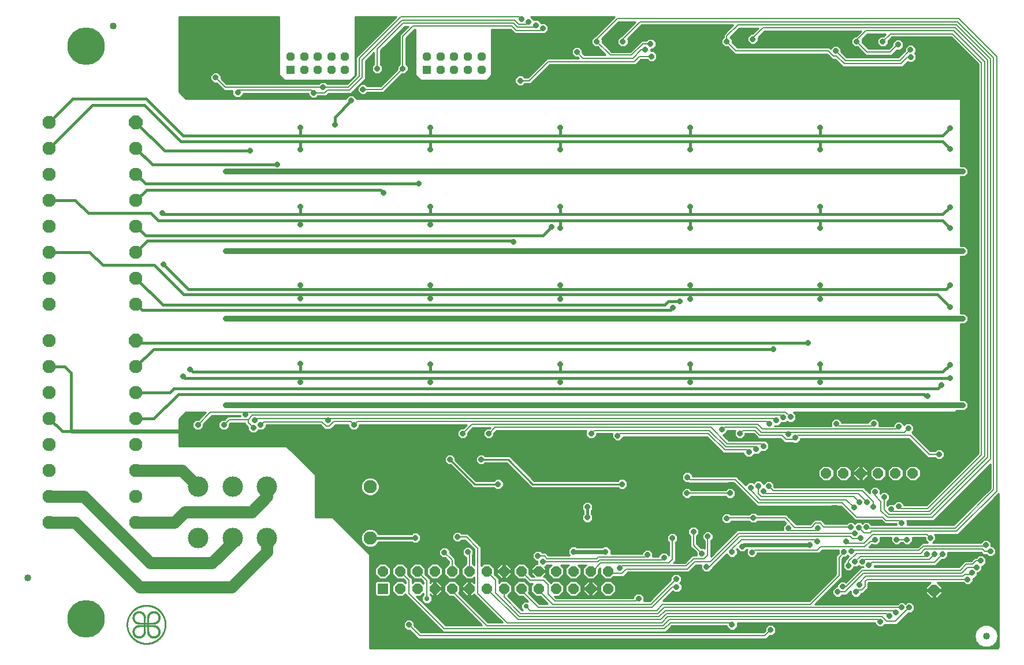
<source format=gbl>
G75*
%MOIN*%
%OFA0B0*%
%FSLAX25Y25*%
%IPPOS*%
%LPD*%
%AMOC8*
5,1,8,0,0,1.08239X$1,22.5*
%
%ADD10OC8,0.05906*%
%ADD11R,0.05906X0.05906*%
%ADD12OC8,0.07677*%
%ADD13C,0.07677*%
%ADD14C,0.11811*%
%ADD15C,0.01000*%
%ADD16C,0.00100*%
%ADD17C,0.04000*%
%ADD18OC8,0.06496*%
%ADD19R,0.04724X0.04724*%
%ADD20OC8,0.04724*%
%ADD21C,0.21654*%
%ADD22C,0.01600*%
%ADD23OC8,0.03175*%
%ADD24C,0.03200*%
%ADD25R,0.03175X0.03175*%
%ADD26C,0.02400*%
%ADD27C,0.00800*%
%ADD28C,0.07000*%
%ADD29OC8,0.02781*%
D10*
X0309333Y0115232D03*
X0319333Y0115232D03*
X0329333Y0115232D03*
X0339333Y0115232D03*
X0349333Y0115232D03*
X0359333Y0115232D03*
X0369333Y0115232D03*
X0379333Y0115232D03*
X0389333Y0115232D03*
X0399333Y0115232D03*
X0409333Y0115232D03*
X0419333Y0115232D03*
X0429333Y0115232D03*
X0439333Y0115232D03*
X0439333Y0105232D03*
X0429333Y0105232D03*
X0419333Y0105232D03*
X0409333Y0105232D03*
X0399333Y0105232D03*
X0389333Y0105232D03*
X0379333Y0105232D03*
X0369333Y0105232D03*
X0359333Y0105232D03*
X0349333Y0105232D03*
X0339333Y0105232D03*
X0329333Y0105232D03*
X0319333Y0105232D03*
X0565188Y0171770D03*
X0575188Y0171770D03*
X0585188Y0171770D03*
X0595188Y0171770D03*
X0605188Y0171770D03*
X0615188Y0171770D03*
D11*
X0309333Y0105232D03*
D12*
X0166932Y0248441D03*
X0166932Y0374425D03*
D13*
X0166932Y0359425D03*
X0166932Y0344425D03*
X0166932Y0329425D03*
X0166932Y0314425D03*
X0166932Y0299425D03*
X0166932Y0284425D03*
X0166932Y0269425D03*
X0116932Y0269425D03*
X0116932Y0284425D03*
X0116932Y0299425D03*
X0116932Y0314425D03*
X0116932Y0329425D03*
X0116932Y0344425D03*
X0116932Y0359425D03*
X0116932Y0374425D03*
X0116932Y0248441D03*
X0116932Y0233441D03*
X0116932Y0218441D03*
X0116932Y0203441D03*
X0116932Y0188441D03*
X0116932Y0173441D03*
X0116932Y0158441D03*
X0116932Y0143441D03*
X0166932Y0143441D03*
X0166932Y0158441D03*
X0166932Y0173441D03*
X0166932Y0188441D03*
X0166932Y0203441D03*
X0166932Y0218441D03*
X0166932Y0233441D03*
X0302044Y0164152D03*
X0302044Y0134388D03*
D14*
X0242516Y0134388D03*
X0222674Y0134388D03*
X0202831Y0134388D03*
X0202831Y0164152D03*
X0222674Y0164152D03*
X0242516Y0164152D03*
D15*
X0259610Y0181847D02*
X0345899Y0181847D01*
X0345100Y0181049D02*
X0345100Y0178491D01*
X0346909Y0176682D01*
X0348447Y0176682D01*
X0360438Y0164691D01*
X0361609Y0163520D01*
X0373571Y0163520D01*
X0374659Y0162432D01*
X0377216Y0162432D01*
X0379025Y0164241D01*
X0379025Y0166799D01*
X0377216Y0168607D01*
X0374659Y0168607D01*
X0373571Y0167520D01*
X0363266Y0167520D01*
X0351275Y0179511D01*
X0351275Y0181049D01*
X0349466Y0182857D01*
X0346909Y0182857D01*
X0345100Y0181049D01*
X0345100Y0180848D02*
X0260609Y0180848D01*
X0261607Y0179850D02*
X0345100Y0179850D01*
X0345100Y0178851D02*
X0262606Y0178851D01*
X0263604Y0177853D02*
X0345738Y0177853D01*
X0346737Y0176854D02*
X0264603Y0176854D01*
X0265601Y0175856D02*
X0349273Y0175856D01*
X0350271Y0174857D02*
X0266600Y0174857D01*
X0267598Y0173859D02*
X0351270Y0173859D01*
X0352269Y0172860D02*
X0268597Y0172860D01*
X0269595Y0171862D02*
X0353267Y0171862D01*
X0354266Y0170863D02*
X0270438Y0170863D01*
X0270438Y0171020D02*
X0253938Y0187520D01*
X0191688Y0187520D01*
X0191688Y0203020D01*
X0195688Y0207020D01*
X0207251Y0207020D01*
X0203088Y0202857D01*
X0201409Y0202857D01*
X0199600Y0201049D01*
X0199600Y0198491D01*
X0201409Y0196682D01*
X0203966Y0196682D01*
X0205775Y0198491D01*
X0205775Y0200170D01*
X0210725Y0205120D01*
X0227100Y0205120D01*
X0227100Y0204670D01*
X0219901Y0204670D01*
X0218088Y0202857D01*
X0216409Y0202857D01*
X0214600Y0201049D01*
X0214600Y0198491D01*
X0216409Y0196682D01*
X0218966Y0196682D01*
X0220775Y0198491D01*
X0220775Y0200170D01*
X0221475Y0200870D01*
X0229788Y0200870D01*
X0229788Y0200233D01*
X0231600Y0198420D01*
X0231600Y0196741D01*
X0233409Y0194932D01*
X0235966Y0194932D01*
X0237716Y0196682D01*
X0240216Y0196682D01*
X0242025Y0198491D01*
X0242025Y0199620D01*
X0273401Y0199620D01*
X0274788Y0198233D01*
X0275901Y0197120D01*
X0279225Y0197120D01*
X0281975Y0199870D01*
X0289600Y0199870D01*
X0289600Y0198491D01*
X0291409Y0196682D01*
X0293966Y0196682D01*
X0295775Y0198491D01*
X0295775Y0199870D01*
X0357851Y0199870D01*
X0355838Y0197857D01*
X0354159Y0197857D01*
X0352350Y0196049D01*
X0352350Y0193491D01*
X0354159Y0191682D01*
X0356716Y0191682D01*
X0358525Y0193491D01*
X0358525Y0195170D01*
X0361475Y0198120D01*
X0371351Y0198120D01*
X0371088Y0197857D01*
X0369159Y0197857D01*
X0367350Y0196049D01*
X0367350Y0193491D01*
X0369159Y0191682D01*
X0371716Y0191682D01*
X0373525Y0193491D01*
X0373525Y0194920D01*
X0374975Y0196370D01*
X0426921Y0196370D01*
X0426600Y0196049D01*
X0426600Y0193491D01*
X0428409Y0191682D01*
X0430966Y0191682D01*
X0432775Y0193491D01*
X0432775Y0194620D01*
X0441850Y0194620D01*
X0441850Y0192241D01*
X0443659Y0190432D01*
X0446216Y0190432D01*
X0448025Y0192241D01*
X0448025Y0192870D01*
X0496401Y0192870D01*
X0504788Y0184483D01*
X0505901Y0183370D01*
X0517600Y0183370D01*
X0517600Y0182741D01*
X0519409Y0180932D01*
X0521966Y0180932D01*
X0523716Y0182682D01*
X0526216Y0182682D01*
X0527966Y0184432D01*
X0530466Y0184432D01*
X0532275Y0186241D01*
X0532275Y0188799D01*
X0530466Y0190607D01*
X0528787Y0190607D01*
X0528725Y0190670D01*
X0508975Y0190670D01*
X0505712Y0193932D01*
X0506466Y0193932D01*
X0508275Y0195741D01*
X0508275Y0196370D01*
X0512671Y0196370D01*
X0512350Y0196049D01*
X0512350Y0193491D01*
X0514159Y0191682D01*
X0516716Y0191682D01*
X0518525Y0193491D01*
X0518525Y0194620D01*
X0523401Y0194620D01*
X0525038Y0192983D01*
X0526151Y0191870D01*
X0538901Y0191870D01*
X0540288Y0190483D01*
X0541401Y0189370D01*
X0545971Y0189370D01*
X0546159Y0189182D01*
X0548716Y0189182D01*
X0550525Y0190991D01*
X0550525Y0191870D01*
X0612901Y0191870D01*
X0623901Y0180870D01*
X0627971Y0180870D01*
X0629159Y0179682D01*
X0631716Y0179682D01*
X0633525Y0181491D01*
X0633525Y0184049D01*
X0631716Y0185857D01*
X0629159Y0185857D01*
X0627971Y0184670D01*
X0625475Y0184670D01*
X0614714Y0195430D01*
X0615775Y0196491D01*
X0615775Y0199049D01*
X0613966Y0200857D01*
X0611409Y0200857D01*
X0610275Y0199723D01*
X0610275Y0200049D01*
X0608466Y0201857D01*
X0605909Y0201857D01*
X0604100Y0200049D01*
X0604100Y0199170D01*
X0595775Y0199170D01*
X0595775Y0201549D01*
X0593966Y0203357D01*
X0591409Y0203357D01*
X0589600Y0201549D01*
X0589600Y0200920D01*
X0574275Y0200920D01*
X0574275Y0201549D01*
X0572466Y0203357D01*
X0569909Y0203357D01*
X0568100Y0201549D01*
X0568100Y0199170D01*
X0535454Y0199170D01*
X0535466Y0199182D01*
X0537716Y0199182D01*
X0539466Y0200932D01*
X0541716Y0200932D01*
X0542688Y0201903D01*
X0543409Y0201182D01*
X0545966Y0201182D01*
X0547775Y0202991D01*
X0547775Y0205549D01*
X0546304Y0207020D01*
X0639688Y0207020D01*
X0640588Y0207920D01*
X0644804Y0207920D01*
X0644835Y0207932D01*
X0645466Y0207932D01*
X0645913Y0208379D01*
X0645944Y0208392D01*
X0646816Y0209264D01*
X0646828Y0209294D01*
X0647275Y0209741D01*
X0647275Y0210373D01*
X0647288Y0210403D01*
X0647288Y0211636D01*
X0647275Y0211667D01*
X0647275Y0212299D01*
X0646828Y0212745D01*
X0646816Y0212776D01*
X0645944Y0213648D01*
X0645913Y0213660D01*
X0645466Y0214107D01*
X0644835Y0214107D01*
X0644804Y0214120D01*
X0642688Y0214120D01*
X0642688Y0257920D01*
X0644804Y0257920D01*
X0644835Y0257932D01*
X0645466Y0257932D01*
X0645913Y0258379D01*
X0645944Y0258392D01*
X0646816Y0259264D01*
X0646828Y0259294D01*
X0647275Y0259741D01*
X0647275Y0260373D01*
X0647288Y0260403D01*
X0647288Y0261636D01*
X0647275Y0261667D01*
X0647275Y0262299D01*
X0646828Y0262745D01*
X0646816Y0262776D01*
X0645944Y0263648D01*
X0645913Y0263660D01*
X0645466Y0264107D01*
X0644835Y0264107D01*
X0644804Y0264120D01*
X0642688Y0264120D01*
X0642688Y0296920D01*
X0644804Y0296920D01*
X0644835Y0296932D01*
X0645466Y0296932D01*
X0645913Y0297379D01*
X0645944Y0297392D01*
X0646816Y0298264D01*
X0646828Y0298294D01*
X0647275Y0298741D01*
X0647275Y0299373D01*
X0647288Y0299403D01*
X0647288Y0300636D01*
X0647275Y0300667D01*
X0647275Y0301299D01*
X0646828Y0301745D01*
X0646816Y0301776D01*
X0645944Y0302648D01*
X0645913Y0302660D01*
X0645466Y0303107D01*
X0644835Y0303107D01*
X0644804Y0303120D01*
X0642688Y0303120D01*
X0642688Y0342920D01*
X0644804Y0342920D01*
X0644835Y0342932D01*
X0645466Y0342932D01*
X0645913Y0343379D01*
X0645944Y0343392D01*
X0646816Y0344264D01*
X0646828Y0344294D01*
X0647275Y0344741D01*
X0647275Y0345373D01*
X0647288Y0345403D01*
X0647288Y0346636D01*
X0647275Y0346667D01*
X0647275Y0347299D01*
X0646828Y0347745D01*
X0646816Y0347776D01*
X0645944Y0348648D01*
X0645913Y0348660D01*
X0645466Y0349107D01*
X0644835Y0349107D01*
X0644804Y0349120D01*
X0642688Y0349120D01*
X0642688Y0388020D01*
X0294275Y0388020D01*
X0294275Y0388299D01*
X0292466Y0390107D01*
X0289909Y0390107D01*
X0288100Y0388299D01*
X0288100Y0388020D01*
X0195688Y0388020D01*
X0191688Y0392020D01*
X0191688Y0435339D01*
X0249538Y0435339D01*
X0249538Y0401897D01*
X0252038Y0399397D01*
X0252565Y0398870D01*
X0290810Y0398870D01*
X0293060Y0401120D01*
X0293588Y0401647D01*
X0293588Y0435339D01*
X0317070Y0435339D01*
X0294901Y0413170D01*
X0293788Y0412057D01*
X0293788Y0401807D01*
X0288629Y0396648D01*
X0277426Y0396648D01*
X0276216Y0397857D01*
X0273659Y0397857D01*
X0272471Y0396670D01*
X0219225Y0396670D01*
X0216025Y0399869D01*
X0216025Y0401549D01*
X0214216Y0403357D01*
X0211659Y0403357D01*
X0209850Y0401549D01*
X0209850Y0398991D01*
X0211659Y0397182D01*
X0213338Y0397182D01*
X0216538Y0393983D01*
X0217651Y0392870D01*
X0222600Y0392870D01*
X0222600Y0390491D01*
X0224409Y0388682D01*
X0226966Y0388682D01*
X0228775Y0390491D01*
X0228775Y0391120D01*
X0266350Y0391120D01*
X0266350Y0390241D01*
X0268159Y0388432D01*
X0270716Y0388432D01*
X0271904Y0389620D01*
X0276725Y0389620D01*
X0277838Y0390733D01*
X0278225Y0391120D01*
X0290975Y0391120D01*
X0292088Y0392233D01*
X0299338Y0399483D01*
X0299338Y0409733D01*
X0304288Y0414683D01*
X0304288Y0407986D01*
X0303100Y0406799D01*
X0303100Y0404241D01*
X0304909Y0402432D01*
X0307466Y0402432D01*
X0309275Y0404241D01*
X0309275Y0406799D01*
X0308088Y0407986D01*
X0308088Y0415983D01*
X0321975Y0429870D01*
X0324101Y0429870D01*
X0320151Y0425920D01*
X0319038Y0424807D01*
X0319038Y0407986D01*
X0317850Y0406799D01*
X0317850Y0405119D01*
X0308151Y0395420D01*
X0300404Y0395420D01*
X0299216Y0396607D01*
X0296659Y0396607D01*
X0294850Y0394799D01*
X0294850Y0392241D01*
X0296659Y0390432D01*
X0299216Y0390432D01*
X0300404Y0391620D01*
X0309725Y0391620D01*
X0310838Y0392733D01*
X0320537Y0402432D01*
X0322216Y0402432D01*
X0324025Y0404241D01*
X0324025Y0406799D01*
X0322838Y0407986D01*
X0322838Y0423233D01*
X0327725Y0428120D01*
X0328038Y0428120D01*
X0328038Y0401897D01*
X0330538Y0399397D01*
X0331065Y0398870D01*
X0369310Y0398870D01*
X0371560Y0401120D01*
X0372088Y0401647D01*
X0372088Y0428120D01*
X0383151Y0428120D01*
X0385651Y0425620D01*
X0401225Y0425620D01*
X0401287Y0425682D01*
X0402966Y0425682D01*
X0404775Y0427491D01*
X0404775Y0430049D01*
X0402966Y0431857D01*
X0400716Y0431857D01*
X0398966Y0433607D01*
X0396466Y0433607D01*
X0394735Y0435339D01*
X0443070Y0435339D01*
X0442788Y0435057D01*
X0432151Y0424420D01*
X0431838Y0424107D01*
X0431659Y0424107D01*
X0429850Y0422299D01*
X0429850Y0419741D01*
X0431659Y0417932D01*
X0433338Y0417932D01*
X0437851Y0413420D01*
X0425725Y0413420D01*
X0424525Y0414619D01*
X0424525Y0416299D01*
X0422716Y0418107D01*
X0420159Y0418107D01*
X0418350Y0416299D01*
X0418350Y0413741D01*
X0420159Y0411932D01*
X0421838Y0411932D01*
X0422351Y0411420D01*
X0404151Y0411420D01*
X0393151Y0400420D01*
X0391154Y0400420D01*
X0389966Y0401607D01*
X0387409Y0401607D01*
X0385600Y0399799D01*
X0385600Y0397241D01*
X0387409Y0395432D01*
X0389966Y0395432D01*
X0391154Y0396620D01*
X0394725Y0396620D01*
X0395838Y0397733D01*
X0405725Y0407620D01*
X0455225Y0407620D01*
X0456338Y0408733D01*
X0458225Y0410620D01*
X0461971Y0410620D01*
X0463159Y0409432D01*
X0465716Y0409432D01*
X0467525Y0411241D01*
X0467525Y0413799D01*
X0465716Y0415607D01*
X0464025Y0415607D01*
X0464025Y0416682D01*
X0465216Y0416682D01*
X0467025Y0418491D01*
X0467025Y0421049D01*
X0465216Y0422857D01*
X0462659Y0422857D01*
X0461471Y0421670D01*
X0458651Y0421670D01*
X0452151Y0415170D01*
X0441475Y0415170D01*
X0436025Y0420619D01*
X0436025Y0422299D01*
X0435714Y0422609D01*
X0445475Y0432370D01*
X0455101Y0432370D01*
X0447151Y0424420D01*
X0446838Y0424107D01*
X0446659Y0424107D01*
X0444850Y0422299D01*
X0444850Y0419741D01*
X0446659Y0417932D01*
X0449216Y0417932D01*
X0451025Y0419741D01*
X0451025Y0422299D01*
X0450714Y0422609D01*
X0458725Y0430620D01*
X0511601Y0430620D01*
X0507151Y0426170D01*
X0506038Y0425057D01*
X0506038Y0423486D01*
X0504850Y0422299D01*
X0504850Y0419741D01*
X0506659Y0417932D01*
X0508338Y0417932D01*
X0512401Y0413870D01*
X0565651Y0413870D01*
X0568651Y0410870D01*
X0570401Y0410870D01*
X0574901Y0406370D01*
X0609225Y0406370D01*
X0610338Y0407483D01*
X0612348Y0409493D01*
X0612909Y0408932D01*
X0615466Y0408932D01*
X0617275Y0410741D01*
X0617275Y0413299D01*
X0616304Y0414270D01*
X0617025Y0414991D01*
X0617025Y0417549D01*
X0615216Y0419357D01*
X0612659Y0419357D01*
X0610850Y0417549D01*
X0610850Y0415869D01*
X0606901Y0411920D01*
X0577225Y0411920D01*
X0573775Y0415369D01*
X0573775Y0417049D01*
X0571966Y0418857D01*
X0569409Y0418857D01*
X0567723Y0417171D01*
X0567225Y0417670D01*
X0513975Y0417670D01*
X0511025Y0420619D01*
X0511025Y0422299D01*
X0509839Y0423484D01*
X0515225Y0428870D01*
X0526101Y0428870D01*
X0522838Y0425607D01*
X0521659Y0425607D01*
X0519850Y0423799D01*
X0519850Y0421241D01*
X0521659Y0419432D01*
X0524216Y0419432D01*
X0526025Y0421241D01*
X0526025Y0423420D01*
X0529725Y0427120D01*
X0585351Y0427120D01*
X0582338Y0424107D01*
X0581659Y0424107D01*
X0579850Y0422299D01*
X0579850Y0419741D01*
X0581659Y0417932D01*
X0583338Y0417932D01*
X0588151Y0413120D01*
X0602975Y0413120D01*
X0604088Y0414233D01*
X0606037Y0416182D01*
X0607966Y0416182D01*
X0609775Y0417991D01*
X0609775Y0420549D01*
X0607966Y0422357D01*
X0605409Y0422357D01*
X0603600Y0420549D01*
X0603600Y0419119D01*
X0601401Y0416920D01*
X0589725Y0416920D01*
X0586025Y0420619D01*
X0586025Y0422299D01*
X0585964Y0422359D01*
X0588975Y0425370D01*
X0599601Y0425370D01*
X0598338Y0424107D01*
X0596659Y0424107D01*
X0594850Y0422299D01*
X0594850Y0419741D01*
X0596659Y0417932D01*
X0599216Y0417932D01*
X0601025Y0419741D01*
X0601025Y0421420D01*
X0603225Y0423620D01*
X0637401Y0423620D01*
X0653038Y0407983D01*
X0653038Y0183307D01*
X0623151Y0153420D01*
X0610275Y0153420D01*
X0610275Y0154049D01*
X0608466Y0155857D01*
X0605909Y0155857D01*
X0604159Y0154107D01*
X0601659Y0154107D01*
X0600588Y0153036D01*
X0600588Y0155553D01*
X0601775Y0156741D01*
X0601775Y0159299D01*
X0599966Y0161107D01*
X0597409Y0161107D01*
X0596525Y0160223D01*
X0596525Y0162299D01*
X0594716Y0164107D01*
X0592159Y0164107D01*
X0590350Y0162299D01*
X0590350Y0160294D01*
X0588088Y0162557D01*
X0586975Y0163670D01*
X0535475Y0163670D01*
X0535275Y0163869D01*
X0535275Y0165549D01*
X0533466Y0167357D01*
X0530909Y0167357D01*
X0529275Y0165723D01*
X0529275Y0165799D01*
X0527466Y0167607D01*
X0524909Y0167607D01*
X0523438Y0166136D01*
X0522966Y0166607D01*
X0520409Y0166607D01*
X0518723Y0164921D01*
X0514838Y0168807D01*
X0513725Y0169920D01*
X0488275Y0169920D01*
X0488275Y0170799D01*
X0486466Y0172607D01*
X0483909Y0172607D01*
X0482100Y0170799D01*
X0482100Y0168241D01*
X0483909Y0166432D01*
X0485588Y0166432D01*
X0485901Y0166120D01*
X0512151Y0166120D01*
X0524288Y0153983D01*
X0525401Y0152870D01*
X0573651Y0152870D01*
X0580788Y0145733D01*
X0581901Y0144620D01*
X0597151Y0144620D01*
X0599151Y0142620D01*
X0605850Y0142620D01*
X0605850Y0141920D01*
X0591525Y0141920D01*
X0591525Y0142049D01*
X0589716Y0143857D01*
X0587159Y0143857D01*
X0586188Y0142886D01*
X0585466Y0143607D01*
X0582909Y0143607D01*
X0581938Y0142636D01*
X0580716Y0143857D01*
X0578159Y0143857D01*
X0576971Y0142670D01*
X0564725Y0142670D01*
X0562475Y0144920D01*
X0558401Y0144920D01*
X0557288Y0143807D01*
X0555901Y0142420D01*
X0547975Y0142420D01*
X0543588Y0146807D01*
X0542475Y0147920D01*
X0525654Y0147920D01*
X0524466Y0149107D01*
X0521909Y0149107D01*
X0520721Y0147920D01*
X0510154Y0147920D01*
X0509216Y0148857D01*
X0506659Y0148857D01*
X0504850Y0147049D01*
X0504850Y0144491D01*
X0506659Y0142682D01*
X0509216Y0142682D01*
X0510654Y0144120D01*
X0520721Y0144120D01*
X0521909Y0142932D01*
X0524466Y0142932D01*
X0525654Y0144120D01*
X0540901Y0144120D01*
X0542036Y0142984D01*
X0540350Y0141299D01*
X0540350Y0138920D01*
X0513901Y0138920D01*
X0498838Y0123857D01*
X0498838Y0132803D01*
X0500025Y0133991D01*
X0500025Y0136549D01*
X0498216Y0138357D01*
X0495659Y0138357D01*
X0493850Y0136549D01*
X0493850Y0133991D01*
X0495038Y0132803D01*
X0495038Y0128286D01*
X0494716Y0128607D01*
X0493037Y0128607D01*
X0491338Y0130307D01*
X0490588Y0131057D01*
X0490588Y0135553D01*
X0491775Y0136741D01*
X0491775Y0139299D01*
X0489966Y0141107D01*
X0487409Y0141107D01*
X0485600Y0139299D01*
X0485600Y0136741D01*
X0486788Y0135553D01*
X0486788Y0129483D01*
X0488651Y0127620D01*
X0490350Y0125920D01*
X0490350Y0124420D01*
X0487901Y0124420D01*
X0483651Y0120170D01*
X0477275Y0120170D01*
X0478338Y0121233D01*
X0478338Y0131803D01*
X0479525Y0132991D01*
X0479525Y0135549D01*
X0477716Y0137357D01*
X0475159Y0137357D01*
X0473350Y0135549D01*
X0473350Y0132991D01*
X0474538Y0131803D01*
X0474538Y0124536D01*
X0472966Y0126107D01*
X0470409Y0126107D01*
X0468600Y0124299D01*
X0468600Y0123670D01*
X0465275Y0123670D01*
X0465275Y0126049D01*
X0463466Y0127857D01*
X0460909Y0127857D01*
X0459100Y0126049D01*
X0459100Y0125420D01*
X0441025Y0125420D01*
X0441025Y0127799D01*
X0439216Y0129607D01*
X0436659Y0129607D01*
X0436271Y0129220D01*
X0421104Y0129220D01*
X0420716Y0129607D01*
X0418159Y0129607D01*
X0416350Y0127799D01*
X0416350Y0125241D01*
X0417171Y0124420D01*
X0404975Y0124420D01*
X0404588Y0124807D01*
X0403475Y0125920D01*
X0401404Y0125920D01*
X0400216Y0127107D01*
X0397659Y0127107D01*
X0395850Y0125299D01*
X0395850Y0122741D01*
X0397659Y0120932D01*
X0398600Y0120932D01*
X0398600Y0119491D01*
X0398606Y0119485D01*
X0397572Y0119485D01*
X0395081Y0116994D01*
X0395081Y0115717D01*
X0398849Y0115717D01*
X0398849Y0114748D01*
X0395081Y0114748D01*
X0395081Y0113471D01*
X0396632Y0111920D01*
X0395333Y0111920D01*
X0393786Y0113467D01*
X0393786Y0117077D01*
X0391178Y0119685D01*
X0387489Y0119685D01*
X0384881Y0117077D01*
X0384881Y0113388D01*
X0387489Y0110780D01*
X0391099Y0110780D01*
X0393759Y0108120D01*
X0395924Y0108120D01*
X0394881Y0107077D01*
X0394881Y0103388D01*
X0397489Y0100780D01*
X0400049Y0100780D01*
X0404509Y0096320D01*
X0399883Y0096320D01*
X0393300Y0102902D01*
X0393786Y0103388D01*
X0393786Y0107077D01*
X0391178Y0109685D01*
X0387489Y0109685D01*
X0384881Y0107077D01*
X0384881Y0103388D01*
X0387489Y0100780D01*
X0390049Y0100780D01*
X0392968Y0097860D01*
X0390840Y0097860D01*
X0389147Y0096167D01*
X0389147Y0093772D01*
X0390250Y0092670D01*
X0389725Y0092670D01*
X0381396Y0100998D01*
X0383786Y0103388D01*
X0383786Y0107077D01*
X0381178Y0109685D01*
X0377489Y0109685D01*
X0376338Y0108534D01*
X0376338Y0110915D01*
X0373786Y0113467D01*
X0373786Y0117077D01*
X0371178Y0119685D01*
X0367489Y0119685D01*
X0366088Y0118284D01*
X0366088Y0129307D01*
X0358475Y0136920D01*
X0354904Y0136920D01*
X0353716Y0138107D01*
X0351159Y0138107D01*
X0349350Y0136299D01*
X0349350Y0133741D01*
X0351159Y0131932D01*
X0353716Y0131932D01*
X0354904Y0133120D01*
X0356901Y0133120D01*
X0362288Y0127733D01*
X0362288Y0118575D01*
X0361233Y0119629D01*
X0361233Y0124699D01*
X0361525Y0124991D01*
X0361525Y0127549D01*
X0359716Y0129357D01*
X0357159Y0129357D01*
X0355350Y0127549D01*
X0355350Y0124991D01*
X0357159Y0123182D01*
X0357433Y0123182D01*
X0357433Y0119629D01*
X0354881Y0117077D01*
X0354881Y0113388D01*
X0357489Y0110780D01*
X0361178Y0110780D01*
X0362288Y0111889D01*
X0362288Y0108292D01*
X0361095Y0109485D01*
X0359818Y0109485D01*
X0359818Y0105717D01*
X0358849Y0105717D01*
X0358849Y0109485D01*
X0357572Y0109485D01*
X0355081Y0106994D01*
X0355081Y0105717D01*
X0358849Y0105717D01*
X0358849Y0104748D01*
X0355081Y0104748D01*
X0355081Y0103471D01*
X0357572Y0100980D01*
X0358849Y0100980D01*
X0358849Y0104748D01*
X0359818Y0104748D01*
X0359818Y0100980D01*
X0361095Y0100980D01*
X0362288Y0102172D01*
X0362288Y0101733D01*
X0378351Y0085670D01*
X0370225Y0085670D01*
X0353146Y0102748D01*
X0353786Y0103388D01*
X0353786Y0107077D01*
X0351178Y0109685D01*
X0347489Y0109685D01*
X0344881Y0107077D01*
X0344881Y0103388D01*
X0347489Y0100780D01*
X0349741Y0100780D01*
X0366601Y0083920D01*
X0345725Y0083920D01*
X0328865Y0100780D01*
X0331178Y0100780D01*
X0332838Y0102439D01*
X0332838Y0101608D01*
X0331847Y0100617D01*
X0331847Y0098222D01*
X0333540Y0096529D01*
X0335935Y0096529D01*
X0337628Y0098222D01*
X0337628Y0100617D01*
X0336638Y0101608D01*
X0336638Y0101914D01*
X0337572Y0100980D01*
X0338849Y0100980D01*
X0338849Y0104748D01*
X0339818Y0104748D01*
X0339818Y0105717D01*
X0338849Y0105717D01*
X0338849Y0109485D01*
X0337572Y0109485D01*
X0336638Y0108551D01*
X0336638Y0110615D01*
X0333786Y0113467D01*
X0333786Y0117077D01*
X0331178Y0119685D01*
X0327489Y0119685D01*
X0324881Y0117077D01*
X0324881Y0113388D01*
X0327489Y0110780D01*
X0331099Y0110780D01*
X0332838Y0109041D01*
X0332838Y0108025D01*
X0331178Y0109685D01*
X0327489Y0109685D01*
X0326338Y0108534D01*
X0326338Y0110915D01*
X0325225Y0112028D01*
X0323786Y0113467D01*
X0323786Y0117077D01*
X0321178Y0119685D01*
X0317489Y0119685D01*
X0314881Y0117077D01*
X0314881Y0113388D01*
X0317489Y0110780D01*
X0321099Y0110780D01*
X0322538Y0109341D01*
X0322538Y0108325D01*
X0321178Y0109685D01*
X0317489Y0109685D01*
X0314881Y0107077D01*
X0314881Y0103388D01*
X0317489Y0100780D01*
X0321178Y0100780D01*
X0322538Y0102139D01*
X0322538Y0101733D01*
X0344151Y0080120D01*
X0472725Y0080120D01*
X0476225Y0083620D01*
X0507850Y0083620D01*
X0507850Y0082991D01*
X0509659Y0081182D01*
X0512216Y0081182D01*
X0514025Y0082991D01*
X0514025Y0085370D01*
X0593350Y0085370D01*
X0593350Y0084741D01*
X0595159Y0082932D01*
X0597716Y0082932D01*
X0599277Y0084493D01*
X0599401Y0084370D01*
X0605975Y0084370D01*
X0607088Y0085483D01*
X0612787Y0091182D01*
X0614466Y0091182D01*
X0616275Y0092991D01*
X0616275Y0095549D01*
X0614466Y0097357D01*
X0611909Y0097357D01*
X0611063Y0096511D01*
X0610216Y0097357D01*
X0607659Y0097357D01*
X0606471Y0096170D01*
X0558875Y0096170D01*
X0573425Y0110720D01*
X0574538Y0111833D01*
X0574538Y0122333D01*
X0575537Y0123332D01*
X0576766Y0123332D01*
X0577713Y0124278D01*
X0578236Y0123755D01*
X0577401Y0122920D01*
X0576288Y0121807D01*
X0576288Y0120986D01*
X0575100Y0119799D01*
X0575100Y0117241D01*
X0576909Y0115432D01*
X0579466Y0115432D01*
X0581275Y0117241D01*
X0581275Y0117682D01*
X0583216Y0117682D01*
X0584063Y0118528D01*
X0584909Y0117682D01*
X0586850Y0117682D01*
X0586850Y0117670D01*
X0585401Y0117670D01*
X0584288Y0116557D01*
X0576527Y0108796D01*
X0575966Y0109357D01*
X0573409Y0109357D01*
X0571600Y0107549D01*
X0571600Y0106357D01*
X0570659Y0106357D01*
X0568850Y0104549D01*
X0568850Y0101991D01*
X0570659Y0100182D01*
X0573216Y0100182D01*
X0574404Y0101370D01*
X0576975Y0101370D01*
X0579350Y0103745D01*
X0579350Y0101991D01*
X0581159Y0100182D01*
X0583716Y0100182D01*
X0585525Y0101991D01*
X0585525Y0102370D01*
X0586475Y0102370D01*
X0587588Y0103483D01*
X0589588Y0105483D01*
X0589588Y0108483D01*
X0589725Y0108620D01*
X0625506Y0108620D01*
X0622940Y0106054D01*
X0622940Y0104670D01*
X0626988Y0104670D01*
X0626988Y0103670D01*
X0627988Y0103670D01*
X0627988Y0104670D01*
X0632036Y0104670D01*
X0632036Y0106054D01*
X0629470Y0108620D01*
X0644471Y0108620D01*
X0645659Y0107432D01*
X0648216Y0107432D01*
X0650025Y0109241D01*
X0650025Y0111182D01*
X0650716Y0111182D01*
X0652525Y0112991D01*
X0652525Y0114432D01*
X0653466Y0114432D01*
X0655275Y0116241D01*
X0655275Y0118182D01*
X0655716Y0118182D01*
X0657525Y0119991D01*
X0657525Y0122549D01*
X0655716Y0124357D01*
X0653159Y0124357D01*
X0651971Y0123170D01*
X0650901Y0123170D01*
X0648901Y0121170D01*
X0645401Y0121170D01*
X0644288Y0120057D01*
X0641901Y0117670D01*
X0593025Y0117670D01*
X0593025Y0118370D01*
X0628475Y0118370D01*
X0629588Y0119483D01*
X0632037Y0121932D01*
X0633716Y0121932D01*
X0635525Y0123741D01*
X0635525Y0126120D01*
X0654651Y0126120D01*
X0654788Y0125983D01*
X0655901Y0124870D01*
X0657721Y0124870D01*
X0658909Y0123682D01*
X0661466Y0123682D01*
X0663275Y0125491D01*
X0663275Y0128049D01*
X0661466Y0129857D01*
X0660525Y0129857D01*
X0660525Y0131549D01*
X0658716Y0133357D01*
X0656159Y0133357D01*
X0654471Y0131670D01*
X0626954Y0131670D01*
X0628525Y0133241D01*
X0628525Y0135799D01*
X0627954Y0136370D01*
X0641225Y0136370D01*
X0642338Y0137483D01*
X0664794Y0159939D01*
X0664794Y0071925D01*
X0664779Y0071736D01*
X0664662Y0071376D01*
X0664440Y0071071D01*
X0664134Y0070848D01*
X0663774Y0070731D01*
X0663585Y0070717D01*
X0301688Y0070717D01*
X0301688Y0125020D01*
X0280438Y0146520D01*
X0270438Y0146520D01*
X0270438Y0171020D01*
X0270438Y0169865D02*
X0355264Y0169865D01*
X0356263Y0168866D02*
X0304612Y0168866D01*
X0305068Y0168677D02*
X0303106Y0169490D01*
X0300982Y0169490D01*
X0299020Y0168677D01*
X0297518Y0167176D01*
X0296705Y0165213D01*
X0296705Y0163090D01*
X0297518Y0161128D01*
X0299020Y0159626D01*
X0300982Y0158813D01*
X0303106Y0158813D01*
X0305068Y0159626D01*
X0306570Y0161128D01*
X0307383Y0163090D01*
X0307383Y0165213D01*
X0306570Y0167176D01*
X0305068Y0168677D01*
X0305878Y0167868D02*
X0357261Y0167868D01*
X0358260Y0166869D02*
X0306697Y0166869D01*
X0307110Y0165871D02*
X0359258Y0165871D01*
X0360257Y0164872D02*
X0307383Y0164872D01*
X0307383Y0163874D02*
X0361255Y0163874D01*
X0362438Y0165520D02*
X0375938Y0165520D01*
X0377956Y0167868D02*
X0390761Y0167868D01*
X0389763Y0168866D02*
X0361919Y0168866D01*
X0360921Y0169865D02*
X0388764Y0169865D01*
X0387766Y0170863D02*
X0359922Y0170863D01*
X0358924Y0171862D02*
X0386767Y0171862D01*
X0385769Y0172860D02*
X0357925Y0172860D01*
X0356927Y0173859D02*
X0384770Y0173859D01*
X0383771Y0174857D02*
X0355928Y0174857D01*
X0354930Y0175856D02*
X0382773Y0175856D01*
X0381774Y0176854D02*
X0367639Y0176854D01*
X0367466Y0176682D02*
X0368554Y0177770D01*
X0380859Y0177770D01*
X0395109Y0163520D01*
X0445071Y0163520D01*
X0446159Y0162432D01*
X0448716Y0162432D01*
X0450525Y0164241D01*
X0450525Y0166799D01*
X0448716Y0168607D01*
X0446159Y0168607D01*
X0445071Y0167520D01*
X0396766Y0167520D01*
X0383688Y0180598D01*
X0382516Y0181770D01*
X0368554Y0181770D01*
X0367466Y0182857D01*
X0364909Y0182857D01*
X0363100Y0181049D01*
X0363100Y0178491D01*
X0364909Y0176682D01*
X0367466Y0176682D01*
X0364737Y0176854D02*
X0353931Y0176854D01*
X0352933Y0177853D02*
X0363738Y0177853D01*
X0363100Y0178851D02*
X0351934Y0178851D01*
X0351275Y0179850D02*
X0363100Y0179850D01*
X0363100Y0180848D02*
X0351275Y0180848D01*
X0350477Y0181847D02*
X0363899Y0181847D01*
X0364897Y0182846D02*
X0349478Y0182846D01*
X0346897Y0182846D02*
X0258612Y0182846D01*
X0257613Y0183844D02*
X0505426Y0183844D01*
X0504428Y0184843D02*
X0256615Y0184843D01*
X0255616Y0185841D02*
X0503429Y0185841D01*
X0502431Y0186840D02*
X0254618Y0186840D01*
X0241357Y0197823D02*
X0275197Y0197823D01*
X0274199Y0198822D02*
X0242025Y0198822D01*
X0240359Y0196825D02*
X0291266Y0196825D01*
X0290268Y0197823D02*
X0279928Y0197823D01*
X0280927Y0198822D02*
X0289600Y0198822D01*
X0289600Y0199820D02*
X0281925Y0199820D01*
X0294109Y0196825D02*
X0353126Y0196825D01*
X0352350Y0195826D02*
X0236860Y0195826D01*
X0232515Y0195826D02*
X0191688Y0195826D01*
X0191688Y0194828D02*
X0352350Y0194828D01*
X0352350Y0193829D02*
X0191688Y0193829D01*
X0191688Y0192831D02*
X0353010Y0192831D01*
X0354009Y0191832D02*
X0191688Y0191832D01*
X0191688Y0190834D02*
X0443258Y0190834D01*
X0442259Y0191832D02*
X0431116Y0191832D01*
X0432115Y0192831D02*
X0441850Y0192831D01*
X0441850Y0193829D02*
X0432775Y0193829D01*
X0428259Y0191832D02*
X0371866Y0191832D01*
X0372865Y0192831D02*
X0427260Y0192831D01*
X0426600Y0193829D02*
X0373525Y0193829D01*
X0373525Y0194828D02*
X0426600Y0194828D01*
X0426600Y0195826D02*
X0374431Y0195826D01*
X0369125Y0197823D02*
X0361178Y0197823D01*
X0360180Y0196825D02*
X0368126Y0196825D01*
X0367350Y0195826D02*
X0359181Y0195826D01*
X0358525Y0194828D02*
X0367350Y0194828D01*
X0367350Y0193829D02*
X0358525Y0193829D01*
X0357865Y0192831D02*
X0368010Y0192831D01*
X0369009Y0191832D02*
X0356866Y0191832D01*
X0354125Y0197823D02*
X0295107Y0197823D01*
X0295775Y0198822D02*
X0356803Y0198822D01*
X0357801Y0199820D02*
X0295775Y0199820D01*
X0299476Y0168866D02*
X0270438Y0168866D01*
X0270438Y0167868D02*
X0298210Y0167868D01*
X0297391Y0166869D02*
X0270438Y0166869D01*
X0270438Y0165871D02*
X0296978Y0165871D01*
X0296705Y0164872D02*
X0270438Y0164872D01*
X0270438Y0163874D02*
X0296705Y0163874D01*
X0296794Y0162875D02*
X0270438Y0162875D01*
X0270438Y0161877D02*
X0297208Y0161877D01*
X0297767Y0160878D02*
X0270438Y0160878D01*
X0270438Y0159880D02*
X0298766Y0159880D01*
X0300817Y0158881D02*
X0270438Y0158881D01*
X0270438Y0157883D02*
X0482958Y0157883D01*
X0483659Y0157182D02*
X0486216Y0157182D01*
X0487404Y0158370D01*
X0507221Y0158370D01*
X0508409Y0157182D01*
X0510966Y0157182D01*
X0512775Y0158991D01*
X0512775Y0161549D01*
X0510966Y0163357D01*
X0508409Y0163357D01*
X0507221Y0162170D01*
X0487404Y0162170D01*
X0486216Y0163357D01*
X0483659Y0163357D01*
X0481850Y0161549D01*
X0481850Y0158991D01*
X0483659Y0157182D01*
X0481960Y0158881D02*
X0303271Y0158881D01*
X0305322Y0159880D02*
X0481850Y0159880D01*
X0481850Y0160878D02*
X0306321Y0160878D01*
X0306880Y0161877D02*
X0482179Y0161877D01*
X0483177Y0162875D02*
X0449159Y0162875D01*
X0450158Y0163874D02*
X0514397Y0163874D01*
X0515395Y0162875D02*
X0511448Y0162875D01*
X0512447Y0161877D02*
X0516394Y0161877D01*
X0517392Y0160878D02*
X0512775Y0160878D01*
X0512775Y0159880D02*
X0518391Y0159880D01*
X0519389Y0158881D02*
X0512665Y0158881D01*
X0511667Y0157883D02*
X0520388Y0157883D01*
X0521386Y0156884D02*
X0270438Y0156884D01*
X0270438Y0155886D02*
X0522385Y0155886D01*
X0523383Y0154887D02*
X0429186Y0154887D01*
X0428716Y0155357D02*
X0426159Y0155357D01*
X0424350Y0153549D01*
X0424350Y0150991D01*
X0425138Y0150203D01*
X0425138Y0148336D01*
X0424350Y0147549D01*
X0424350Y0144991D01*
X0426159Y0143182D01*
X0428716Y0143182D01*
X0430525Y0144991D01*
X0430525Y0147549D01*
X0429738Y0148336D01*
X0429738Y0150203D01*
X0430525Y0150991D01*
X0430525Y0153549D01*
X0428716Y0155357D01*
X0430185Y0153889D02*
X0524382Y0153889D01*
X0525380Y0152890D02*
X0430525Y0152890D01*
X0430525Y0151892D02*
X0574629Y0151892D01*
X0575627Y0150893D02*
X0430427Y0150893D01*
X0429738Y0149895D02*
X0576626Y0149895D01*
X0577624Y0148896D02*
X0524677Y0148896D01*
X0521698Y0148896D02*
X0429738Y0148896D01*
X0430176Y0147898D02*
X0505699Y0147898D01*
X0504850Y0146899D02*
X0430525Y0146899D01*
X0430525Y0145901D02*
X0504850Y0145901D01*
X0504850Y0144902D02*
X0430436Y0144902D01*
X0429438Y0143904D02*
X0505438Y0143904D01*
X0506436Y0142905D02*
X0284010Y0142905D01*
X0283023Y0143904D02*
X0425438Y0143904D01*
X0424439Y0144902D02*
X0282036Y0144902D01*
X0281050Y0145901D02*
X0424350Y0145901D01*
X0424350Y0146899D02*
X0270438Y0146899D01*
X0270438Y0147898D02*
X0424699Y0147898D01*
X0425138Y0148896D02*
X0270438Y0148896D01*
X0270438Y0149895D02*
X0425138Y0149895D01*
X0424448Y0150893D02*
X0270438Y0150893D01*
X0270438Y0151892D02*
X0424350Y0151892D01*
X0424350Y0152890D02*
X0270438Y0152890D01*
X0270438Y0153889D02*
X0424690Y0153889D01*
X0425689Y0154887D02*
X0270438Y0154887D01*
X0284997Y0141907D02*
X0540958Y0141907D01*
X0540350Y0140908D02*
X0490166Y0140908D01*
X0491164Y0139910D02*
X0540350Y0139910D01*
X0541957Y0142905D02*
X0509439Y0142905D01*
X0510438Y0143904D02*
X0520938Y0143904D01*
X0525438Y0143904D02*
X0541117Y0143904D01*
X0543588Y0146807D02*
X0543588Y0146807D01*
X0543495Y0146899D02*
X0579621Y0146899D01*
X0578623Y0147898D02*
X0542497Y0147898D01*
X0544494Y0145901D02*
X0580620Y0145901D01*
X0581618Y0144902D02*
X0562492Y0144902D01*
X0563491Y0143904D02*
X0597867Y0143904D01*
X0598865Y0142905D02*
X0590669Y0142905D01*
X0586207Y0142905D02*
X0586169Y0142905D01*
X0582207Y0142905D02*
X0581669Y0142905D01*
X0577207Y0142905D02*
X0564489Y0142905D01*
X0558383Y0144902D02*
X0545492Y0144902D01*
X0546491Y0143904D02*
X0557385Y0143904D01*
X0556386Y0142905D02*
X0547489Y0142905D01*
X0562975Y0127520D02*
X0572400Y0127520D01*
X0572400Y0125569D01*
X0571851Y0125020D01*
X0570738Y0123907D01*
X0570738Y0113407D01*
X0555301Y0097970D01*
X0471075Y0097970D01*
X0476848Y0103743D01*
X0477659Y0102932D01*
X0480216Y0102932D01*
X0482025Y0104741D01*
X0482025Y0107299D01*
X0480804Y0108520D01*
X0481775Y0109491D01*
X0481775Y0112049D01*
X0479966Y0113857D01*
X0477409Y0113857D01*
X0475600Y0112049D01*
X0475600Y0110369D01*
X0463301Y0098070D01*
X0460004Y0098070D01*
X0460075Y0098141D01*
X0460075Y0100699D01*
X0458266Y0102507D01*
X0455709Y0102507D01*
X0453900Y0100699D01*
X0453900Y0099820D01*
X0409525Y0099820D01*
X0408565Y0100780D01*
X0411178Y0100780D01*
X0413786Y0103388D01*
X0413786Y0107077D01*
X0411178Y0109685D01*
X0407489Y0109685D01*
X0406349Y0108545D01*
X0404088Y0110807D01*
X0402975Y0111920D01*
X0402035Y0111920D01*
X0403586Y0113471D01*
X0403586Y0114748D01*
X0399818Y0114748D01*
X0399818Y0115717D01*
X0403586Y0115717D01*
X0403586Y0116994D01*
X0402898Y0117682D01*
X0402966Y0117682D01*
X0404154Y0118870D01*
X0406674Y0118870D01*
X0404881Y0117077D01*
X0404881Y0113388D01*
X0407489Y0110780D01*
X0411178Y0110780D01*
X0413786Y0113388D01*
X0413786Y0117077D01*
X0411993Y0118870D01*
X0416674Y0118870D01*
X0414881Y0117077D01*
X0414881Y0113388D01*
X0417489Y0110780D01*
X0421178Y0110780D01*
X0423786Y0113388D01*
X0423786Y0117077D01*
X0421993Y0118870D01*
X0426674Y0118870D01*
X0424881Y0117077D01*
X0424881Y0113388D01*
X0427489Y0110780D01*
X0431178Y0110780D01*
X0433786Y0113388D01*
X0433786Y0115931D01*
X0434881Y0117026D01*
X0434881Y0113388D01*
X0437489Y0110780D01*
X0441178Y0110780D01*
X0442518Y0112120D01*
X0448225Y0112120D01*
X0449338Y0113233D01*
X0450725Y0114620D01*
X0485975Y0114620D01*
X0487088Y0115733D01*
X0490225Y0118870D01*
X0493100Y0118870D01*
X0493100Y0116491D01*
X0494909Y0114682D01*
X0497466Y0114682D01*
X0498654Y0115870D01*
X0498725Y0115870D01*
X0499838Y0116983D01*
X0507850Y0124995D01*
X0507850Y0124991D01*
X0509659Y0123182D01*
X0512216Y0123182D01*
X0514025Y0124991D01*
X0514025Y0127549D01*
X0513589Y0127984D01*
X0513723Y0128118D01*
X0515409Y0126432D01*
X0517966Y0126432D01*
X0519354Y0127820D01*
X0519871Y0127820D01*
X0519350Y0127299D01*
X0519350Y0124741D01*
X0521159Y0122932D01*
X0523716Y0122932D01*
X0525525Y0124741D01*
X0525525Y0125620D01*
X0561075Y0125620D01*
X0562975Y0127520D01*
X0562384Y0126929D02*
X0572400Y0126929D01*
X0572400Y0125930D02*
X0561385Y0125930D01*
X0570764Y0123933D02*
X0524718Y0123933D01*
X0525525Y0124932D02*
X0571763Y0124932D01*
X0570738Y0122935D02*
X0523719Y0122935D01*
X0521156Y0122935D02*
X0505790Y0122935D01*
X0506788Y0123933D02*
X0508908Y0123933D01*
X0507909Y0124932D02*
X0507787Y0124932D01*
X0504791Y0121936D02*
X0570738Y0121936D01*
X0570738Y0120938D02*
X0503793Y0120938D01*
X0502794Y0119939D02*
X0570738Y0119939D01*
X0570738Y0118941D02*
X0501796Y0118941D01*
X0500797Y0117942D02*
X0570738Y0117942D01*
X0570738Y0116944D02*
X0499799Y0116944D01*
X0498800Y0115945D02*
X0570738Y0115945D01*
X0570738Y0114947D02*
X0497731Y0114947D01*
X0494644Y0114947D02*
X0486302Y0114947D01*
X0487300Y0115945D02*
X0493646Y0115945D01*
X0493100Y0116944D02*
X0488299Y0116944D01*
X0489297Y0117942D02*
X0493100Y0117942D01*
X0487414Y0123933D02*
X0478338Y0123933D01*
X0478338Y0122935D02*
X0486416Y0122935D01*
X0485417Y0121936D02*
X0478338Y0121936D01*
X0478043Y0120938D02*
X0484419Y0120938D01*
X0490350Y0124932D02*
X0478338Y0124932D01*
X0478338Y0125930D02*
X0490340Y0125930D01*
X0489341Y0126929D02*
X0478338Y0126929D01*
X0478338Y0127927D02*
X0488343Y0127927D01*
X0488651Y0127620D02*
X0488651Y0127620D01*
X0487344Y0128926D02*
X0478338Y0128926D01*
X0478338Y0129924D02*
X0486788Y0129924D01*
X0486788Y0130923D02*
X0478338Y0130923D01*
X0478456Y0131921D02*
X0486788Y0131921D01*
X0486788Y0132920D02*
X0479454Y0132920D01*
X0479525Y0133918D02*
X0486788Y0133918D01*
X0486788Y0134917D02*
X0479525Y0134917D01*
X0479158Y0135915D02*
X0486426Y0135915D01*
X0485600Y0136914D02*
X0478160Y0136914D01*
X0474716Y0136914D02*
X0358480Y0136914D01*
X0359479Y0135915D02*
X0473717Y0135915D01*
X0473350Y0134917D02*
X0360477Y0134917D01*
X0361476Y0133918D02*
X0473350Y0133918D01*
X0473421Y0132920D02*
X0362474Y0132920D01*
X0363473Y0131921D02*
X0474420Y0131921D01*
X0474538Y0130923D02*
X0364471Y0130923D01*
X0365470Y0129924D02*
X0474538Y0129924D01*
X0474538Y0128926D02*
X0439898Y0128926D01*
X0440896Y0127927D02*
X0474538Y0127927D01*
X0474538Y0126929D02*
X0464395Y0126929D01*
X0465275Y0125930D02*
X0470232Y0125930D01*
X0469234Y0124932D02*
X0465275Y0124932D01*
X0465275Y0123933D02*
X0468600Y0123933D01*
X0473143Y0125930D02*
X0474538Y0125930D01*
X0474538Y0124932D02*
X0474142Y0124932D01*
X0459981Y0126929D02*
X0441025Y0126929D01*
X0441025Y0125930D02*
X0459100Y0125930D01*
X0450053Y0113948D02*
X0570738Y0113948D01*
X0570281Y0112950D02*
X0480874Y0112950D01*
X0481775Y0111951D02*
X0569282Y0111951D01*
X0568284Y0110953D02*
X0481775Y0110953D01*
X0481775Y0109954D02*
X0567285Y0109954D01*
X0566287Y0108956D02*
X0481240Y0108956D01*
X0481366Y0107957D02*
X0565288Y0107957D01*
X0564290Y0106959D02*
X0482025Y0106959D01*
X0482025Y0105960D02*
X0563291Y0105960D01*
X0562293Y0104962D02*
X0482025Y0104962D01*
X0481247Y0103963D02*
X0561294Y0103963D01*
X0560296Y0102965D02*
X0480249Y0102965D01*
X0477627Y0102965D02*
X0476070Y0102965D01*
X0475071Y0101966D02*
X0559297Y0101966D01*
X0558299Y0100968D02*
X0474073Y0100968D01*
X0473074Y0099969D02*
X0557300Y0099969D01*
X0556302Y0098971D02*
X0472076Y0098971D01*
X0471077Y0097972D02*
X0555303Y0097972D01*
X0559678Y0096974D02*
X0607275Y0096974D01*
X0610600Y0096974D02*
X0611525Y0096974D01*
X0614850Y0096974D02*
X0664794Y0096974D01*
X0664794Y0097972D02*
X0560677Y0097972D01*
X0561676Y0098971D02*
X0664794Y0098971D01*
X0664794Y0099969D02*
X0629719Y0099969D01*
X0629372Y0099622D02*
X0632036Y0102286D01*
X0632036Y0103670D01*
X0627988Y0103670D01*
X0627988Y0099622D01*
X0629372Y0099622D01*
X0627988Y0099969D02*
X0626988Y0099969D01*
X0626988Y0099622D02*
X0626988Y0103670D01*
X0622940Y0103670D01*
X0622940Y0102286D01*
X0625604Y0099622D01*
X0626988Y0099622D01*
X0626988Y0100968D02*
X0627988Y0100968D01*
X0627988Y0101966D02*
X0626988Y0101966D01*
X0626988Y0102965D02*
X0627988Y0102965D01*
X0627988Y0103963D02*
X0664794Y0103963D01*
X0664794Y0102965D02*
X0632036Y0102965D01*
X0631716Y0101966D02*
X0664794Y0101966D01*
X0664794Y0100968D02*
X0630717Y0100968D01*
X0632036Y0104962D02*
X0664794Y0104962D01*
X0664794Y0105960D02*
X0632036Y0105960D01*
X0631131Y0106959D02*
X0664794Y0106959D01*
X0664794Y0107957D02*
X0648741Y0107957D01*
X0649740Y0108956D02*
X0664794Y0108956D01*
X0664794Y0109954D02*
X0650025Y0109954D01*
X0650025Y0110953D02*
X0664794Y0110953D01*
X0664794Y0111951D02*
X0651485Y0111951D01*
X0652484Y0112950D02*
X0664794Y0112950D01*
X0664794Y0113948D02*
X0652525Y0113948D01*
X0653981Y0114947D02*
X0664794Y0114947D01*
X0664794Y0115945D02*
X0654979Y0115945D01*
X0655275Y0116944D02*
X0664794Y0116944D01*
X0664794Y0117942D02*
X0655275Y0117942D01*
X0656475Y0118941D02*
X0664794Y0118941D01*
X0664794Y0119939D02*
X0657473Y0119939D01*
X0657525Y0120938D02*
X0664794Y0120938D01*
X0664794Y0121936D02*
X0657525Y0121936D01*
X0657139Y0122935D02*
X0664794Y0122935D01*
X0664794Y0123933D02*
X0661718Y0123933D01*
X0662716Y0124932D02*
X0664794Y0124932D01*
X0664794Y0125930D02*
X0663275Y0125930D01*
X0663275Y0126929D02*
X0664794Y0126929D01*
X0664794Y0127927D02*
X0663275Y0127927D01*
X0662398Y0128926D02*
X0664794Y0128926D01*
X0664794Y0129924D02*
X0660525Y0129924D01*
X0660525Y0130923D02*
X0664794Y0130923D01*
X0664794Y0131921D02*
X0660152Y0131921D01*
X0659154Y0132920D02*
X0664794Y0132920D01*
X0664794Y0133918D02*
X0628525Y0133918D01*
X0628525Y0134917D02*
X0664794Y0134917D01*
X0664794Y0135915D02*
X0628408Y0135915D01*
X0628204Y0132920D02*
X0655722Y0132920D01*
X0654723Y0131921D02*
X0627206Y0131921D01*
X0623921Y0131670D02*
X0620651Y0131670D01*
X0619538Y0130557D01*
X0618151Y0129170D01*
X0590025Y0129170D01*
X0591475Y0130620D01*
X0591971Y0130620D01*
X0592159Y0130432D01*
X0594716Y0130432D01*
X0596525Y0132241D01*
X0596525Y0134620D01*
X0602850Y0134620D01*
X0602850Y0132241D01*
X0604659Y0130432D01*
X0607216Y0130432D01*
X0608404Y0131620D01*
X0609471Y0131620D01*
X0610659Y0130432D01*
X0613216Y0130432D01*
X0615025Y0132241D01*
X0615025Y0134620D01*
X0622350Y0134620D01*
X0622350Y0133241D01*
X0623921Y0131670D01*
X0623670Y0131921D02*
X0614706Y0131921D01*
X0615025Y0132920D02*
X0622671Y0132920D01*
X0622350Y0133918D02*
X0615025Y0133918D01*
X0613707Y0130923D02*
X0619904Y0130923D01*
X0619538Y0130557D02*
X0619538Y0130557D01*
X0618905Y0129924D02*
X0590779Y0129924D01*
X0595207Y0130923D02*
X0604168Y0130923D01*
X0603170Y0131921D02*
X0596206Y0131921D01*
X0596525Y0132920D02*
X0602850Y0132920D01*
X0602850Y0133918D02*
X0596525Y0133918D01*
X0607707Y0130923D02*
X0610168Y0130923D01*
X0612025Y0141920D02*
X0612025Y0144299D01*
X0611954Y0144370D01*
X0627225Y0144370D01*
X0628338Y0145483D01*
X0660038Y0177183D01*
X0660038Y0163057D01*
X0638901Y0141920D01*
X0612025Y0141920D01*
X0612025Y0142905D02*
X0639886Y0142905D01*
X0640885Y0143904D02*
X0612025Y0143904D01*
X0610275Y0153889D02*
X0623620Y0153889D01*
X0624618Y0154887D02*
X0609436Y0154887D01*
X0604939Y0154887D02*
X0600588Y0154887D01*
X0600588Y0153889D02*
X0601440Y0153889D01*
X0600920Y0155886D02*
X0625617Y0155886D01*
X0626615Y0156884D02*
X0601775Y0156884D01*
X0601775Y0157883D02*
X0627614Y0157883D01*
X0628612Y0158881D02*
X0601775Y0158881D01*
X0601194Y0159880D02*
X0629611Y0159880D01*
X0630609Y0160878D02*
X0600195Y0160878D01*
X0597180Y0160878D02*
X0596525Y0160878D01*
X0596525Y0161877D02*
X0631608Y0161877D01*
X0632606Y0162875D02*
X0595948Y0162875D01*
X0594950Y0163874D02*
X0633605Y0163874D01*
X0634603Y0164872D02*
X0535275Y0164872D01*
X0535275Y0163874D02*
X0591926Y0163874D01*
X0590927Y0162875D02*
X0587769Y0162875D01*
X0588768Y0161877D02*
X0590350Y0161877D01*
X0590350Y0160878D02*
X0589766Y0160878D01*
X0586949Y0167517D02*
X0585672Y0167517D01*
X0585672Y0171285D01*
X0584703Y0171285D01*
X0584703Y0167517D01*
X0583426Y0167517D01*
X0580935Y0170008D01*
X0580935Y0171285D01*
X0584703Y0171285D01*
X0584703Y0172254D01*
X0580935Y0172254D01*
X0580935Y0173531D01*
X0583426Y0176022D01*
X0584703Y0176022D01*
X0584703Y0172254D01*
X0585672Y0172254D01*
X0589440Y0172254D01*
X0589440Y0173531D01*
X0586949Y0176022D01*
X0585672Y0176022D01*
X0585672Y0172254D01*
X0585672Y0171285D01*
X0589440Y0171285D01*
X0589440Y0170008D01*
X0586949Y0167517D01*
X0587300Y0167868D02*
X0592792Y0167868D01*
X0593343Y0167317D02*
X0590735Y0169925D01*
X0590735Y0173614D01*
X0593343Y0176222D01*
X0597032Y0176222D01*
X0599640Y0173614D01*
X0599640Y0169925D01*
X0597032Y0167317D01*
X0593343Y0167317D01*
X0591794Y0168866D02*
X0588299Y0168866D01*
X0589297Y0169865D02*
X0590795Y0169865D01*
X0590735Y0170863D02*
X0589440Y0170863D01*
X0590735Y0171862D02*
X0585672Y0171862D01*
X0584703Y0171862D02*
X0579640Y0171862D01*
X0579640Y0172860D02*
X0580935Y0172860D01*
X0581263Y0173859D02*
X0579396Y0173859D01*
X0579640Y0173614D02*
X0577032Y0176222D01*
X0573343Y0176222D01*
X0570735Y0173614D01*
X0570735Y0169925D01*
X0573343Y0167317D01*
X0577032Y0167317D01*
X0579640Y0169925D01*
X0579640Y0173614D01*
X0578397Y0174857D02*
X0582261Y0174857D01*
X0583260Y0175856D02*
X0577399Y0175856D01*
X0572977Y0175856D02*
X0567399Y0175856D01*
X0567032Y0176222D02*
X0563343Y0176222D01*
X0560735Y0173614D01*
X0560735Y0169925D01*
X0563343Y0167317D01*
X0567032Y0167317D01*
X0569640Y0169925D01*
X0569640Y0173614D01*
X0567032Y0176222D01*
X0568397Y0174857D02*
X0571978Y0174857D01*
X0570980Y0173859D02*
X0569396Y0173859D01*
X0569640Y0172860D02*
X0570735Y0172860D01*
X0570735Y0171862D02*
X0569640Y0171862D01*
X0569640Y0170863D02*
X0570735Y0170863D01*
X0570795Y0169865D02*
X0569580Y0169865D01*
X0568581Y0168866D02*
X0571794Y0168866D01*
X0572792Y0167868D02*
X0567583Y0167868D01*
X0562792Y0167868D02*
X0515776Y0167868D01*
X0514778Y0168866D02*
X0561794Y0168866D01*
X0560795Y0169865D02*
X0513779Y0169865D01*
X0512400Y0165871D02*
X0450525Y0165871D01*
X0450525Y0164872D02*
X0513398Y0164872D01*
X0516775Y0166869D02*
X0524171Y0166869D01*
X0528204Y0166869D02*
X0530421Y0166869D01*
X0529423Y0165871D02*
X0529203Y0165871D01*
X0533954Y0166869D02*
X0636600Y0166869D01*
X0635602Y0165871D02*
X0534953Y0165871D01*
X0519673Y0165871D02*
X0517774Y0165871D01*
X0507927Y0162875D02*
X0486698Y0162875D01*
X0483472Y0166869D02*
X0450454Y0166869D01*
X0449456Y0167868D02*
X0482473Y0167868D01*
X0482100Y0168866D02*
X0395419Y0168866D01*
X0394421Y0169865D02*
X0482100Y0169865D01*
X0482165Y0170863D02*
X0393422Y0170863D01*
X0392424Y0171862D02*
X0483164Y0171862D01*
X0487212Y0171862D02*
X0560735Y0171862D01*
X0560735Y0172860D02*
X0391425Y0172860D01*
X0390427Y0173859D02*
X0560980Y0173859D01*
X0561978Y0174857D02*
X0389428Y0174857D01*
X0388430Y0175856D02*
X0562977Y0175856D01*
X0560735Y0170863D02*
X0488210Y0170863D01*
X0486917Y0157883D02*
X0507708Y0157883D01*
X0513892Y0138911D02*
X0491775Y0138911D01*
X0491775Y0137913D02*
X0495214Y0137913D01*
X0494216Y0136914D02*
X0491775Y0136914D01*
X0490950Y0135915D02*
X0493850Y0135915D01*
X0493850Y0134917D02*
X0490588Y0134917D01*
X0490588Y0133918D02*
X0493923Y0133918D01*
X0494921Y0132920D02*
X0490588Y0132920D01*
X0490588Y0131921D02*
X0495038Y0131921D01*
X0495038Y0130923D02*
X0490721Y0130923D01*
X0491338Y0130307D02*
X0491338Y0130307D01*
X0491720Y0129924D02*
X0495038Y0129924D01*
X0495038Y0128926D02*
X0492718Y0128926D01*
X0498838Y0128926D02*
X0503907Y0128926D01*
X0504905Y0129924D02*
X0498838Y0129924D01*
X0498838Y0130923D02*
X0505904Y0130923D01*
X0506902Y0131921D02*
X0498838Y0131921D01*
X0498954Y0132920D02*
X0507901Y0132920D01*
X0508899Y0133918D02*
X0499953Y0133918D01*
X0500025Y0134917D02*
X0509898Y0134917D01*
X0510896Y0135915D02*
X0500025Y0135915D01*
X0499660Y0136914D02*
X0511895Y0136914D01*
X0512893Y0137913D02*
X0498661Y0137913D01*
X0498838Y0127927D02*
X0502908Y0127927D01*
X0501910Y0126929D02*
X0498838Y0126929D01*
X0498838Y0125930D02*
X0500911Y0125930D01*
X0499913Y0124932D02*
X0498838Y0124932D01*
X0498838Y0123933D02*
X0498914Y0123933D01*
X0512968Y0123933D02*
X0520158Y0123933D01*
X0519350Y0124932D02*
X0513966Y0124932D01*
X0514025Y0125930D02*
X0519350Y0125930D01*
X0519350Y0126929D02*
X0518463Y0126929D01*
X0514912Y0126929D02*
X0514025Y0126929D01*
X0513914Y0127927D02*
X0513646Y0127927D01*
X0487210Y0140908D02*
X0285984Y0140908D01*
X0286971Y0139910D02*
X0486211Y0139910D01*
X0485600Y0138911D02*
X0305071Y0138911D01*
X0305068Y0138914D02*
X0303106Y0139726D01*
X0300982Y0139726D01*
X0299020Y0138914D01*
X0297518Y0137412D01*
X0296705Y0135450D01*
X0296705Y0133326D01*
X0297518Y0131364D01*
X0299020Y0129862D01*
X0300982Y0129049D01*
X0303106Y0129049D01*
X0305068Y0129862D01*
X0306570Y0131364D01*
X0306924Y0132220D01*
X0326121Y0132220D01*
X0326909Y0131432D01*
X0329466Y0131432D01*
X0331275Y0133241D01*
X0331275Y0135799D01*
X0329466Y0137607D01*
X0326909Y0137607D01*
X0326121Y0136820D01*
X0306815Y0136820D01*
X0306570Y0137412D01*
X0305068Y0138914D01*
X0306069Y0137913D02*
X0350964Y0137913D01*
X0349966Y0136914D02*
X0330160Y0136914D01*
X0331158Y0135915D02*
X0349350Y0135915D01*
X0349350Y0134917D02*
X0331275Y0134917D01*
X0331275Y0133918D02*
X0349350Y0133918D01*
X0350171Y0132920D02*
X0330954Y0132920D01*
X0329956Y0131921D02*
X0358099Y0131921D01*
X0359097Y0130923D02*
X0306129Y0130923D01*
X0306801Y0131921D02*
X0326420Y0131921D01*
X0326216Y0136914D02*
X0306776Y0136914D01*
X0305130Y0129924D02*
X0360096Y0129924D01*
X0360148Y0128926D02*
X0361094Y0128926D01*
X0361146Y0127927D02*
X0362093Y0127927D01*
X0362288Y0126929D02*
X0361525Y0126929D01*
X0361525Y0125930D02*
X0362288Y0125930D01*
X0362288Y0124932D02*
X0361466Y0124932D01*
X0361233Y0123933D02*
X0362288Y0123933D01*
X0362288Y0122935D02*
X0361233Y0122935D01*
X0361233Y0121936D02*
X0362288Y0121936D01*
X0362288Y0120938D02*
X0361233Y0120938D01*
X0361233Y0119939D02*
X0362288Y0119939D01*
X0362288Y0118941D02*
X0361922Y0118941D01*
X0366088Y0118941D02*
X0366745Y0118941D01*
X0366088Y0119939D02*
X0398600Y0119939D01*
X0397653Y0120938D02*
X0366088Y0120938D01*
X0366088Y0121936D02*
X0396655Y0121936D01*
X0395850Y0122935D02*
X0366088Y0122935D01*
X0366088Y0123933D02*
X0395850Y0123933D01*
X0395850Y0124932D02*
X0366088Y0124932D01*
X0366088Y0125930D02*
X0396482Y0125930D01*
X0397481Y0126929D02*
X0366088Y0126929D01*
X0366088Y0127927D02*
X0416479Y0127927D01*
X0416350Y0126929D02*
X0400395Y0126929D01*
X0401393Y0125930D02*
X0416350Y0125930D01*
X0416659Y0124932D02*
X0404462Y0124932D01*
X0403226Y0117942D02*
X0405746Y0117942D01*
X0404881Y0116944D02*
X0403586Y0116944D01*
X0403586Y0115945D02*
X0404881Y0115945D01*
X0404881Y0114947D02*
X0399818Y0114947D01*
X0398849Y0114947D02*
X0393786Y0114947D01*
X0393786Y0115945D02*
X0395081Y0115945D01*
X0395081Y0116944D02*
X0393786Y0116944D01*
X0392920Y0117942D02*
X0396029Y0117942D01*
X0397028Y0118941D02*
X0391922Y0118941D01*
X0386745Y0118941D02*
X0381639Y0118941D01*
X0381095Y0119485D02*
X0379818Y0119485D01*
X0379818Y0115717D01*
X0378849Y0115717D01*
X0378849Y0119485D01*
X0377572Y0119485D01*
X0375081Y0116994D01*
X0375081Y0115717D01*
X0378849Y0115717D01*
X0378849Y0114748D01*
X0375081Y0114748D01*
X0375081Y0113471D01*
X0377572Y0110980D01*
X0378849Y0110980D01*
X0378849Y0114748D01*
X0379818Y0114748D01*
X0379818Y0115717D01*
X0383586Y0115717D01*
X0383586Y0116994D01*
X0381095Y0119485D01*
X0379818Y0118941D02*
X0378849Y0118941D01*
X0378849Y0117942D02*
X0379818Y0117942D01*
X0379818Y0116944D02*
X0378849Y0116944D01*
X0378849Y0115945D02*
X0379818Y0115945D01*
X0379818Y0114947D02*
X0384881Y0114947D01*
X0384881Y0115945D02*
X0383586Y0115945D01*
X0383586Y0116944D02*
X0384881Y0116944D01*
X0385746Y0117942D02*
X0382638Y0117942D01*
X0383586Y0114748D02*
X0379818Y0114748D01*
X0379818Y0110980D01*
X0381095Y0110980D01*
X0383586Y0113471D01*
X0383586Y0114748D01*
X0383586Y0113948D02*
X0384881Y0113948D01*
X0385319Y0112950D02*
X0383065Y0112950D01*
X0382067Y0111951D02*
X0386317Y0111951D01*
X0387316Y0110953D02*
X0376300Y0110953D01*
X0376338Y0109954D02*
X0391924Y0109954D01*
X0391907Y0108956D02*
X0392923Y0108956D01*
X0392906Y0107957D02*
X0395761Y0107957D01*
X0394881Y0106959D02*
X0393786Y0106959D01*
X0393786Y0105960D02*
X0394881Y0105960D01*
X0394881Y0104962D02*
X0393786Y0104962D01*
X0393786Y0103963D02*
X0394881Y0103963D01*
X0395304Y0102965D02*
X0393363Y0102965D01*
X0394237Y0101966D02*
X0396302Y0101966D01*
X0397301Y0100968D02*
X0395235Y0100968D01*
X0396234Y0099969D02*
X0400860Y0099969D01*
X0401858Y0098971D02*
X0397232Y0098971D01*
X0398231Y0097972D02*
X0402857Y0097972D01*
X0403855Y0096974D02*
X0399229Y0096974D01*
X0392857Y0097972D02*
X0384422Y0097972D01*
X0383424Y0098971D02*
X0391858Y0098971D01*
X0390860Y0099969D02*
X0382425Y0099969D01*
X0381427Y0100968D02*
X0387301Y0100968D01*
X0386302Y0101966D02*
X0382364Y0101966D01*
X0383363Y0102965D02*
X0385304Y0102965D01*
X0384881Y0103963D02*
X0383786Y0103963D01*
X0383786Y0104962D02*
X0384881Y0104962D01*
X0384881Y0105960D02*
X0383786Y0105960D01*
X0383786Y0106959D02*
X0384881Y0106959D01*
X0385761Y0107957D02*
X0382906Y0107957D01*
X0381907Y0108956D02*
X0386760Y0108956D01*
X0379818Y0111951D02*
X0378849Y0111951D01*
X0378849Y0112950D02*
X0379818Y0112950D01*
X0379818Y0113948D02*
X0378849Y0113948D01*
X0378849Y0114947D02*
X0373786Y0114947D01*
X0373786Y0115945D02*
X0375081Y0115945D01*
X0375081Y0116944D02*
X0373786Y0116944D01*
X0372920Y0117942D02*
X0376029Y0117942D01*
X0377028Y0118941D02*
X0371922Y0118941D01*
X0373786Y0113948D02*
X0375081Y0113948D01*
X0375602Y0112950D02*
X0374303Y0112950D01*
X0375301Y0111951D02*
X0376600Y0111951D01*
X0376760Y0108956D02*
X0376338Y0108956D01*
X0363053Y0100968D02*
X0354927Y0100968D01*
X0353928Y0101966D02*
X0356585Y0101966D01*
X0355587Y0102965D02*
X0353363Y0102965D01*
X0353786Y0103963D02*
X0355081Y0103963D01*
X0353786Y0104962D02*
X0358849Y0104962D01*
X0358849Y0105960D02*
X0359818Y0105960D01*
X0359818Y0106959D02*
X0358849Y0106959D01*
X0358849Y0107957D02*
X0359818Y0107957D01*
X0359818Y0108956D02*
X0358849Y0108956D01*
X0357042Y0108956D02*
X0351907Y0108956D01*
X0352906Y0107957D02*
X0356044Y0107957D01*
X0355081Y0106959D02*
X0353786Y0106959D01*
X0353786Y0105960D02*
X0355081Y0105960D01*
X0358849Y0103963D02*
X0359818Y0103963D01*
X0359818Y0102965D02*
X0358849Y0102965D01*
X0358849Y0101966D02*
X0359818Y0101966D01*
X0362081Y0101966D02*
X0362288Y0101966D01*
X0364051Y0099969D02*
X0355925Y0099969D01*
X0356924Y0098971D02*
X0365050Y0098971D01*
X0366048Y0097972D02*
X0357922Y0097972D01*
X0358921Y0096974D02*
X0367047Y0096974D01*
X0368045Y0095975D02*
X0359919Y0095975D01*
X0360918Y0094977D02*
X0369044Y0094977D01*
X0370042Y0093978D02*
X0361916Y0093978D01*
X0362915Y0092979D02*
X0371041Y0092979D01*
X0372039Y0091981D02*
X0363913Y0091981D01*
X0364912Y0090982D02*
X0373038Y0090982D01*
X0374036Y0089984D02*
X0365910Y0089984D01*
X0366909Y0088985D02*
X0375035Y0088985D01*
X0376033Y0087987D02*
X0367907Y0087987D01*
X0368906Y0086988D02*
X0377032Y0086988D01*
X0378030Y0085990D02*
X0369904Y0085990D01*
X0366527Y0083993D02*
X0345651Y0083993D01*
X0344653Y0084991D02*
X0365529Y0084991D01*
X0364530Y0085990D02*
X0343654Y0085990D01*
X0342656Y0086988D02*
X0363532Y0086988D01*
X0362533Y0087987D02*
X0341657Y0087987D01*
X0340659Y0088985D02*
X0361535Y0088985D01*
X0360536Y0089984D02*
X0339660Y0089984D01*
X0338662Y0090982D02*
X0359538Y0090982D01*
X0358539Y0091981D02*
X0337663Y0091981D01*
X0336665Y0092979D02*
X0357541Y0092979D01*
X0356542Y0093978D02*
X0335666Y0093978D01*
X0334668Y0094977D02*
X0355544Y0094977D01*
X0354545Y0095975D02*
X0333669Y0095975D01*
X0333096Y0096974D02*
X0332671Y0096974D01*
X0332097Y0097972D02*
X0331672Y0097972D01*
X0331847Y0098971D02*
X0330674Y0098971D01*
X0329675Y0099969D02*
X0331847Y0099969D01*
X0332198Y0100968D02*
X0331366Y0100968D01*
X0332364Y0101966D02*
X0332838Y0101966D01*
X0337278Y0100968D02*
X0347301Y0100968D01*
X0346302Y0101966D02*
X0342081Y0101966D01*
X0341095Y0100980D02*
X0343586Y0103471D01*
X0343586Y0104748D01*
X0339818Y0104748D01*
X0339818Y0100980D01*
X0341095Y0100980D01*
X0339818Y0101966D02*
X0338849Y0101966D01*
X0338849Y0102965D02*
X0339818Y0102965D01*
X0339818Y0103963D02*
X0338849Y0103963D01*
X0339818Y0104962D02*
X0344881Y0104962D01*
X0344881Y0105960D02*
X0343586Y0105960D01*
X0343586Y0105717D02*
X0343586Y0106994D01*
X0341095Y0109485D01*
X0339818Y0109485D01*
X0339818Y0105717D01*
X0343586Y0105717D01*
X0343586Y0106959D02*
X0344881Y0106959D01*
X0345761Y0107957D02*
X0342623Y0107957D01*
X0341624Y0108956D02*
X0346760Y0108956D01*
X0347489Y0110780D02*
X0351178Y0110780D01*
X0353786Y0113388D01*
X0353786Y0117077D01*
X0351233Y0119629D01*
X0351233Y0122411D01*
X0348025Y0125619D01*
X0348025Y0127299D01*
X0346216Y0129107D01*
X0343659Y0129107D01*
X0341850Y0127299D01*
X0341850Y0124741D01*
X0343659Y0122932D01*
X0345338Y0122932D01*
X0347433Y0120837D01*
X0347433Y0119629D01*
X0344881Y0117077D01*
X0344881Y0113388D01*
X0347489Y0110780D01*
X0347316Y0110953D02*
X0341351Y0110953D01*
X0341178Y0110780D02*
X0343786Y0113388D01*
X0343786Y0117077D01*
X0341178Y0119685D01*
X0337489Y0119685D01*
X0334881Y0117077D01*
X0334881Y0113388D01*
X0337489Y0110780D01*
X0341178Y0110780D01*
X0342349Y0111951D02*
X0346317Y0111951D01*
X0345319Y0112950D02*
X0343348Y0112950D01*
X0343786Y0113948D02*
X0344881Y0113948D01*
X0344881Y0114947D02*
X0343786Y0114947D01*
X0343786Y0115945D02*
X0344881Y0115945D01*
X0344881Y0116944D02*
X0343786Y0116944D01*
X0342920Y0117942D02*
X0345746Y0117942D01*
X0346745Y0118941D02*
X0341922Y0118941D01*
X0343656Y0122935D02*
X0301688Y0122935D01*
X0301688Y0123933D02*
X0342658Y0123933D01*
X0341850Y0124932D02*
X0301688Y0124932D01*
X0300788Y0125930D02*
X0341850Y0125930D01*
X0341850Y0126929D02*
X0299801Y0126929D01*
X0298814Y0127927D02*
X0342479Y0127927D01*
X0343478Y0128926D02*
X0297827Y0128926D01*
X0296840Y0129924D02*
X0298957Y0129924D01*
X0297959Y0130923D02*
X0295853Y0130923D01*
X0294866Y0131921D02*
X0297287Y0131921D01*
X0296874Y0132920D02*
X0293879Y0132920D01*
X0292892Y0133918D02*
X0296705Y0133918D01*
X0296705Y0134917D02*
X0291905Y0134917D01*
X0290919Y0135915D02*
X0296898Y0135915D01*
X0297312Y0136914D02*
X0289932Y0136914D01*
X0288945Y0137913D02*
X0298019Y0137913D01*
X0299017Y0138911D02*
X0287958Y0138911D01*
X0301688Y0121936D02*
X0346334Y0121936D01*
X0347333Y0120938D02*
X0301688Y0120938D01*
X0301688Y0119939D02*
X0347433Y0119939D01*
X0351233Y0119939D02*
X0357433Y0119939D01*
X0357433Y0120938D02*
X0351233Y0120938D01*
X0351233Y0121936D02*
X0357433Y0121936D01*
X0357433Y0122935D02*
X0350709Y0122935D01*
X0349711Y0123933D02*
X0356408Y0123933D01*
X0355409Y0124932D02*
X0348712Y0124932D01*
X0348025Y0125930D02*
X0355350Y0125930D01*
X0355350Y0126929D02*
X0348025Y0126929D01*
X0347396Y0127927D02*
X0355729Y0127927D01*
X0356728Y0128926D02*
X0346398Y0128926D01*
X0354704Y0132920D02*
X0357100Y0132920D01*
X0353911Y0137913D02*
X0485600Y0137913D01*
X0476501Y0112950D02*
X0449055Y0112950D01*
X0442349Y0111951D02*
X0475600Y0111951D01*
X0475600Y0110953D02*
X0441351Y0110953D01*
X0441178Y0109685D02*
X0437489Y0109685D01*
X0434881Y0107077D01*
X0434881Y0103388D01*
X0437489Y0100780D01*
X0441178Y0100780D01*
X0443786Y0103388D01*
X0443786Y0107077D01*
X0441178Y0109685D01*
X0441907Y0108956D02*
X0474187Y0108956D01*
X0475185Y0109954D02*
X0404940Y0109954D01*
X0405939Y0108956D02*
X0406760Y0108956D01*
X0407316Y0110953D02*
X0403942Y0110953D01*
X0402067Y0111951D02*
X0406317Y0111951D01*
X0405319Y0112950D02*
X0403065Y0112950D01*
X0403586Y0113948D02*
X0404881Y0113948D01*
X0411351Y0110953D02*
X0417316Y0110953D01*
X0417489Y0109685D02*
X0414881Y0107077D01*
X0414881Y0103388D01*
X0417489Y0100780D01*
X0421178Y0100780D01*
X0423786Y0103388D01*
X0423786Y0107077D01*
X0421178Y0109685D01*
X0417489Y0109685D01*
X0416760Y0108956D02*
X0411907Y0108956D01*
X0412906Y0107957D02*
X0415761Y0107957D01*
X0414881Y0106959D02*
X0413786Y0106959D01*
X0413786Y0105960D02*
X0414881Y0105960D01*
X0414881Y0104962D02*
X0413786Y0104962D01*
X0413786Y0103963D02*
X0414881Y0103963D01*
X0415304Y0102965D02*
X0413363Y0102965D01*
X0412364Y0101966D02*
X0416302Y0101966D01*
X0417301Y0100968D02*
X0411366Y0100968D01*
X0409375Y0099969D02*
X0453900Y0099969D01*
X0454169Y0100968D02*
X0441366Y0100968D01*
X0442364Y0101966D02*
X0455168Y0101966D01*
X0458807Y0101966D02*
X0467197Y0101966D01*
X0466199Y0100968D02*
X0459806Y0100968D01*
X0460075Y0099969D02*
X0465200Y0099969D01*
X0464202Y0098971D02*
X0460075Y0098971D01*
X0468196Y0102965D02*
X0443363Y0102965D01*
X0443786Y0103963D02*
X0469194Y0103963D01*
X0470193Y0104962D02*
X0443786Y0104962D01*
X0443786Y0105960D02*
X0471191Y0105960D01*
X0472190Y0106959D02*
X0443786Y0106959D01*
X0442906Y0107957D02*
X0473188Y0107957D01*
X0475599Y0082994D02*
X0507850Y0082994D01*
X0508845Y0081996D02*
X0474601Y0081996D01*
X0473602Y0080997D02*
X0530100Y0080997D01*
X0530100Y0080869D02*
X0529151Y0079920D01*
X0331475Y0079920D01*
X0327525Y0083869D01*
X0327525Y0085549D01*
X0325716Y0087357D01*
X0323159Y0087357D01*
X0321350Y0085549D01*
X0321350Y0082991D01*
X0323159Y0081182D01*
X0324838Y0081182D01*
X0328788Y0077233D01*
X0329901Y0076120D01*
X0530725Y0076120D01*
X0532787Y0078182D01*
X0534466Y0078182D01*
X0536275Y0079991D01*
X0536275Y0082549D01*
X0534466Y0084357D01*
X0531909Y0084357D01*
X0530100Y0082549D01*
X0530100Y0080869D01*
X0530100Y0081996D02*
X0513030Y0081996D01*
X0514025Y0082994D02*
X0530546Y0082994D01*
X0531545Y0083993D02*
X0514025Y0083993D01*
X0514025Y0084991D02*
X0593350Y0084991D01*
X0594098Y0083993D02*
X0534831Y0083993D01*
X0535829Y0082994D02*
X0595097Y0082994D01*
X0597779Y0082994D02*
X0653381Y0082994D01*
X0653471Y0083108D02*
X0651598Y0080759D01*
X0650930Y0077831D01*
X0650930Y0077831D01*
X0651598Y0074902D01*
X0653471Y0072553D01*
X0656178Y0071250D01*
X0659182Y0071250D01*
X0661888Y0072553D01*
X0661888Y0072553D01*
X0661888Y0072553D01*
X0663761Y0074902D01*
X0664430Y0077831D01*
X0663761Y0080759D01*
X0661888Y0083108D01*
X0659182Y0084411D01*
X0656178Y0084411D01*
X0653471Y0083108D01*
X0653471Y0083108D01*
X0653471Y0083108D01*
X0652584Y0081996D02*
X0536275Y0081996D01*
X0536275Y0080997D02*
X0651788Y0080997D01*
X0651598Y0080759D02*
X0651598Y0080759D01*
X0651425Y0079999D02*
X0536275Y0079999D01*
X0535285Y0079000D02*
X0651197Y0079000D01*
X0650969Y0078002D02*
X0532607Y0078002D01*
X0531608Y0077003D02*
X0651119Y0077003D01*
X0651347Y0076005D02*
X0301688Y0076005D01*
X0301688Y0077003D02*
X0329017Y0077003D01*
X0328019Y0078002D02*
X0301688Y0078002D01*
X0301688Y0079000D02*
X0327020Y0079000D01*
X0326021Y0079999D02*
X0301688Y0079999D01*
X0301688Y0080997D02*
X0325023Y0080997D01*
X0322345Y0081996D02*
X0301688Y0081996D01*
X0301688Y0082994D02*
X0321350Y0082994D01*
X0321350Y0083993D02*
X0301688Y0083993D01*
X0301688Y0084991D02*
X0321350Y0084991D01*
X0321792Y0085990D02*
X0301688Y0085990D01*
X0301688Y0086988D02*
X0322790Y0086988D01*
X0326085Y0086988D02*
X0337282Y0086988D01*
X0338280Y0085990D02*
X0327084Y0085990D01*
X0327525Y0084991D02*
X0339279Y0084991D01*
X0340277Y0083993D02*
X0327525Y0083993D01*
X0328400Y0082994D02*
X0341276Y0082994D01*
X0342274Y0081996D02*
X0329398Y0081996D01*
X0330397Y0080997D02*
X0343273Y0080997D01*
X0336283Y0087987D02*
X0301688Y0087987D01*
X0301688Y0088985D02*
X0335285Y0088985D01*
X0334286Y0089984D02*
X0301688Y0089984D01*
X0301688Y0090982D02*
X0333288Y0090982D01*
X0332289Y0091981D02*
X0301688Y0091981D01*
X0301688Y0092979D02*
X0331291Y0092979D01*
X0330292Y0093978D02*
X0301688Y0093978D01*
X0301688Y0094977D02*
X0329294Y0094977D01*
X0328295Y0095975D02*
X0301688Y0095975D01*
X0301688Y0096974D02*
X0327297Y0096974D01*
X0326298Y0097972D02*
X0301688Y0097972D01*
X0301688Y0098971D02*
X0325300Y0098971D01*
X0324301Y0099969D02*
X0301688Y0099969D01*
X0301688Y0100968D02*
X0305571Y0100968D01*
X0305759Y0100780D02*
X0312907Y0100780D01*
X0313786Y0101658D01*
X0313786Y0108806D01*
X0312907Y0109685D01*
X0305759Y0109685D01*
X0304881Y0108806D01*
X0304881Y0101658D01*
X0305759Y0100780D01*
X0304881Y0101966D02*
X0301688Y0101966D01*
X0301688Y0102965D02*
X0304881Y0102965D01*
X0304881Y0103963D02*
X0301688Y0103963D01*
X0301688Y0104962D02*
X0304881Y0104962D01*
X0304881Y0105960D02*
X0301688Y0105960D01*
X0301688Y0106959D02*
X0304881Y0106959D01*
X0304881Y0107957D02*
X0301688Y0107957D01*
X0301688Y0108956D02*
X0305030Y0108956D01*
X0307316Y0110953D02*
X0301688Y0110953D01*
X0301688Y0111951D02*
X0306317Y0111951D01*
X0305319Y0112950D02*
X0301688Y0112950D01*
X0301688Y0113948D02*
X0304881Y0113948D01*
X0304881Y0113388D02*
X0307489Y0110780D01*
X0311178Y0110780D01*
X0313786Y0113388D01*
X0313786Y0117077D01*
X0311178Y0119685D01*
X0307489Y0119685D01*
X0304881Y0117077D01*
X0304881Y0113388D01*
X0304881Y0114947D02*
X0301688Y0114947D01*
X0301688Y0115945D02*
X0304881Y0115945D01*
X0304881Y0116944D02*
X0301688Y0116944D01*
X0301688Y0117942D02*
X0305746Y0117942D01*
X0306745Y0118941D02*
X0301688Y0118941D01*
X0311922Y0118941D02*
X0316745Y0118941D01*
X0315746Y0117942D02*
X0312920Y0117942D01*
X0313786Y0116944D02*
X0314881Y0116944D01*
X0314881Y0115945D02*
X0313786Y0115945D01*
X0313786Y0114947D02*
X0314881Y0114947D01*
X0314881Y0113948D02*
X0313786Y0113948D01*
X0313348Y0112950D02*
X0315319Y0112950D01*
X0316317Y0111951D02*
X0312349Y0111951D01*
X0311351Y0110953D02*
X0317316Y0110953D01*
X0316760Y0108956D02*
X0313637Y0108956D01*
X0313786Y0107957D02*
X0315761Y0107957D01*
X0314881Y0106959D02*
X0313786Y0106959D01*
X0313786Y0105960D02*
X0314881Y0105960D01*
X0314881Y0104962D02*
X0313786Y0104962D01*
X0313786Y0103963D02*
X0314881Y0103963D01*
X0315304Y0102965D02*
X0313786Y0102965D01*
X0313786Y0101966D02*
X0316302Y0101966D01*
X0317301Y0100968D02*
X0313095Y0100968D01*
X0321924Y0109954D02*
X0301688Y0109954D01*
X0321907Y0108956D02*
X0322538Y0108956D01*
X0326338Y0108956D02*
X0326760Y0108956D01*
X0326338Y0109954D02*
X0331924Y0109954D01*
X0331907Y0108956D02*
X0332838Y0108956D01*
X0336638Y0108956D02*
X0337042Y0108956D01*
X0336638Y0109954D02*
X0362288Y0109954D01*
X0362288Y0108956D02*
X0361624Y0108956D01*
X0361351Y0110953D02*
X0362288Y0110953D01*
X0357316Y0110953D02*
X0351351Y0110953D01*
X0352349Y0111951D02*
X0356317Y0111951D01*
X0355319Y0112950D02*
X0353348Y0112950D01*
X0353786Y0113948D02*
X0354881Y0113948D01*
X0354881Y0114947D02*
X0353786Y0114947D01*
X0353786Y0115945D02*
X0354881Y0115945D01*
X0354881Y0116944D02*
X0353786Y0116944D01*
X0352920Y0117942D02*
X0355746Y0117942D01*
X0356745Y0118941D02*
X0351922Y0118941D01*
X0336745Y0118941D02*
X0331922Y0118941D01*
X0332920Y0117942D02*
X0335746Y0117942D01*
X0334881Y0116944D02*
X0333786Y0116944D01*
X0333786Y0115945D02*
X0334881Y0115945D01*
X0334881Y0114947D02*
X0333786Y0114947D01*
X0333786Y0113948D02*
X0334881Y0113948D01*
X0335319Y0112950D02*
X0334303Y0112950D01*
X0335301Y0111951D02*
X0336317Y0111951D01*
X0336300Y0110953D02*
X0337316Y0110953D01*
X0338849Y0108956D02*
X0339818Y0108956D01*
X0339818Y0107957D02*
X0338849Y0107957D01*
X0338849Y0106959D02*
X0339818Y0106959D01*
X0339818Y0105960D02*
X0338849Y0105960D01*
X0343586Y0103963D02*
X0344881Y0103963D01*
X0345304Y0102965D02*
X0343080Y0102965D01*
X0337628Y0099969D02*
X0350551Y0099969D01*
X0351550Y0098971D02*
X0337628Y0098971D01*
X0337378Y0097972D02*
X0352548Y0097972D01*
X0353547Y0096974D02*
X0336379Y0096974D01*
X0323303Y0100968D02*
X0321366Y0100968D01*
X0322364Y0101966D02*
X0322538Y0101966D01*
X0326300Y0110953D02*
X0327316Y0110953D01*
X0326317Y0111951D02*
X0325301Y0111951D01*
X0325319Y0112950D02*
X0324303Y0112950D01*
X0323786Y0113948D02*
X0324881Y0113948D01*
X0324881Y0114947D02*
X0323786Y0114947D01*
X0323786Y0115945D02*
X0324881Y0115945D01*
X0324881Y0116944D02*
X0323786Y0116944D01*
X0322920Y0117942D02*
X0325746Y0117942D01*
X0326745Y0118941D02*
X0321922Y0118941D01*
X0366088Y0128926D02*
X0417478Y0128926D01*
X0415746Y0117942D02*
X0412920Y0117942D01*
X0413786Y0116944D02*
X0414881Y0116944D01*
X0414881Y0115945D02*
X0413786Y0115945D01*
X0413786Y0114947D02*
X0414881Y0114947D01*
X0414881Y0113948D02*
X0413786Y0113948D01*
X0413348Y0112950D02*
X0415319Y0112950D01*
X0416317Y0111951D02*
X0412349Y0111951D01*
X0421351Y0110953D02*
X0427316Y0110953D01*
X0426317Y0111951D02*
X0422349Y0111951D01*
X0423348Y0112950D02*
X0425319Y0112950D01*
X0424881Y0113948D02*
X0423786Y0113948D01*
X0423786Y0114947D02*
X0424881Y0114947D01*
X0424881Y0115945D02*
X0423786Y0115945D01*
X0423786Y0116944D02*
X0424881Y0116944D01*
X0425746Y0117942D02*
X0422920Y0117942D01*
X0431351Y0110953D02*
X0437316Y0110953D01*
X0436317Y0111951D02*
X0432349Y0111951D01*
X0433348Y0112950D02*
X0435319Y0112950D01*
X0434881Y0113948D02*
X0433786Y0113948D01*
X0433786Y0114947D02*
X0434881Y0114947D01*
X0434881Y0115945D02*
X0433800Y0115945D01*
X0434799Y0116944D02*
X0434881Y0116944D01*
X0436760Y0108956D02*
X0431624Y0108956D01*
X0431095Y0109485D02*
X0429818Y0109485D01*
X0429818Y0105717D01*
X0428849Y0105717D01*
X0428849Y0109485D01*
X0427572Y0109485D01*
X0425081Y0106994D01*
X0425081Y0105717D01*
X0428849Y0105717D01*
X0428849Y0104748D01*
X0425081Y0104748D01*
X0425081Y0103471D01*
X0427572Y0100980D01*
X0428849Y0100980D01*
X0428849Y0104748D01*
X0429818Y0104748D01*
X0429818Y0105717D01*
X0433586Y0105717D01*
X0433586Y0106994D01*
X0431095Y0109485D01*
X0429818Y0108956D02*
X0428849Y0108956D01*
X0428849Y0107957D02*
X0429818Y0107957D01*
X0429818Y0106959D02*
X0428849Y0106959D01*
X0428849Y0105960D02*
X0429818Y0105960D01*
X0429818Y0104962D02*
X0434881Y0104962D01*
X0434881Y0105960D02*
X0433586Y0105960D01*
X0433586Y0106959D02*
X0434881Y0106959D01*
X0435761Y0107957D02*
X0432623Y0107957D01*
X0433586Y0104748D02*
X0429818Y0104748D01*
X0429818Y0100980D01*
X0431095Y0100980D01*
X0433586Y0103471D01*
X0433586Y0104748D01*
X0433586Y0103963D02*
X0434881Y0103963D01*
X0435304Y0102965D02*
X0433080Y0102965D01*
X0432081Y0101966D02*
X0436302Y0101966D01*
X0437301Y0100968D02*
X0421366Y0100968D01*
X0422364Y0101966D02*
X0426585Y0101966D01*
X0425587Y0102965D02*
X0423363Y0102965D01*
X0423786Y0103963D02*
X0425081Y0103963D01*
X0423786Y0104962D02*
X0428849Y0104962D01*
X0428849Y0103963D02*
X0429818Y0103963D01*
X0429818Y0102965D02*
X0428849Y0102965D01*
X0428849Y0101966D02*
X0429818Y0101966D01*
X0425081Y0105960D02*
X0423786Y0105960D01*
X0423786Y0106959D02*
X0425081Y0106959D01*
X0426044Y0107957D02*
X0422906Y0107957D01*
X0421907Y0108956D02*
X0427042Y0108956D01*
X0396600Y0111951D02*
X0395301Y0111951D01*
X0395602Y0112950D02*
X0394303Y0112950D01*
X0393786Y0113948D02*
X0395081Y0113948D01*
X0389954Y0096974D02*
X0385421Y0096974D01*
X0386419Y0095975D02*
X0389147Y0095975D01*
X0389147Y0094977D02*
X0387418Y0094977D01*
X0388416Y0093978D02*
X0389147Y0093978D01*
X0389415Y0092979D02*
X0389940Y0092979D01*
X0331395Y0079999D02*
X0529230Y0079999D01*
X0562674Y0099969D02*
X0625256Y0099969D01*
X0624258Y0100968D02*
X0584502Y0100968D01*
X0585500Y0101966D02*
X0623259Y0101966D01*
X0622940Y0102965D02*
X0587070Y0102965D01*
X0588068Y0103963D02*
X0626988Y0103963D01*
X0622940Y0104962D02*
X0589067Y0104962D01*
X0589588Y0105960D02*
X0622940Y0105960D01*
X0623845Y0106959D02*
X0589588Y0106959D01*
X0589588Y0107957D02*
X0624843Y0107957D01*
X0630132Y0107957D02*
X0645134Y0107957D01*
X0642173Y0117942D02*
X0593025Y0117942D01*
X0584649Y0117942D02*
X0583476Y0117942D01*
X0584675Y0116944D02*
X0580978Y0116944D01*
X0579979Y0115945D02*
X0583676Y0115945D01*
X0584288Y0116557D02*
X0584288Y0116557D01*
X0582678Y0114947D02*
X0574538Y0114947D01*
X0574538Y0115945D02*
X0576396Y0115945D01*
X0575397Y0116944D02*
X0574538Y0116944D01*
X0574538Y0117942D02*
X0575100Y0117942D01*
X0575100Y0118941D02*
X0574538Y0118941D01*
X0574538Y0119939D02*
X0575241Y0119939D01*
X0574538Y0120938D02*
X0576240Y0120938D01*
X0576417Y0121936D02*
X0574538Y0121936D01*
X0575140Y0122935D02*
X0577416Y0122935D01*
X0577368Y0123933D02*
X0578058Y0123933D01*
X0574538Y0113948D02*
X0581679Y0113948D01*
X0580681Y0112950D02*
X0574538Y0112950D01*
X0574538Y0111951D02*
X0579682Y0111951D01*
X0578684Y0110953D02*
X0573658Y0110953D01*
X0572659Y0109954D02*
X0577685Y0109954D01*
X0576687Y0108956D02*
X0576368Y0108956D01*
X0573007Y0108956D02*
X0571661Y0108956D01*
X0572009Y0107957D02*
X0570662Y0107957D01*
X0571600Y0106959D02*
X0569664Y0106959D01*
X0570262Y0105960D02*
X0568665Y0105960D01*
X0569263Y0104962D02*
X0567667Y0104962D01*
X0566668Y0103963D02*
X0568850Y0103963D01*
X0568850Y0102965D02*
X0565670Y0102965D01*
X0564671Y0101966D02*
X0568875Y0101966D01*
X0569874Y0100968D02*
X0563673Y0100968D01*
X0574002Y0100968D02*
X0580374Y0100968D01*
X0579375Y0101966D02*
X0577571Y0101966D01*
X0578570Y0102965D02*
X0579350Y0102965D01*
X0598777Y0083993D02*
X0655309Y0083993D01*
X0660051Y0083993D02*
X0664794Y0083993D01*
X0664794Y0084991D02*
X0606596Y0084991D01*
X0607595Y0085990D02*
X0664794Y0085990D01*
X0664794Y0086988D02*
X0608593Y0086988D01*
X0609592Y0087987D02*
X0664794Y0087987D01*
X0664794Y0088985D02*
X0610590Y0088985D01*
X0611589Y0089984D02*
X0664794Y0089984D01*
X0664794Y0090982D02*
X0612587Y0090982D01*
X0615265Y0091981D02*
X0664794Y0091981D01*
X0664794Y0092979D02*
X0616264Y0092979D01*
X0616275Y0093978D02*
X0664794Y0093978D01*
X0664794Y0094977D02*
X0616275Y0094977D01*
X0615849Y0095975D02*
X0664794Y0095975D01*
X0664794Y0082994D02*
X0661979Y0082994D01*
X0661888Y0083108D02*
X0661888Y0083108D01*
X0662775Y0081996D02*
X0664794Y0081996D01*
X0664794Y0080997D02*
X0663572Y0080997D01*
X0663761Y0080759D02*
X0663761Y0080759D01*
X0663935Y0079999D02*
X0664794Y0079999D01*
X0664794Y0079000D02*
X0664163Y0079000D01*
X0664391Y0078002D02*
X0664794Y0078002D01*
X0664794Y0077003D02*
X0664241Y0077003D01*
X0664013Y0076005D02*
X0664794Y0076005D01*
X0664794Y0075006D02*
X0663785Y0075006D01*
X0663761Y0074902D02*
X0663761Y0074902D01*
X0663048Y0074008D02*
X0664794Y0074008D01*
X0664794Y0073009D02*
X0662252Y0073009D01*
X0660762Y0072011D02*
X0664794Y0072011D01*
X0664360Y0071012D02*
X0301688Y0071012D01*
X0301688Y0072011D02*
X0654598Y0072011D01*
X0653471Y0072553D02*
X0653471Y0072553D01*
X0653108Y0073009D02*
X0301688Y0073009D01*
X0301688Y0074008D02*
X0652311Y0074008D01*
X0651598Y0074902D02*
X0651598Y0074902D01*
X0651574Y0075006D02*
X0301688Y0075006D01*
X0177005Y0083644D02*
X0168737Y0083644D01*
X0168737Y0085219D02*
X0177005Y0085219D01*
X0161871Y0084431D02*
X0161874Y0084701D01*
X0161884Y0084971D01*
X0161901Y0085240D01*
X0161924Y0085509D01*
X0161954Y0085778D01*
X0161990Y0086045D01*
X0162033Y0086312D01*
X0162082Y0086577D01*
X0162138Y0086841D01*
X0162201Y0087104D01*
X0162269Y0087365D01*
X0162345Y0087624D01*
X0162426Y0087881D01*
X0162514Y0088137D01*
X0162608Y0088390D01*
X0162708Y0088641D01*
X0162815Y0088889D01*
X0162927Y0089134D01*
X0163046Y0089377D01*
X0163170Y0089616D01*
X0163300Y0089853D01*
X0163436Y0090086D01*
X0163578Y0090316D01*
X0163725Y0090542D01*
X0163878Y0090765D01*
X0164036Y0090984D01*
X0164199Y0091199D01*
X0164368Y0091409D01*
X0164542Y0091616D01*
X0164721Y0091818D01*
X0164904Y0092016D01*
X0165093Y0092209D01*
X0165286Y0092398D01*
X0165484Y0092581D01*
X0165686Y0092760D01*
X0165893Y0092934D01*
X0166103Y0093103D01*
X0166318Y0093266D01*
X0166537Y0093424D01*
X0166760Y0093577D01*
X0166986Y0093724D01*
X0167216Y0093866D01*
X0167449Y0094002D01*
X0167686Y0094132D01*
X0167925Y0094256D01*
X0168168Y0094375D01*
X0168413Y0094487D01*
X0168661Y0094594D01*
X0168912Y0094694D01*
X0169165Y0094788D01*
X0169421Y0094876D01*
X0169678Y0094957D01*
X0169937Y0095033D01*
X0170198Y0095101D01*
X0170461Y0095164D01*
X0170725Y0095220D01*
X0170990Y0095269D01*
X0171257Y0095312D01*
X0171524Y0095348D01*
X0171793Y0095378D01*
X0172062Y0095401D01*
X0172331Y0095418D01*
X0172601Y0095428D01*
X0172871Y0095431D01*
X0173141Y0095428D01*
X0173411Y0095418D01*
X0173680Y0095401D01*
X0173949Y0095378D01*
X0174218Y0095348D01*
X0174485Y0095312D01*
X0174752Y0095269D01*
X0175017Y0095220D01*
X0175281Y0095164D01*
X0175544Y0095101D01*
X0175805Y0095033D01*
X0176064Y0094957D01*
X0176321Y0094876D01*
X0176577Y0094788D01*
X0176830Y0094694D01*
X0177081Y0094594D01*
X0177329Y0094487D01*
X0177574Y0094375D01*
X0177817Y0094256D01*
X0178056Y0094132D01*
X0178293Y0094002D01*
X0178526Y0093866D01*
X0178756Y0093724D01*
X0178982Y0093577D01*
X0179205Y0093424D01*
X0179424Y0093266D01*
X0179639Y0093103D01*
X0179849Y0092934D01*
X0180056Y0092760D01*
X0180258Y0092581D01*
X0180456Y0092398D01*
X0180649Y0092209D01*
X0180838Y0092016D01*
X0181021Y0091818D01*
X0181200Y0091616D01*
X0181374Y0091409D01*
X0181543Y0091199D01*
X0181706Y0090984D01*
X0181864Y0090765D01*
X0182017Y0090542D01*
X0182164Y0090316D01*
X0182306Y0090086D01*
X0182442Y0089853D01*
X0182572Y0089616D01*
X0182696Y0089377D01*
X0182815Y0089134D01*
X0182927Y0088889D01*
X0183034Y0088641D01*
X0183134Y0088390D01*
X0183228Y0088137D01*
X0183316Y0087881D01*
X0183397Y0087624D01*
X0183473Y0087365D01*
X0183541Y0087104D01*
X0183604Y0086841D01*
X0183660Y0086577D01*
X0183709Y0086312D01*
X0183752Y0086045D01*
X0183788Y0085778D01*
X0183818Y0085509D01*
X0183841Y0085240D01*
X0183858Y0084971D01*
X0183868Y0084701D01*
X0183871Y0084431D01*
X0183868Y0084161D01*
X0183858Y0083891D01*
X0183841Y0083622D01*
X0183818Y0083353D01*
X0183788Y0083084D01*
X0183752Y0082817D01*
X0183709Y0082550D01*
X0183660Y0082285D01*
X0183604Y0082021D01*
X0183541Y0081758D01*
X0183473Y0081497D01*
X0183397Y0081238D01*
X0183316Y0080981D01*
X0183228Y0080725D01*
X0183134Y0080472D01*
X0183034Y0080221D01*
X0182927Y0079973D01*
X0182815Y0079728D01*
X0182696Y0079485D01*
X0182572Y0079246D01*
X0182442Y0079009D01*
X0182306Y0078776D01*
X0182164Y0078546D01*
X0182017Y0078320D01*
X0181864Y0078097D01*
X0181706Y0077878D01*
X0181543Y0077663D01*
X0181374Y0077453D01*
X0181200Y0077246D01*
X0181021Y0077044D01*
X0180838Y0076846D01*
X0180649Y0076653D01*
X0180456Y0076464D01*
X0180258Y0076281D01*
X0180056Y0076102D01*
X0179849Y0075928D01*
X0179639Y0075759D01*
X0179424Y0075596D01*
X0179205Y0075438D01*
X0178982Y0075285D01*
X0178756Y0075138D01*
X0178526Y0074996D01*
X0178293Y0074860D01*
X0178056Y0074730D01*
X0177817Y0074606D01*
X0177574Y0074487D01*
X0177329Y0074375D01*
X0177081Y0074268D01*
X0176830Y0074168D01*
X0176577Y0074074D01*
X0176321Y0073986D01*
X0176064Y0073905D01*
X0175805Y0073829D01*
X0175544Y0073761D01*
X0175281Y0073698D01*
X0175017Y0073642D01*
X0174752Y0073593D01*
X0174485Y0073550D01*
X0174218Y0073514D01*
X0173949Y0073484D01*
X0173680Y0073461D01*
X0173411Y0073444D01*
X0173141Y0073434D01*
X0172871Y0073431D01*
X0172601Y0073434D01*
X0172331Y0073444D01*
X0172062Y0073461D01*
X0171793Y0073484D01*
X0171524Y0073514D01*
X0171257Y0073550D01*
X0170990Y0073593D01*
X0170725Y0073642D01*
X0170461Y0073698D01*
X0170198Y0073761D01*
X0169937Y0073829D01*
X0169678Y0073905D01*
X0169421Y0073986D01*
X0169165Y0074074D01*
X0168912Y0074168D01*
X0168661Y0074268D01*
X0168413Y0074375D01*
X0168168Y0074487D01*
X0167925Y0074606D01*
X0167686Y0074730D01*
X0167449Y0074860D01*
X0167216Y0074996D01*
X0166986Y0075138D01*
X0166760Y0075285D01*
X0166537Y0075438D01*
X0166318Y0075596D01*
X0166103Y0075759D01*
X0165893Y0075928D01*
X0165686Y0076102D01*
X0165484Y0076281D01*
X0165286Y0076464D01*
X0165093Y0076653D01*
X0164904Y0076846D01*
X0164721Y0077044D01*
X0164542Y0077246D01*
X0164368Y0077453D01*
X0164199Y0077663D01*
X0164036Y0077878D01*
X0163878Y0078097D01*
X0163725Y0078320D01*
X0163578Y0078546D01*
X0163436Y0078776D01*
X0163300Y0079009D01*
X0163170Y0079246D01*
X0163046Y0079485D01*
X0162927Y0079728D01*
X0162815Y0079973D01*
X0162708Y0080221D01*
X0162608Y0080472D01*
X0162514Y0080725D01*
X0162426Y0080981D01*
X0162345Y0081238D01*
X0162269Y0081497D01*
X0162201Y0081758D01*
X0162138Y0082021D01*
X0162082Y0082285D01*
X0162033Y0082550D01*
X0161990Y0082817D01*
X0161954Y0083084D01*
X0161924Y0083353D01*
X0161901Y0083622D01*
X0161884Y0083891D01*
X0161874Y0084161D01*
X0161871Y0084431D01*
X0171886Y0080494D02*
X0171886Y0088368D01*
X0173855Y0088368D02*
X0173855Y0080494D01*
X0307294Y0162875D02*
X0374216Y0162875D01*
X0377659Y0162875D02*
X0445716Y0162875D01*
X0447438Y0165520D02*
X0395938Y0165520D01*
X0381688Y0179770D01*
X0366188Y0179770D01*
X0368477Y0181847D02*
X0518494Y0181847D01*
X0517600Y0182846D02*
X0367478Y0182846D01*
X0383437Y0180848D02*
X0627993Y0180848D01*
X0628991Y0179850D02*
X0384436Y0179850D01*
X0383688Y0180598D02*
X0383688Y0180598D01*
X0385434Y0178851D02*
X0648582Y0178851D01*
X0647584Y0177853D02*
X0386433Y0177853D01*
X0387431Y0176854D02*
X0646585Y0176854D01*
X0645587Y0175856D02*
X0617399Y0175856D01*
X0617032Y0176222D02*
X0613343Y0176222D01*
X0610735Y0173614D01*
X0610735Y0169925D01*
X0613343Y0167317D01*
X0617032Y0167317D01*
X0619640Y0169925D01*
X0619640Y0173614D01*
X0617032Y0176222D01*
X0618397Y0174857D02*
X0644588Y0174857D01*
X0643590Y0173859D02*
X0619396Y0173859D01*
X0619640Y0172860D02*
X0642591Y0172860D01*
X0641593Y0171862D02*
X0619640Y0171862D01*
X0619640Y0170863D02*
X0640594Y0170863D01*
X0639596Y0169865D02*
X0619580Y0169865D01*
X0618581Y0168866D02*
X0638597Y0168866D01*
X0637599Y0167868D02*
X0617583Y0167868D01*
X0612792Y0167868D02*
X0607583Y0167868D01*
X0607032Y0167317D02*
X0609640Y0169925D01*
X0609640Y0173614D01*
X0607032Y0176222D01*
X0603343Y0176222D01*
X0600735Y0173614D01*
X0600735Y0169925D01*
X0603343Y0167317D01*
X0607032Y0167317D01*
X0608581Y0168866D02*
X0611794Y0168866D01*
X0610795Y0169865D02*
X0609580Y0169865D01*
X0609640Y0170863D02*
X0610735Y0170863D01*
X0610735Y0171862D02*
X0609640Y0171862D01*
X0609640Y0172860D02*
X0610735Y0172860D01*
X0610980Y0173859D02*
X0609396Y0173859D01*
X0608397Y0174857D02*
X0611978Y0174857D01*
X0612977Y0175856D02*
X0607399Y0175856D01*
X0602977Y0175856D02*
X0597399Y0175856D01*
X0598397Y0174857D02*
X0601978Y0174857D01*
X0600980Y0173859D02*
X0599396Y0173859D01*
X0599640Y0172860D02*
X0600735Y0172860D01*
X0600735Y0171862D02*
X0599640Y0171862D01*
X0599640Y0170863D02*
X0600735Y0170863D01*
X0600795Y0169865D02*
X0599580Y0169865D01*
X0598581Y0168866D02*
X0601794Y0168866D01*
X0602792Y0167868D02*
X0597583Y0167868D01*
X0590735Y0172860D02*
X0589440Y0172860D01*
X0589113Y0173859D02*
X0590980Y0173859D01*
X0591978Y0174857D02*
X0588114Y0174857D01*
X0587116Y0175856D02*
X0592977Y0175856D01*
X0585672Y0175856D02*
X0584703Y0175856D01*
X0584703Y0174857D02*
X0585672Y0174857D01*
X0585672Y0173859D02*
X0584703Y0173859D01*
X0584703Y0172860D02*
X0585672Y0172860D01*
X0585672Y0170863D02*
X0584703Y0170863D01*
X0584703Y0169865D02*
X0585672Y0169865D01*
X0585672Y0168866D02*
X0584703Y0168866D01*
X0584703Y0167868D02*
X0585672Y0167868D01*
X0583075Y0167868D02*
X0577583Y0167868D01*
X0578581Y0168866D02*
X0582077Y0168866D01*
X0581078Y0169865D02*
X0579580Y0169865D01*
X0579640Y0170863D02*
X0580935Y0170863D01*
X0550368Y0190834D02*
X0613937Y0190834D01*
X0612938Y0191832D02*
X0550525Y0191832D01*
X0549369Y0189835D02*
X0614935Y0189835D01*
X0615934Y0188837D02*
X0532237Y0188837D01*
X0532275Y0187838D02*
X0616932Y0187838D01*
X0617931Y0186840D02*
X0532275Y0186840D01*
X0531875Y0185841D02*
X0618929Y0185841D01*
X0619928Y0184843D02*
X0530877Y0184843D01*
X0527378Y0183844D02*
X0620926Y0183844D01*
X0621925Y0182846D02*
X0526380Y0182846D01*
X0522881Y0181847D02*
X0622923Y0181847D01*
X0625302Y0184843D02*
X0628144Y0184843D01*
X0629143Y0185841D02*
X0624303Y0185841D01*
X0623305Y0186840D02*
X0653038Y0186840D01*
X0653038Y0187838D02*
X0622306Y0187838D01*
X0621308Y0188837D02*
X0653038Y0188837D01*
X0653038Y0189835D02*
X0620309Y0189835D01*
X0619311Y0190834D02*
X0653038Y0190834D01*
X0653038Y0191832D02*
X0618312Y0191832D01*
X0617314Y0192831D02*
X0653038Y0192831D01*
X0653038Y0193829D02*
X0616315Y0193829D01*
X0615317Y0194828D02*
X0653038Y0194828D01*
X0653038Y0195826D02*
X0615110Y0195826D01*
X0615775Y0196825D02*
X0653038Y0196825D01*
X0653038Y0197823D02*
X0615775Y0197823D01*
X0615775Y0198822D02*
X0653038Y0198822D01*
X0653038Y0199820D02*
X0615003Y0199820D01*
X0614005Y0200819D02*
X0653038Y0200819D01*
X0653038Y0201817D02*
X0608506Y0201817D01*
X0609505Y0200819D02*
X0611370Y0200819D01*
X0610372Y0199820D02*
X0610275Y0199820D01*
X0605869Y0201817D02*
X0595506Y0201817D01*
X0595775Y0200819D02*
X0604870Y0200819D01*
X0604100Y0199820D02*
X0595775Y0199820D01*
X0594508Y0202816D02*
X0653038Y0202816D01*
X0653038Y0203814D02*
X0547775Y0203814D01*
X0547775Y0204813D02*
X0653038Y0204813D01*
X0653038Y0205811D02*
X0547512Y0205811D01*
X0546514Y0206810D02*
X0653038Y0206810D01*
X0653038Y0207808D02*
X0640476Y0207808D01*
X0646359Y0208807D02*
X0653038Y0208807D01*
X0653038Y0209805D02*
X0647275Y0209805D01*
X0647288Y0210804D02*
X0653038Y0210804D01*
X0653038Y0211802D02*
X0647275Y0211802D01*
X0646791Y0212801D02*
X0653038Y0212801D01*
X0653038Y0213799D02*
X0645774Y0213799D01*
X0642688Y0214798D02*
X0653038Y0214798D01*
X0653038Y0215796D02*
X0642688Y0215796D01*
X0642688Y0216795D02*
X0653038Y0216795D01*
X0653038Y0217793D02*
X0642688Y0217793D01*
X0642688Y0218792D02*
X0653038Y0218792D01*
X0653038Y0219790D02*
X0642688Y0219790D01*
X0642688Y0220789D02*
X0653038Y0220789D01*
X0653038Y0221787D02*
X0642688Y0221787D01*
X0642688Y0222786D02*
X0653038Y0222786D01*
X0653038Y0223784D02*
X0642688Y0223784D01*
X0642688Y0224783D02*
X0653038Y0224783D01*
X0653038Y0225781D02*
X0642688Y0225781D01*
X0642688Y0226780D02*
X0653038Y0226780D01*
X0653038Y0227779D02*
X0642688Y0227779D01*
X0642688Y0228777D02*
X0653038Y0228777D01*
X0653038Y0229776D02*
X0642688Y0229776D01*
X0642688Y0230774D02*
X0653038Y0230774D01*
X0653038Y0231773D02*
X0642688Y0231773D01*
X0642688Y0232771D02*
X0653038Y0232771D01*
X0653038Y0233770D02*
X0642688Y0233770D01*
X0642688Y0234768D02*
X0653038Y0234768D01*
X0653038Y0235767D02*
X0642688Y0235767D01*
X0642688Y0236765D02*
X0653038Y0236765D01*
X0653038Y0237764D02*
X0642688Y0237764D01*
X0642688Y0238762D02*
X0653038Y0238762D01*
X0653038Y0239761D02*
X0642688Y0239761D01*
X0642688Y0240759D02*
X0653038Y0240759D01*
X0653038Y0241758D02*
X0642688Y0241758D01*
X0642688Y0242756D02*
X0653038Y0242756D01*
X0653038Y0243755D02*
X0642688Y0243755D01*
X0642688Y0244753D02*
X0653038Y0244753D01*
X0653038Y0245752D02*
X0642688Y0245752D01*
X0642688Y0246750D02*
X0653038Y0246750D01*
X0653038Y0247749D02*
X0642688Y0247749D01*
X0642688Y0248747D02*
X0653038Y0248747D01*
X0653038Y0249746D02*
X0642688Y0249746D01*
X0642688Y0250744D02*
X0653038Y0250744D01*
X0653038Y0251743D02*
X0642688Y0251743D01*
X0642688Y0252741D02*
X0653038Y0252741D01*
X0653038Y0253740D02*
X0642688Y0253740D01*
X0642688Y0254738D02*
X0653038Y0254738D01*
X0653038Y0255737D02*
X0642688Y0255737D01*
X0642688Y0256735D02*
X0653038Y0256735D01*
X0653038Y0257734D02*
X0642688Y0257734D01*
X0646284Y0258732D02*
X0653038Y0258732D01*
X0653038Y0259731D02*
X0647265Y0259731D01*
X0647288Y0260729D02*
X0653038Y0260729D01*
X0653038Y0261728D02*
X0647275Y0261728D01*
X0646847Y0262726D02*
X0653038Y0262726D01*
X0653038Y0263725D02*
X0645849Y0263725D01*
X0642688Y0264723D02*
X0653038Y0264723D01*
X0653038Y0265722D02*
X0642688Y0265722D01*
X0642688Y0266720D02*
X0653038Y0266720D01*
X0653038Y0267719D02*
X0642688Y0267719D01*
X0642688Y0268717D02*
X0653038Y0268717D01*
X0653038Y0269716D02*
X0642688Y0269716D01*
X0642688Y0270715D02*
X0653038Y0270715D01*
X0653038Y0271713D02*
X0642688Y0271713D01*
X0642688Y0272712D02*
X0653038Y0272712D01*
X0653038Y0273710D02*
X0642688Y0273710D01*
X0642688Y0274709D02*
X0653038Y0274709D01*
X0653038Y0275707D02*
X0642688Y0275707D01*
X0642688Y0276706D02*
X0653038Y0276706D01*
X0653038Y0277704D02*
X0642688Y0277704D01*
X0642688Y0278703D02*
X0653038Y0278703D01*
X0653038Y0279701D02*
X0642688Y0279701D01*
X0642688Y0280700D02*
X0653038Y0280700D01*
X0653038Y0281698D02*
X0642688Y0281698D01*
X0642688Y0282697D02*
X0653038Y0282697D01*
X0653038Y0283695D02*
X0642688Y0283695D01*
X0642688Y0284694D02*
X0653038Y0284694D01*
X0653038Y0285692D02*
X0642688Y0285692D01*
X0642688Y0286691D02*
X0653038Y0286691D01*
X0653038Y0287689D02*
X0642688Y0287689D01*
X0642688Y0288688D02*
X0653038Y0288688D01*
X0653038Y0289686D02*
X0642688Y0289686D01*
X0642688Y0290685D02*
X0653038Y0290685D01*
X0653038Y0291683D02*
X0642688Y0291683D01*
X0642688Y0292682D02*
X0653038Y0292682D01*
X0653038Y0293680D02*
X0642688Y0293680D01*
X0642688Y0294679D02*
X0653038Y0294679D01*
X0653038Y0295677D02*
X0642688Y0295677D01*
X0642688Y0296676D02*
X0653038Y0296676D01*
X0653038Y0297674D02*
X0646226Y0297674D01*
X0647207Y0298673D02*
X0653038Y0298673D01*
X0653038Y0299671D02*
X0647288Y0299671D01*
X0647275Y0300670D02*
X0653038Y0300670D01*
X0653038Y0301668D02*
X0646905Y0301668D01*
X0645907Y0302667D02*
X0653038Y0302667D01*
X0653038Y0303665D02*
X0642688Y0303665D01*
X0642688Y0304664D02*
X0653038Y0304664D01*
X0653038Y0305662D02*
X0642688Y0305662D01*
X0642688Y0306661D02*
X0653038Y0306661D01*
X0653038Y0307659D02*
X0642688Y0307659D01*
X0642688Y0308658D02*
X0653038Y0308658D01*
X0653038Y0309656D02*
X0642688Y0309656D01*
X0642688Y0310655D02*
X0653038Y0310655D01*
X0653038Y0311653D02*
X0642688Y0311653D01*
X0642688Y0312652D02*
X0653038Y0312652D01*
X0653038Y0313650D02*
X0642688Y0313650D01*
X0642688Y0314649D02*
X0653038Y0314649D01*
X0653038Y0315648D02*
X0642688Y0315648D01*
X0642688Y0316646D02*
X0653038Y0316646D01*
X0653038Y0317645D02*
X0642688Y0317645D01*
X0642688Y0318643D02*
X0653038Y0318643D01*
X0653038Y0319642D02*
X0642688Y0319642D01*
X0642688Y0320640D02*
X0653038Y0320640D01*
X0653038Y0321639D02*
X0642688Y0321639D01*
X0642688Y0322637D02*
X0653038Y0322637D01*
X0653038Y0323636D02*
X0642688Y0323636D01*
X0642688Y0324634D02*
X0653038Y0324634D01*
X0653038Y0325633D02*
X0642688Y0325633D01*
X0642688Y0326631D02*
X0653038Y0326631D01*
X0653038Y0327630D02*
X0642688Y0327630D01*
X0642688Y0328628D02*
X0653038Y0328628D01*
X0653038Y0329627D02*
X0642688Y0329627D01*
X0642688Y0330625D02*
X0653038Y0330625D01*
X0653038Y0331624D02*
X0642688Y0331624D01*
X0642688Y0332622D02*
X0653038Y0332622D01*
X0653038Y0333621D02*
X0642688Y0333621D01*
X0642688Y0334619D02*
X0653038Y0334619D01*
X0653038Y0335618D02*
X0642688Y0335618D01*
X0642688Y0336616D02*
X0653038Y0336616D01*
X0653038Y0337615D02*
X0642688Y0337615D01*
X0642688Y0338613D02*
X0653038Y0338613D01*
X0653038Y0339612D02*
X0642688Y0339612D01*
X0642688Y0340610D02*
X0653038Y0340610D01*
X0653038Y0341609D02*
X0642688Y0341609D01*
X0642688Y0342607D02*
X0653038Y0342607D01*
X0653038Y0343606D02*
X0646158Y0343606D01*
X0647139Y0344604D02*
X0653038Y0344604D01*
X0653038Y0345603D02*
X0647288Y0345603D01*
X0647288Y0346601D02*
X0653038Y0346601D01*
X0653038Y0347600D02*
X0646974Y0347600D01*
X0645993Y0348598D02*
X0653038Y0348598D01*
X0653038Y0349597D02*
X0642688Y0349597D01*
X0642688Y0350595D02*
X0653038Y0350595D01*
X0653038Y0351594D02*
X0642688Y0351594D01*
X0642688Y0352592D02*
X0653038Y0352592D01*
X0653038Y0353591D02*
X0642688Y0353591D01*
X0642688Y0354589D02*
X0653038Y0354589D01*
X0653038Y0355588D02*
X0642688Y0355588D01*
X0642688Y0356586D02*
X0653038Y0356586D01*
X0653038Y0357585D02*
X0642688Y0357585D01*
X0642688Y0358584D02*
X0653038Y0358584D01*
X0653038Y0359582D02*
X0642688Y0359582D01*
X0642688Y0360581D02*
X0653038Y0360581D01*
X0653038Y0361579D02*
X0642688Y0361579D01*
X0642688Y0362578D02*
X0653038Y0362578D01*
X0653038Y0363576D02*
X0642688Y0363576D01*
X0642688Y0364575D02*
X0653038Y0364575D01*
X0653038Y0365573D02*
X0642688Y0365573D01*
X0642688Y0366572D02*
X0653038Y0366572D01*
X0653038Y0367570D02*
X0642688Y0367570D01*
X0642688Y0368569D02*
X0653038Y0368569D01*
X0653038Y0369567D02*
X0642688Y0369567D01*
X0642688Y0370566D02*
X0653038Y0370566D01*
X0653038Y0371564D02*
X0642688Y0371564D01*
X0642688Y0372563D02*
X0653038Y0372563D01*
X0653038Y0373561D02*
X0642688Y0373561D01*
X0642688Y0374560D02*
X0653038Y0374560D01*
X0653038Y0375558D02*
X0642688Y0375558D01*
X0642688Y0376557D02*
X0653038Y0376557D01*
X0653038Y0377555D02*
X0642688Y0377555D01*
X0642688Y0378554D02*
X0653038Y0378554D01*
X0653038Y0379552D02*
X0642688Y0379552D01*
X0642688Y0380551D02*
X0653038Y0380551D01*
X0653038Y0381549D02*
X0642688Y0381549D01*
X0642688Y0382548D02*
X0653038Y0382548D01*
X0653038Y0383546D02*
X0642688Y0383546D01*
X0642688Y0384545D02*
X0653038Y0384545D01*
X0653038Y0385543D02*
X0642688Y0385543D01*
X0642688Y0386542D02*
X0653038Y0386542D01*
X0653038Y0387540D02*
X0642688Y0387540D01*
X0653038Y0388539D02*
X0294035Y0388539D01*
X0293036Y0389537D02*
X0653038Y0389537D01*
X0653038Y0390536D02*
X0299320Y0390536D01*
X0300319Y0391534D02*
X0653038Y0391534D01*
X0653038Y0392533D02*
X0310638Y0392533D01*
X0311636Y0393531D02*
X0653038Y0393531D01*
X0653038Y0394530D02*
X0312635Y0394530D01*
X0313633Y0395528D02*
X0387313Y0395528D01*
X0386314Y0396527D02*
X0314632Y0396527D01*
X0315630Y0397525D02*
X0385600Y0397525D01*
X0385600Y0398524D02*
X0316629Y0398524D01*
X0317627Y0399522D02*
X0330412Y0399522D01*
X0329414Y0400521D02*
X0318626Y0400521D01*
X0319624Y0401519D02*
X0328415Y0401519D01*
X0328038Y0402518D02*
X0322302Y0402518D01*
X0323301Y0403517D02*
X0328038Y0403517D01*
X0328038Y0404515D02*
X0324025Y0404515D01*
X0324025Y0405514D02*
X0328038Y0405514D01*
X0328038Y0406512D02*
X0324025Y0406512D01*
X0323313Y0407511D02*
X0328038Y0407511D01*
X0328038Y0408509D02*
X0322838Y0408509D01*
X0322838Y0409508D02*
X0328038Y0409508D01*
X0328038Y0410506D02*
X0322838Y0410506D01*
X0322838Y0411505D02*
X0328038Y0411505D01*
X0328038Y0412503D02*
X0322838Y0412503D01*
X0322838Y0413502D02*
X0328038Y0413502D01*
X0328038Y0414500D02*
X0322838Y0414500D01*
X0322838Y0415499D02*
X0328038Y0415499D01*
X0328038Y0416497D02*
X0322838Y0416497D01*
X0322838Y0417496D02*
X0328038Y0417496D01*
X0328038Y0418494D02*
X0322838Y0418494D01*
X0322838Y0419493D02*
X0328038Y0419493D01*
X0328038Y0420491D02*
X0322838Y0420491D01*
X0322838Y0421490D02*
X0328038Y0421490D01*
X0328038Y0422488D02*
X0322838Y0422488D01*
X0323092Y0423487D02*
X0328038Y0423487D01*
X0328038Y0424485D02*
X0324090Y0424485D01*
X0325089Y0425484D02*
X0328038Y0425484D01*
X0328038Y0426482D02*
X0326087Y0426482D01*
X0327086Y0427481D02*
X0328038Y0427481D01*
X0323709Y0429478D02*
X0321583Y0429478D01*
X0320584Y0428479D02*
X0322710Y0428479D01*
X0321712Y0427481D02*
X0319586Y0427481D01*
X0318587Y0426482D02*
X0320713Y0426482D01*
X0319715Y0425484D02*
X0317589Y0425484D01*
X0316590Y0424485D02*
X0319038Y0424485D01*
X0319038Y0423487D02*
X0315592Y0423487D01*
X0314593Y0422488D02*
X0319038Y0422488D01*
X0319038Y0421490D02*
X0313595Y0421490D01*
X0312596Y0420491D02*
X0319038Y0420491D01*
X0319038Y0419493D02*
X0311598Y0419493D01*
X0310599Y0418494D02*
X0319038Y0418494D01*
X0319038Y0417496D02*
X0309601Y0417496D01*
X0308602Y0416497D02*
X0319038Y0416497D01*
X0319038Y0415499D02*
X0308088Y0415499D01*
X0308088Y0414500D02*
X0319038Y0414500D01*
X0319038Y0413502D02*
X0308088Y0413502D01*
X0308088Y0412503D02*
X0319038Y0412503D01*
X0319038Y0411505D02*
X0308088Y0411505D01*
X0308088Y0410506D02*
X0319038Y0410506D01*
X0319038Y0409508D02*
X0308088Y0409508D01*
X0308088Y0408509D02*
X0319038Y0408509D01*
X0318562Y0407511D02*
X0308563Y0407511D01*
X0309275Y0406512D02*
X0317850Y0406512D01*
X0317850Y0405514D02*
X0309275Y0405514D01*
X0309275Y0404515D02*
X0317246Y0404515D01*
X0316247Y0403517D02*
X0308551Y0403517D01*
X0307552Y0402518D02*
X0315249Y0402518D01*
X0314250Y0401519D02*
X0299338Y0401519D01*
X0299338Y0400521D02*
X0313252Y0400521D01*
X0312253Y0399522D02*
X0299338Y0399522D01*
X0298379Y0398524D02*
X0311255Y0398524D01*
X0310256Y0397525D02*
X0297380Y0397525D01*
X0296579Y0396527D02*
X0296382Y0396527D01*
X0295580Y0395528D02*
X0295383Y0395528D01*
X0294850Y0394530D02*
X0294385Y0394530D01*
X0294850Y0393531D02*
X0293386Y0393531D01*
X0292388Y0392533D02*
X0294850Y0392533D01*
X0295557Y0391534D02*
X0291389Y0391534D01*
X0289339Y0389537D02*
X0271822Y0389537D01*
X0270823Y0388539D02*
X0288341Y0388539D01*
X0296555Y0390536D02*
X0277641Y0390536D01*
X0268052Y0388539D02*
X0195169Y0388539D01*
X0194170Y0389537D02*
X0223554Y0389537D01*
X0222600Y0390536D02*
X0193171Y0390536D01*
X0192173Y0391534D02*
X0222600Y0391534D01*
X0222600Y0392533D02*
X0191688Y0392533D01*
X0191688Y0393531D02*
X0216989Y0393531D01*
X0215990Y0394530D02*
X0191688Y0394530D01*
X0191688Y0395528D02*
X0214992Y0395528D01*
X0213993Y0396527D02*
X0191688Y0396527D01*
X0191688Y0397525D02*
X0211316Y0397525D01*
X0210317Y0398524D02*
X0191688Y0398524D01*
X0191688Y0399522D02*
X0209850Y0399522D01*
X0209850Y0400521D02*
X0191688Y0400521D01*
X0191688Y0401519D02*
X0209850Y0401519D01*
X0210820Y0402518D02*
X0191688Y0402518D01*
X0191688Y0403517D02*
X0249538Y0403517D01*
X0249538Y0404515D02*
X0191688Y0404515D01*
X0191688Y0405514D02*
X0249538Y0405514D01*
X0249538Y0406512D02*
X0191688Y0406512D01*
X0191688Y0407511D02*
X0249538Y0407511D01*
X0249538Y0408509D02*
X0191688Y0408509D01*
X0191688Y0409508D02*
X0249538Y0409508D01*
X0249538Y0410506D02*
X0191688Y0410506D01*
X0191688Y0411505D02*
X0249538Y0411505D01*
X0249538Y0412503D02*
X0191688Y0412503D01*
X0191688Y0413502D02*
X0249538Y0413502D01*
X0249538Y0414500D02*
X0191688Y0414500D01*
X0191688Y0415499D02*
X0249538Y0415499D01*
X0249538Y0416497D02*
X0191688Y0416497D01*
X0191688Y0417496D02*
X0249538Y0417496D01*
X0249538Y0418494D02*
X0191688Y0418494D01*
X0191688Y0419493D02*
X0249538Y0419493D01*
X0249538Y0420491D02*
X0191688Y0420491D01*
X0191688Y0421490D02*
X0249538Y0421490D01*
X0249538Y0422488D02*
X0191688Y0422488D01*
X0191688Y0423487D02*
X0249538Y0423487D01*
X0249538Y0424485D02*
X0191688Y0424485D01*
X0191688Y0425484D02*
X0249538Y0425484D01*
X0249538Y0426482D02*
X0191688Y0426482D01*
X0191688Y0427481D02*
X0249538Y0427481D01*
X0249538Y0428479D02*
X0191688Y0428479D01*
X0191688Y0429478D02*
X0249538Y0429478D01*
X0249538Y0430476D02*
X0191688Y0430476D01*
X0191688Y0431475D02*
X0249538Y0431475D01*
X0249538Y0432473D02*
X0191688Y0432473D01*
X0191688Y0433472D02*
X0249538Y0433472D01*
X0249538Y0434470D02*
X0191688Y0434470D01*
X0215056Y0402518D02*
X0249538Y0402518D01*
X0249915Y0401519D02*
X0216025Y0401519D01*
X0216025Y0400521D02*
X0250914Y0400521D01*
X0251912Y0399522D02*
X0216372Y0399522D01*
X0217370Y0398524D02*
X0290505Y0398524D01*
X0291463Y0399522D02*
X0291503Y0399522D01*
X0292462Y0400521D02*
X0292502Y0400521D01*
X0293460Y0401519D02*
X0293500Y0401519D01*
X0293588Y0402518D02*
X0293788Y0402518D01*
X0293788Y0403517D02*
X0293588Y0403517D01*
X0293588Y0404515D02*
X0293788Y0404515D01*
X0293788Y0405514D02*
X0293588Y0405514D01*
X0293588Y0406512D02*
X0293788Y0406512D01*
X0293788Y0407511D02*
X0293588Y0407511D01*
X0293588Y0408509D02*
X0293788Y0408509D01*
X0293788Y0409508D02*
X0293588Y0409508D01*
X0293588Y0410506D02*
X0293788Y0410506D01*
X0293788Y0411505D02*
X0293588Y0411505D01*
X0293588Y0412503D02*
X0294234Y0412503D01*
X0293588Y0413502D02*
X0295233Y0413502D01*
X0296231Y0414500D02*
X0293588Y0414500D01*
X0293588Y0415499D02*
X0297230Y0415499D01*
X0298228Y0416497D02*
X0293588Y0416497D01*
X0293588Y0417496D02*
X0299227Y0417496D01*
X0300225Y0418494D02*
X0293588Y0418494D01*
X0293588Y0419493D02*
X0301224Y0419493D01*
X0302222Y0420491D02*
X0293588Y0420491D01*
X0293588Y0421490D02*
X0303221Y0421490D01*
X0304219Y0422488D02*
X0293588Y0422488D01*
X0293588Y0423487D02*
X0305218Y0423487D01*
X0306216Y0424485D02*
X0293588Y0424485D01*
X0293588Y0425484D02*
X0307215Y0425484D01*
X0308213Y0426482D02*
X0293588Y0426482D01*
X0293588Y0427481D02*
X0309212Y0427481D01*
X0310210Y0428479D02*
X0293588Y0428479D01*
X0293588Y0429478D02*
X0311209Y0429478D01*
X0312207Y0430476D02*
X0293588Y0430476D01*
X0293588Y0431475D02*
X0313206Y0431475D01*
X0314204Y0432473D02*
X0293588Y0432473D01*
X0293588Y0433472D02*
X0315203Y0433472D01*
X0316201Y0434470D02*
X0293588Y0434470D01*
X0304105Y0414500D02*
X0304288Y0414500D01*
X0304288Y0413502D02*
X0303107Y0413502D01*
X0302108Y0412503D02*
X0304288Y0412503D01*
X0304288Y0411505D02*
X0301110Y0411505D01*
X0300111Y0410506D02*
X0304288Y0410506D01*
X0304288Y0409508D02*
X0299338Y0409508D01*
X0299338Y0408509D02*
X0304288Y0408509D01*
X0303812Y0407511D02*
X0299338Y0407511D01*
X0299338Y0406512D02*
X0303100Y0406512D01*
X0303100Y0405514D02*
X0299338Y0405514D01*
X0299338Y0404515D02*
X0303100Y0404515D01*
X0303825Y0403517D02*
X0299338Y0403517D01*
X0299338Y0402518D02*
X0304823Y0402518D01*
X0309258Y0396527D02*
X0299297Y0396527D01*
X0300295Y0395528D02*
X0308259Y0395528D01*
X0289506Y0397525D02*
X0276548Y0397525D01*
X0273327Y0397525D02*
X0218369Y0397525D01*
X0227822Y0389537D02*
X0267054Y0389537D01*
X0266350Y0390536D02*
X0228775Y0390536D01*
X0369963Y0399522D02*
X0385600Y0399522D01*
X0386323Y0400521D02*
X0370962Y0400521D01*
X0371960Y0401519D02*
X0387321Y0401519D01*
X0390054Y0401519D02*
X0394250Y0401519D01*
X0393252Y0400521D02*
X0391053Y0400521D01*
X0391061Y0396527D02*
X0653038Y0396527D01*
X0653038Y0397525D02*
X0395630Y0397525D01*
X0396629Y0398524D02*
X0653038Y0398524D01*
X0653038Y0399522D02*
X0397627Y0399522D01*
X0398626Y0400521D02*
X0653038Y0400521D01*
X0653038Y0401519D02*
X0399624Y0401519D01*
X0400623Y0402518D02*
X0653038Y0402518D01*
X0653038Y0403517D02*
X0401621Y0403517D01*
X0402620Y0404515D02*
X0653038Y0404515D01*
X0653038Y0405514D02*
X0403619Y0405514D01*
X0404617Y0406512D02*
X0574758Y0406512D01*
X0573760Y0407511D02*
X0405616Y0407511D01*
X0403237Y0410506D02*
X0372088Y0410506D01*
X0372088Y0409508D02*
X0402239Y0409508D01*
X0401240Y0408509D02*
X0372088Y0408509D01*
X0372088Y0407511D02*
X0400242Y0407511D01*
X0399243Y0406512D02*
X0372088Y0406512D01*
X0372088Y0405514D02*
X0398245Y0405514D01*
X0397246Y0404515D02*
X0372088Y0404515D01*
X0372088Y0403517D02*
X0396247Y0403517D01*
X0395249Y0402518D02*
X0372088Y0402518D01*
X0372088Y0411505D02*
X0422266Y0411505D01*
X0419588Y0412503D02*
X0372088Y0412503D01*
X0372088Y0413502D02*
X0418589Y0413502D01*
X0418350Y0414500D02*
X0372088Y0414500D01*
X0372088Y0415499D02*
X0418350Y0415499D01*
X0418549Y0416497D02*
X0372088Y0416497D01*
X0372088Y0417496D02*
X0419547Y0417496D01*
X0423328Y0417496D02*
X0433775Y0417496D01*
X0434773Y0416497D02*
X0424326Y0416497D01*
X0424525Y0415499D02*
X0435772Y0415499D01*
X0436770Y0414500D02*
X0424644Y0414500D01*
X0425643Y0413502D02*
X0437769Y0413502D01*
X0440147Y0416497D02*
X0453478Y0416497D01*
X0452480Y0415499D02*
X0441146Y0415499D01*
X0439149Y0417496D02*
X0454477Y0417496D01*
X0455475Y0418494D02*
X0449778Y0418494D01*
X0450777Y0419493D02*
X0456474Y0419493D01*
X0457472Y0420491D02*
X0451025Y0420491D01*
X0451025Y0421490D02*
X0458471Y0421490D01*
X0462290Y0422488D02*
X0450835Y0422488D01*
X0451592Y0423487D02*
X0506038Y0423487D01*
X0506038Y0424485D02*
X0452590Y0424485D01*
X0453589Y0425484D02*
X0506465Y0425484D01*
X0507463Y0426482D02*
X0454587Y0426482D01*
X0455586Y0427481D02*
X0508462Y0427481D01*
X0509460Y0428479D02*
X0456584Y0428479D01*
X0457583Y0429478D02*
X0510459Y0429478D01*
X0511457Y0430476D02*
X0458581Y0430476D01*
X0454206Y0431475D02*
X0444580Y0431475D01*
X0443581Y0430476D02*
X0453207Y0430476D01*
X0452209Y0429478D02*
X0442583Y0429478D01*
X0441584Y0428479D02*
X0451210Y0428479D01*
X0450212Y0427481D02*
X0440586Y0427481D01*
X0439587Y0426482D02*
X0449213Y0426482D01*
X0448215Y0425484D02*
X0438589Y0425484D01*
X0437590Y0424485D02*
X0447216Y0424485D01*
X0446038Y0423487D02*
X0436592Y0423487D01*
X0435835Y0422488D02*
X0445040Y0422488D01*
X0444850Y0421490D02*
X0436025Y0421490D01*
X0436153Y0420491D02*
X0444850Y0420491D01*
X0445098Y0419493D02*
X0437152Y0419493D01*
X0438150Y0418494D02*
X0446097Y0418494D01*
X0433215Y0425484D02*
X0372088Y0425484D01*
X0372088Y0426482D02*
X0384788Y0426482D01*
X0383790Y0427481D02*
X0372088Y0427481D01*
X0372088Y0424485D02*
X0432216Y0424485D01*
X0431038Y0423487D02*
X0372088Y0423487D01*
X0372088Y0422488D02*
X0430040Y0422488D01*
X0429850Y0421490D02*
X0372088Y0421490D01*
X0372088Y0420491D02*
X0429850Y0420491D01*
X0430098Y0419493D02*
X0372088Y0419493D01*
X0372088Y0418494D02*
X0431097Y0418494D01*
X0434213Y0426482D02*
X0403766Y0426482D01*
X0404765Y0427481D02*
X0435212Y0427481D01*
X0436210Y0428479D02*
X0404775Y0428479D01*
X0404775Y0429478D02*
X0437209Y0429478D01*
X0438207Y0430476D02*
X0404347Y0430476D01*
X0403349Y0431475D02*
X0439206Y0431475D01*
X0440204Y0432473D02*
X0400100Y0432473D01*
X0399102Y0433472D02*
X0441203Y0433472D01*
X0442201Y0434470D02*
X0395603Y0434470D01*
X0390063Y0395528D02*
X0653038Y0395528D01*
X0653038Y0406512D02*
X0609367Y0406512D01*
X0610366Y0407511D02*
X0653038Y0407511D01*
X0652511Y0408509D02*
X0611364Y0408509D01*
X0616042Y0409508D02*
X0651513Y0409508D01*
X0650514Y0410506D02*
X0617040Y0410506D01*
X0617275Y0411505D02*
X0649516Y0411505D01*
X0648517Y0412503D02*
X0617275Y0412503D01*
X0617072Y0413502D02*
X0647519Y0413502D01*
X0646520Y0414500D02*
X0616534Y0414500D01*
X0617025Y0415499D02*
X0645522Y0415499D01*
X0644523Y0416497D02*
X0617025Y0416497D01*
X0617025Y0417496D02*
X0643525Y0417496D01*
X0642526Y0418494D02*
X0616079Y0418494D01*
X0611796Y0418494D02*
X0609775Y0418494D01*
X0609775Y0419493D02*
X0641528Y0419493D01*
X0640529Y0420491D02*
X0609775Y0420491D01*
X0608834Y0421490D02*
X0639531Y0421490D01*
X0638532Y0422488D02*
X0602093Y0422488D01*
X0601095Y0421490D02*
X0604541Y0421490D01*
X0603600Y0420491D02*
X0601025Y0420491D01*
X0600777Y0419493D02*
X0603600Y0419493D01*
X0602975Y0418494D02*
X0599778Y0418494D01*
X0601977Y0417496D02*
X0589149Y0417496D01*
X0588150Y0418494D02*
X0596097Y0418494D01*
X0595098Y0419493D02*
X0587152Y0419493D01*
X0586153Y0420491D02*
X0594850Y0420491D01*
X0594850Y0421490D02*
X0586025Y0421490D01*
X0586093Y0422488D02*
X0595040Y0422488D01*
X0596038Y0423487D02*
X0587092Y0423487D01*
X0588090Y0424485D02*
X0598716Y0424485D01*
X0603092Y0423487D02*
X0637534Y0423487D01*
X0610850Y0417496D02*
X0609280Y0417496D01*
X0608281Y0416497D02*
X0610850Y0416497D01*
X0610480Y0415499D02*
X0605354Y0415499D01*
X0604355Y0414500D02*
X0609481Y0414500D01*
X0608483Y0413502D02*
X0603357Y0413502D01*
X0607484Y0412503D02*
X0576641Y0412503D01*
X0575643Y0413502D02*
X0587769Y0413502D01*
X0586770Y0414500D02*
X0574644Y0414500D01*
X0573775Y0415499D02*
X0585772Y0415499D01*
X0584773Y0416497D02*
X0573775Y0416497D01*
X0573328Y0417496D02*
X0583775Y0417496D01*
X0581097Y0418494D02*
X0572329Y0418494D01*
X0569046Y0418494D02*
X0513150Y0418494D01*
X0512152Y0419493D02*
X0521598Y0419493D01*
X0520600Y0420491D02*
X0511153Y0420491D01*
X0511025Y0421490D02*
X0519850Y0421490D01*
X0519850Y0422488D02*
X0510835Y0422488D01*
X0509842Y0423487D02*
X0519850Y0423487D01*
X0520537Y0424485D02*
X0510840Y0424485D01*
X0511839Y0425484D02*
X0521536Y0425484D01*
X0523713Y0426482D02*
X0512837Y0426482D01*
X0513836Y0427481D02*
X0524712Y0427481D01*
X0525710Y0428479D02*
X0514834Y0428479D01*
X0505040Y0422488D02*
X0465585Y0422488D01*
X0466584Y0421490D02*
X0504850Y0421490D01*
X0504850Y0420491D02*
X0467025Y0420491D01*
X0467025Y0419493D02*
X0505098Y0419493D01*
X0506097Y0418494D02*
X0467025Y0418494D01*
X0466030Y0417496D02*
X0508775Y0417496D01*
X0509773Y0416497D02*
X0464025Y0416497D01*
X0465825Y0415499D02*
X0510772Y0415499D01*
X0511770Y0414500D02*
X0466823Y0414500D01*
X0467525Y0413502D02*
X0566019Y0413502D01*
X0567017Y0412503D02*
X0467525Y0412503D01*
X0467525Y0411505D02*
X0568016Y0411505D01*
X0570764Y0410506D02*
X0466790Y0410506D01*
X0465792Y0409508D02*
X0571763Y0409508D01*
X0572761Y0408509D02*
X0456114Y0408509D01*
X0456338Y0408733D02*
X0456338Y0408733D01*
X0457113Y0409508D02*
X0463084Y0409508D01*
X0462085Y0410506D02*
X0458111Y0410506D01*
X0524277Y0419493D02*
X0580098Y0419493D01*
X0579850Y0420491D02*
X0525275Y0420491D01*
X0526025Y0421490D02*
X0579850Y0421490D01*
X0580040Y0422488D02*
X0526025Y0422488D01*
X0526092Y0423487D02*
X0581038Y0423487D01*
X0582716Y0424485D02*
X0527090Y0424485D01*
X0528089Y0425484D02*
X0583715Y0425484D01*
X0584713Y0426482D02*
X0529087Y0426482D01*
X0567399Y0417496D02*
X0568047Y0417496D01*
X0569367Y0202816D02*
X0547600Y0202816D01*
X0546601Y0201817D02*
X0568369Y0201817D01*
X0568100Y0200819D02*
X0539353Y0200819D01*
X0538354Y0199820D02*
X0568100Y0199820D01*
X0573008Y0202816D02*
X0590867Y0202816D01*
X0589869Y0201817D02*
X0574006Y0201817D01*
X0542774Y0201817D02*
X0542601Y0201817D01*
X0538938Y0191832D02*
X0516866Y0191832D01*
X0517865Y0192831D02*
X0525190Y0192831D01*
X0524191Y0193829D02*
X0518525Y0193829D01*
X0514009Y0191832D02*
X0507812Y0191832D01*
X0506814Y0192831D02*
X0513010Y0192831D01*
X0512350Y0193829D02*
X0505815Y0193829D01*
X0507362Y0194828D02*
X0512350Y0194828D01*
X0512350Y0195826D02*
X0508275Y0195826D01*
X0508811Y0190834D02*
X0539937Y0190834D01*
X0540935Y0189835D02*
X0531238Y0189835D01*
X0501432Y0187838D02*
X0191688Y0187838D01*
X0191688Y0188837D02*
X0500434Y0188837D01*
X0499435Y0189835D02*
X0191688Y0189835D01*
X0191688Y0196825D02*
X0201266Y0196825D01*
X0200268Y0197823D02*
X0191688Y0197823D01*
X0191688Y0198822D02*
X0199600Y0198822D01*
X0199600Y0199820D02*
X0191688Y0199820D01*
X0191688Y0200819D02*
X0199600Y0200819D01*
X0200369Y0201817D02*
X0191688Y0201817D01*
X0191688Y0202816D02*
X0201367Y0202816D01*
X0204045Y0203814D02*
X0192482Y0203814D01*
X0193481Y0204813D02*
X0205044Y0204813D01*
X0206042Y0205811D02*
X0194479Y0205811D01*
X0195478Y0206810D02*
X0207041Y0206810D01*
X0209419Y0203814D02*
X0219045Y0203814D01*
X0216367Y0202816D02*
X0208421Y0202816D01*
X0207422Y0201817D02*
X0215369Y0201817D01*
X0214600Y0200819D02*
X0206424Y0200819D01*
X0205775Y0199820D02*
X0214600Y0199820D01*
X0214600Y0198822D02*
X0205775Y0198822D01*
X0205107Y0197823D02*
X0215268Y0197823D01*
X0216266Y0196825D02*
X0204109Y0196825D01*
X0210418Y0204813D02*
X0227100Y0204813D01*
X0229788Y0200819D02*
X0221424Y0200819D01*
X0220775Y0199820D02*
X0230200Y0199820D01*
X0231199Y0198822D02*
X0220775Y0198822D01*
X0220107Y0197823D02*
X0231600Y0197823D01*
X0231600Y0196825D02*
X0219109Y0196825D01*
X0348188Y0179770D02*
X0362438Y0165520D01*
X0362918Y0167868D02*
X0373920Y0167868D01*
X0378954Y0166869D02*
X0391760Y0166869D01*
X0392758Y0165871D02*
X0379025Y0165871D01*
X0379025Y0164872D02*
X0393757Y0164872D01*
X0394755Y0163874D02*
X0378658Y0163874D01*
X0396418Y0167868D02*
X0445420Y0167868D01*
X0446618Y0190834D02*
X0498437Y0190834D01*
X0497438Y0191832D02*
X0447616Y0191832D01*
X0448025Y0192831D02*
X0496440Y0192831D01*
X0627757Y0144902D02*
X0641883Y0144902D01*
X0642882Y0145901D02*
X0628756Y0145901D01*
X0629754Y0146899D02*
X0643880Y0146899D01*
X0644879Y0147898D02*
X0630753Y0147898D01*
X0631751Y0148896D02*
X0645877Y0148896D01*
X0646876Y0149895D02*
X0632750Y0149895D01*
X0633748Y0150893D02*
X0647874Y0150893D01*
X0648873Y0151892D02*
X0634747Y0151892D01*
X0635745Y0152890D02*
X0649871Y0152890D01*
X0650870Y0153889D02*
X0636744Y0153889D01*
X0637742Y0154887D02*
X0651868Y0154887D01*
X0652867Y0155886D02*
X0638741Y0155886D01*
X0639739Y0156884D02*
X0653865Y0156884D01*
X0654864Y0157883D02*
X0640738Y0157883D01*
X0641736Y0158881D02*
X0655862Y0158881D01*
X0656861Y0159880D02*
X0642735Y0159880D01*
X0643733Y0160878D02*
X0657859Y0160878D01*
X0658858Y0161877D02*
X0644732Y0161877D01*
X0645730Y0162875D02*
X0659856Y0162875D01*
X0660038Y0163874D02*
X0646729Y0163874D01*
X0647727Y0164872D02*
X0660038Y0164872D01*
X0660038Y0165871D02*
X0648726Y0165871D01*
X0649724Y0166869D02*
X0660038Y0166869D01*
X0660038Y0167868D02*
X0650723Y0167868D01*
X0651721Y0168866D02*
X0660038Y0168866D01*
X0660038Y0169865D02*
X0652720Y0169865D01*
X0653718Y0170863D02*
X0660038Y0170863D01*
X0660038Y0171862D02*
X0654717Y0171862D01*
X0655715Y0172860D02*
X0660038Y0172860D01*
X0660038Y0173859D02*
X0656714Y0173859D01*
X0657712Y0174857D02*
X0660038Y0174857D01*
X0660038Y0175856D02*
X0658711Y0175856D01*
X0659709Y0176854D02*
X0660038Y0176854D01*
X0651578Y0181847D02*
X0633525Y0181847D01*
X0633525Y0182846D02*
X0652576Y0182846D01*
X0653038Y0183844D02*
X0633525Y0183844D01*
X0632731Y0184843D02*
X0653038Y0184843D01*
X0653038Y0185841D02*
X0631733Y0185841D01*
X0632883Y0180848D02*
X0650579Y0180848D01*
X0649581Y0179850D02*
X0631884Y0179850D01*
X0658744Y0153889D02*
X0664794Y0153889D01*
X0664794Y0154887D02*
X0659742Y0154887D01*
X0660741Y0155886D02*
X0664794Y0155886D01*
X0664794Y0156884D02*
X0661739Y0156884D01*
X0662738Y0157883D02*
X0664794Y0157883D01*
X0664794Y0158881D02*
X0663736Y0158881D01*
X0664735Y0159880D02*
X0664794Y0159880D01*
X0664794Y0152890D02*
X0657745Y0152890D01*
X0656747Y0151892D02*
X0664794Y0151892D01*
X0664794Y0150893D02*
X0655748Y0150893D01*
X0654750Y0149895D02*
X0664794Y0149895D01*
X0664794Y0148896D02*
X0653751Y0148896D01*
X0652753Y0147898D02*
X0664794Y0147898D01*
X0664794Y0146899D02*
X0651754Y0146899D01*
X0650756Y0145901D02*
X0664794Y0145901D01*
X0664794Y0144902D02*
X0649757Y0144902D01*
X0648759Y0143904D02*
X0664794Y0143904D01*
X0664794Y0142905D02*
X0647760Y0142905D01*
X0646762Y0141907D02*
X0664794Y0141907D01*
X0664794Y0140908D02*
X0645763Y0140908D01*
X0644764Y0139910D02*
X0664794Y0139910D01*
X0664794Y0138911D02*
X0643766Y0138911D01*
X0642767Y0137913D02*
X0664794Y0137913D01*
X0664794Y0136914D02*
X0641769Y0136914D01*
X0635525Y0125930D02*
X0654840Y0125930D01*
X0655838Y0124932D02*
X0635525Y0124932D01*
X0635525Y0123933D02*
X0652735Y0123933D01*
X0650666Y0122935D02*
X0634719Y0122935D01*
X0633721Y0121936D02*
X0649667Y0121936D01*
X0645169Y0120938D02*
X0631043Y0120938D01*
X0630044Y0119939D02*
X0644170Y0119939D01*
X0644288Y0120057D02*
X0644288Y0120057D01*
X0643172Y0118941D02*
X0629046Y0118941D01*
X0656140Y0123933D02*
X0658658Y0123933D01*
D16*
X0177041Y0084768D02*
X0177069Y0085668D01*
X0177068Y0085667D02*
X0177173Y0085668D01*
X0177279Y0085673D01*
X0177384Y0085681D01*
X0177488Y0085694D01*
X0177592Y0085710D01*
X0177695Y0085730D01*
X0177798Y0085755D01*
X0177899Y0085783D01*
X0178000Y0085814D01*
X0178099Y0085850D01*
X0178196Y0085889D01*
X0178292Y0085932D01*
X0178387Y0085979D01*
X0178479Y0086029D01*
X0178570Y0086082D01*
X0178659Y0086139D01*
X0178745Y0086199D01*
X0178829Y0086262D01*
X0178911Y0086329D01*
X0178990Y0086398D01*
X0179066Y0086471D01*
X0179140Y0086546D01*
X0179211Y0086624D01*
X0179279Y0086704D01*
X0179343Y0086787D01*
X0179405Y0086873D01*
X0179463Y0086961D01*
X0179518Y0087050D01*
X0179570Y0087142D01*
X0179618Y0087236D01*
X0179662Y0087331D01*
X0179703Y0087428D01*
X0179740Y0087527D01*
X0179774Y0087626D01*
X0179804Y0087727D01*
X0179829Y0087829D01*
X0179851Y0087932D01*
X0179870Y0088036D01*
X0179884Y0088140D01*
X0179894Y0088245D01*
X0179901Y0088350D01*
X0179903Y0088455D01*
X0179901Y0088561D01*
X0179896Y0088666D01*
X0179886Y0088771D01*
X0179873Y0088875D01*
X0179856Y0088979D01*
X0179835Y0089082D01*
X0179810Y0089184D01*
X0179781Y0089285D01*
X0179748Y0089386D01*
X0179712Y0089484D01*
X0179672Y0089582D01*
X0179628Y0089677D01*
X0179581Y0089771D01*
X0179530Y0089864D01*
X0179476Y0089954D01*
X0179418Y0090042D01*
X0179357Y0090128D01*
X0179293Y0090211D01*
X0179226Y0090293D01*
X0179156Y0090371D01*
X0179083Y0090447D01*
X0179007Y0090520D01*
X0178929Y0090590D01*
X0178847Y0090657D01*
X0178764Y0090721D01*
X0178678Y0090782D01*
X0178590Y0090840D01*
X0178500Y0090894D01*
X0178407Y0090945D01*
X0178313Y0090992D01*
X0178218Y0091036D01*
X0178120Y0091076D01*
X0178022Y0091112D01*
X0177921Y0091145D01*
X0177820Y0091174D01*
X0177718Y0091199D01*
X0177615Y0091220D01*
X0177511Y0091237D01*
X0177407Y0091250D01*
X0177302Y0091260D01*
X0177197Y0091265D01*
X0177091Y0091267D01*
X0176986Y0091265D01*
X0176881Y0091258D01*
X0176776Y0091248D01*
X0176672Y0091234D01*
X0176568Y0091215D01*
X0176465Y0091193D01*
X0176363Y0091168D01*
X0176262Y0091138D01*
X0176163Y0091104D01*
X0176064Y0091067D01*
X0175967Y0091026D01*
X0175872Y0090982D01*
X0175778Y0090934D01*
X0175686Y0090882D01*
X0175597Y0090827D01*
X0175509Y0090769D01*
X0175423Y0090707D01*
X0175340Y0090643D01*
X0175260Y0090575D01*
X0175182Y0090504D01*
X0175107Y0090430D01*
X0175034Y0090354D01*
X0174965Y0090275D01*
X0174898Y0090193D01*
X0174835Y0090109D01*
X0174775Y0090023D01*
X0174718Y0089934D01*
X0174665Y0089843D01*
X0174615Y0089751D01*
X0174568Y0089656D01*
X0174525Y0089560D01*
X0174486Y0089463D01*
X0174450Y0089364D01*
X0174419Y0089263D01*
X0174391Y0089162D01*
X0174366Y0089059D01*
X0174346Y0088956D01*
X0174330Y0088852D01*
X0174317Y0088748D01*
X0174309Y0088643D01*
X0174304Y0088537D01*
X0174303Y0088432D01*
X0173404Y0088405D01*
X0173403Y0088525D01*
X0173407Y0088645D01*
X0173415Y0088765D01*
X0173427Y0088885D01*
X0173442Y0089004D01*
X0173462Y0089123D01*
X0173485Y0089241D01*
X0173512Y0089358D01*
X0173543Y0089475D01*
X0173577Y0089590D01*
X0173616Y0089704D01*
X0173658Y0089816D01*
X0173703Y0089928D01*
X0173753Y0090037D01*
X0173806Y0090145D01*
X0173862Y0090252D01*
X0173922Y0090356D01*
X0173985Y0090458D01*
X0174051Y0090559D01*
X0174121Y0090657D01*
X0174193Y0090753D01*
X0174269Y0090846D01*
X0174348Y0090937D01*
X0174430Y0091025D01*
X0174514Y0091111D01*
X0174602Y0091193D01*
X0174691Y0091273D01*
X0174784Y0091350D01*
X0174879Y0091424D01*
X0174976Y0091495D01*
X0175076Y0091562D01*
X0175177Y0091626D01*
X0175281Y0091687D01*
X0175387Y0091745D01*
X0175494Y0091799D01*
X0175603Y0091849D01*
X0175714Y0091896D01*
X0175826Y0091940D01*
X0175940Y0091979D01*
X0176055Y0092015D01*
X0176170Y0092048D01*
X0176287Y0092076D01*
X0176405Y0092101D01*
X0176523Y0092121D01*
X0176643Y0092138D01*
X0176762Y0092151D01*
X0176882Y0092160D01*
X0177002Y0092166D01*
X0177122Y0092167D01*
X0177243Y0092164D01*
X0177363Y0092158D01*
X0177483Y0092147D01*
X0177602Y0092133D01*
X0177721Y0092115D01*
X0177839Y0092093D01*
X0177957Y0092067D01*
X0178073Y0092038D01*
X0178189Y0092004D01*
X0178303Y0091967D01*
X0178416Y0091926D01*
X0178528Y0091882D01*
X0178638Y0091834D01*
X0178747Y0091782D01*
X0178854Y0091727D01*
X0178959Y0091668D01*
X0179062Y0091606D01*
X0179163Y0091541D01*
X0179261Y0091472D01*
X0179358Y0091400D01*
X0179452Y0091326D01*
X0179544Y0091248D01*
X0179633Y0091167D01*
X0179719Y0091083D01*
X0179803Y0090997D01*
X0179884Y0090908D01*
X0179962Y0090816D01*
X0180036Y0090722D01*
X0180108Y0090625D01*
X0180177Y0090527D01*
X0180242Y0090426D01*
X0180304Y0090323D01*
X0180363Y0090218D01*
X0180418Y0090111D01*
X0180470Y0090002D01*
X0180518Y0089892D01*
X0180562Y0089780D01*
X0180603Y0089667D01*
X0180640Y0089553D01*
X0180674Y0089437D01*
X0180703Y0089321D01*
X0180729Y0089203D01*
X0180751Y0089085D01*
X0180769Y0088966D01*
X0180783Y0088847D01*
X0180794Y0088727D01*
X0180800Y0088607D01*
X0180803Y0088486D01*
X0180802Y0088366D01*
X0180796Y0088246D01*
X0180787Y0088126D01*
X0180774Y0088007D01*
X0180757Y0087887D01*
X0180737Y0087769D01*
X0180712Y0087651D01*
X0180684Y0087534D01*
X0180651Y0087419D01*
X0180615Y0087304D01*
X0180576Y0087190D01*
X0180532Y0087078D01*
X0180485Y0086967D01*
X0180435Y0086858D01*
X0180381Y0086751D01*
X0180323Y0086645D01*
X0180262Y0086541D01*
X0180198Y0086440D01*
X0180131Y0086340D01*
X0180060Y0086243D01*
X0179986Y0086148D01*
X0179909Y0086055D01*
X0179829Y0085966D01*
X0179747Y0085878D01*
X0179661Y0085794D01*
X0179573Y0085712D01*
X0179482Y0085633D01*
X0179389Y0085557D01*
X0179293Y0085485D01*
X0179195Y0085415D01*
X0179094Y0085349D01*
X0178992Y0085286D01*
X0178888Y0085226D01*
X0178781Y0085170D01*
X0178673Y0085117D01*
X0178564Y0085067D01*
X0178452Y0085022D01*
X0178340Y0084980D01*
X0178226Y0084941D01*
X0178111Y0084907D01*
X0177994Y0084876D01*
X0177877Y0084849D01*
X0177759Y0084826D01*
X0177640Y0084806D01*
X0177521Y0084791D01*
X0177401Y0084779D01*
X0177281Y0084771D01*
X0177161Y0084767D01*
X0177041Y0084768D01*
X0177044Y0084861D01*
X0177163Y0084862D01*
X0177283Y0084865D01*
X0177402Y0084873D01*
X0177521Y0084885D01*
X0177640Y0084901D01*
X0177758Y0084921D01*
X0177875Y0084945D01*
X0177992Y0084972D01*
X0178107Y0085004D01*
X0178222Y0085039D01*
X0178335Y0085078D01*
X0178446Y0085121D01*
X0178557Y0085167D01*
X0178665Y0085217D01*
X0178772Y0085271D01*
X0178878Y0085328D01*
X0178981Y0085388D01*
X0179082Y0085452D01*
X0179181Y0085520D01*
X0179277Y0085590D01*
X0179372Y0085664D01*
X0179463Y0085741D01*
X0179553Y0085821D01*
X0179639Y0085903D01*
X0179723Y0085989D01*
X0179803Y0086077D01*
X0179881Y0086168D01*
X0179956Y0086262D01*
X0180028Y0086357D01*
X0180096Y0086456D01*
X0180161Y0086556D01*
X0180223Y0086659D01*
X0180281Y0086763D01*
X0180336Y0086869D01*
X0180387Y0086978D01*
X0180435Y0087087D01*
X0180479Y0087199D01*
X0180519Y0087311D01*
X0180555Y0087425D01*
X0180588Y0087540D01*
X0180617Y0087657D01*
X0180642Y0087774D01*
X0180663Y0087891D01*
X0180680Y0088010D01*
X0180693Y0088129D01*
X0180702Y0088248D01*
X0180708Y0088367D01*
X0180709Y0088487D01*
X0180706Y0088607D01*
X0180700Y0088726D01*
X0180689Y0088845D01*
X0180675Y0088964D01*
X0180656Y0089082D01*
X0180634Y0089200D01*
X0180607Y0089317D01*
X0180577Y0089432D01*
X0180543Y0089547D01*
X0180506Y0089661D01*
X0180464Y0089773D01*
X0180419Y0089884D01*
X0180370Y0089993D01*
X0180318Y0090101D01*
X0180262Y0090206D01*
X0180202Y0090310D01*
X0180139Y0090412D01*
X0180073Y0090512D01*
X0180004Y0090609D01*
X0179931Y0090704D01*
X0179855Y0090797D01*
X0179777Y0090887D01*
X0179695Y0090974D01*
X0179610Y0091059D01*
X0179523Y0091141D01*
X0179433Y0091219D01*
X0179340Y0091295D01*
X0179245Y0091368D01*
X0179148Y0091437D01*
X0179048Y0091503D01*
X0178946Y0091566D01*
X0178842Y0091626D01*
X0178737Y0091682D01*
X0178629Y0091734D01*
X0178520Y0091783D01*
X0178409Y0091828D01*
X0178297Y0091870D01*
X0178183Y0091907D01*
X0178068Y0091941D01*
X0177953Y0091971D01*
X0177836Y0091998D01*
X0177718Y0092020D01*
X0177600Y0092039D01*
X0177481Y0092053D01*
X0177362Y0092064D01*
X0177243Y0092070D01*
X0177123Y0092073D01*
X0177003Y0092072D01*
X0176884Y0092066D01*
X0176765Y0092057D01*
X0176646Y0092044D01*
X0176527Y0092027D01*
X0176410Y0092006D01*
X0176293Y0091981D01*
X0176176Y0091952D01*
X0176061Y0091919D01*
X0175947Y0091883D01*
X0175835Y0091843D01*
X0175723Y0091799D01*
X0175614Y0091751D01*
X0175505Y0091700D01*
X0175399Y0091645D01*
X0175295Y0091587D01*
X0175192Y0091525D01*
X0175092Y0091460D01*
X0174993Y0091392D01*
X0174898Y0091320D01*
X0174804Y0091245D01*
X0174713Y0091167D01*
X0174625Y0091087D01*
X0174539Y0091003D01*
X0174457Y0090917D01*
X0174377Y0090827D01*
X0174300Y0090736D01*
X0174226Y0090641D01*
X0174156Y0090545D01*
X0174088Y0090446D01*
X0174024Y0090345D01*
X0173964Y0090242D01*
X0173907Y0090136D01*
X0173853Y0090029D01*
X0173803Y0089921D01*
X0173757Y0089810D01*
X0173714Y0089699D01*
X0173675Y0089586D01*
X0173640Y0089471D01*
X0173608Y0089356D01*
X0173581Y0089239D01*
X0173557Y0089122D01*
X0173537Y0089004D01*
X0173521Y0088885D01*
X0173509Y0088766D01*
X0173501Y0088647D01*
X0173498Y0088527D01*
X0173497Y0088408D01*
X0173591Y0088411D01*
X0173592Y0088528D01*
X0173596Y0088645D01*
X0173603Y0088762D01*
X0173615Y0088879D01*
X0173631Y0088995D01*
X0173651Y0089111D01*
X0173674Y0089226D01*
X0173701Y0089340D01*
X0173732Y0089453D01*
X0173767Y0089565D01*
X0173806Y0089676D01*
X0173848Y0089786D01*
X0173894Y0089894D01*
X0173943Y0090000D01*
X0173996Y0090105D01*
X0174053Y0090208D01*
X0174113Y0090309D01*
X0174176Y0090407D01*
X0174242Y0090504D01*
X0174312Y0090599D01*
X0174385Y0090691D01*
X0174460Y0090780D01*
X0174539Y0090867D01*
X0174621Y0090951D01*
X0174705Y0091033D01*
X0174792Y0091112D01*
X0174882Y0091187D01*
X0174974Y0091260D01*
X0175068Y0091330D01*
X0175165Y0091396D01*
X0175264Y0091459D01*
X0175365Y0091519D01*
X0175468Y0091575D01*
X0175573Y0091628D01*
X0175679Y0091677D01*
X0175787Y0091723D01*
X0175897Y0091765D01*
X0176008Y0091804D01*
X0176120Y0091839D01*
X0176233Y0091869D01*
X0176347Y0091897D01*
X0176462Y0091920D01*
X0176578Y0091939D01*
X0176694Y0091955D01*
X0176811Y0091967D01*
X0176928Y0091975D01*
X0177045Y0091979D01*
X0177162Y0091978D01*
X0177280Y0091975D01*
X0177397Y0091967D01*
X0177514Y0091955D01*
X0177630Y0091939D01*
X0177746Y0091920D01*
X0177860Y0091896D01*
X0177975Y0091869D01*
X0178088Y0091838D01*
X0178200Y0091803D01*
X0178311Y0091765D01*
X0178420Y0091723D01*
X0178528Y0091677D01*
X0178635Y0091627D01*
X0178739Y0091574D01*
X0178842Y0091518D01*
X0178943Y0091458D01*
X0179042Y0091395D01*
X0179139Y0091329D01*
X0179233Y0091259D01*
X0179325Y0091186D01*
X0179415Y0091111D01*
X0179502Y0091032D01*
X0179586Y0090950D01*
X0179668Y0090866D01*
X0179747Y0090779D01*
X0179822Y0090689D01*
X0179895Y0090597D01*
X0179965Y0090503D01*
X0180031Y0090406D01*
X0180094Y0090307D01*
X0180154Y0090206D01*
X0180210Y0090103D01*
X0180263Y0089999D01*
X0180313Y0089892D01*
X0180359Y0089784D01*
X0180401Y0089675D01*
X0180439Y0089564D01*
X0180474Y0089452D01*
X0180505Y0089339D01*
X0180532Y0089224D01*
X0180556Y0089110D01*
X0180575Y0088994D01*
X0180591Y0088878D01*
X0180603Y0088761D01*
X0180611Y0088644D01*
X0180614Y0088526D01*
X0180615Y0088409D01*
X0180611Y0088292D01*
X0180603Y0088175D01*
X0180591Y0088058D01*
X0180575Y0087942D01*
X0180556Y0087826D01*
X0180533Y0087711D01*
X0180505Y0087597D01*
X0180475Y0087484D01*
X0180440Y0087372D01*
X0180401Y0087261D01*
X0180359Y0087151D01*
X0180313Y0087043D01*
X0180264Y0086937D01*
X0180211Y0086832D01*
X0180155Y0086729D01*
X0180095Y0086628D01*
X0180032Y0086529D01*
X0179966Y0086432D01*
X0179896Y0086338D01*
X0179823Y0086246D01*
X0179748Y0086156D01*
X0179669Y0086069D01*
X0179587Y0085985D01*
X0179503Y0085903D01*
X0179416Y0085824D01*
X0179327Y0085749D01*
X0179235Y0085676D01*
X0179140Y0085606D01*
X0179043Y0085540D01*
X0178945Y0085477D01*
X0178844Y0085417D01*
X0178741Y0085360D01*
X0178636Y0085307D01*
X0178530Y0085258D01*
X0178422Y0085212D01*
X0178312Y0085170D01*
X0178201Y0085131D01*
X0178089Y0085096D01*
X0177976Y0085065D01*
X0177862Y0085038D01*
X0177747Y0085015D01*
X0177631Y0084995D01*
X0177515Y0084979D01*
X0177398Y0084967D01*
X0177281Y0084960D01*
X0177164Y0084956D01*
X0177047Y0084955D01*
X0177049Y0085049D01*
X0177166Y0085050D01*
X0177283Y0085054D01*
X0177399Y0085062D01*
X0177515Y0085074D01*
X0177631Y0085090D01*
X0177746Y0085110D01*
X0177860Y0085134D01*
X0177973Y0085162D01*
X0178085Y0085193D01*
X0178196Y0085229D01*
X0178306Y0085268D01*
X0178415Y0085311D01*
X0178522Y0085357D01*
X0178627Y0085408D01*
X0178730Y0085461D01*
X0178832Y0085519D01*
X0178932Y0085579D01*
X0179029Y0085643D01*
X0179124Y0085711D01*
X0179217Y0085781D01*
X0179308Y0085855D01*
X0179395Y0085932D01*
X0179481Y0086011D01*
X0179563Y0086094D01*
X0179643Y0086179D01*
X0179719Y0086267D01*
X0179793Y0086358D01*
X0179863Y0086451D01*
X0179930Y0086546D01*
X0179994Y0086644D01*
X0180055Y0086743D01*
X0180112Y0086845D01*
X0180165Y0086949D01*
X0180215Y0087054D01*
X0180262Y0087161D01*
X0180304Y0087270D01*
X0180343Y0087380D01*
X0180379Y0087491D01*
X0180410Y0087603D01*
X0180438Y0087717D01*
X0180461Y0087831D01*
X0180481Y0087946D01*
X0180497Y0088061D01*
X0180509Y0088177D01*
X0180517Y0088294D01*
X0180521Y0088410D01*
X0180520Y0088527D01*
X0180516Y0088643D01*
X0180508Y0088760D01*
X0180496Y0088876D01*
X0180481Y0088991D01*
X0180461Y0089106D01*
X0180437Y0089221D01*
X0180409Y0089334D01*
X0180378Y0089446D01*
X0180342Y0089557D01*
X0180303Y0089667D01*
X0180261Y0089776D01*
X0180214Y0089883D01*
X0180164Y0089988D01*
X0180110Y0090092D01*
X0180053Y0090193D01*
X0179992Y0090293D01*
X0179928Y0090390D01*
X0179861Y0090486D01*
X0179791Y0090579D01*
X0179717Y0090669D01*
X0179640Y0090757D01*
X0179561Y0090842D01*
X0179478Y0090925D01*
X0179393Y0091004D01*
X0179305Y0091081D01*
X0179215Y0091155D01*
X0179122Y0091225D01*
X0179026Y0091292D01*
X0178929Y0091356D01*
X0178829Y0091417D01*
X0178728Y0091474D01*
X0178624Y0091528D01*
X0178519Y0091578D01*
X0178412Y0091625D01*
X0178303Y0091667D01*
X0178193Y0091706D01*
X0178082Y0091742D01*
X0177970Y0091773D01*
X0177857Y0091801D01*
X0177742Y0091825D01*
X0177627Y0091845D01*
X0177512Y0091860D01*
X0177396Y0091872D01*
X0177279Y0091880D01*
X0177163Y0091884D01*
X0177046Y0091885D01*
X0176930Y0091881D01*
X0176813Y0091873D01*
X0176697Y0091861D01*
X0176582Y0091845D01*
X0176467Y0091825D01*
X0176353Y0091802D01*
X0176239Y0091774D01*
X0176127Y0091743D01*
X0176016Y0091707D01*
X0175906Y0091668D01*
X0175797Y0091626D01*
X0175690Y0091579D01*
X0175585Y0091529D01*
X0175481Y0091476D01*
X0175379Y0091419D01*
X0175280Y0091358D01*
X0175182Y0091294D01*
X0175087Y0091227D01*
X0174994Y0091157D01*
X0174903Y0091083D01*
X0174815Y0091007D01*
X0174730Y0090927D01*
X0174647Y0090845D01*
X0174568Y0090759D01*
X0174491Y0090672D01*
X0174417Y0090581D01*
X0174347Y0090488D01*
X0174279Y0090393D01*
X0174215Y0090296D01*
X0174155Y0090196D01*
X0174097Y0090094D01*
X0174044Y0089991D01*
X0173993Y0089886D01*
X0173947Y0089779D01*
X0173904Y0089670D01*
X0173865Y0089560D01*
X0173829Y0089449D01*
X0173798Y0089337D01*
X0173770Y0089224D01*
X0173746Y0089110D01*
X0173726Y0088995D01*
X0173710Y0088879D01*
X0173698Y0088763D01*
X0173690Y0088647D01*
X0173686Y0088530D01*
X0173685Y0088413D01*
X0173779Y0088416D01*
X0173780Y0088531D01*
X0173784Y0088645D01*
X0173792Y0088759D01*
X0173804Y0088872D01*
X0173820Y0088985D01*
X0173839Y0089098D01*
X0173863Y0089210D01*
X0173890Y0089321D01*
X0173922Y0089430D01*
X0173957Y0089539D01*
X0173995Y0089647D01*
X0174038Y0089753D01*
X0174084Y0089857D01*
X0174133Y0089960D01*
X0174186Y0090061D01*
X0174243Y0090161D01*
X0174303Y0090258D01*
X0174366Y0090353D01*
X0174432Y0090446D01*
X0174502Y0090537D01*
X0174575Y0090625D01*
X0174650Y0090710D01*
X0174729Y0090793D01*
X0174810Y0090874D01*
X0174894Y0090951D01*
X0174981Y0091025D01*
X0175070Y0091097D01*
X0175162Y0091165D01*
X0175255Y0091230D01*
X0175351Y0091292D01*
X0175450Y0091351D01*
X0175550Y0091406D01*
X0175652Y0091457D01*
X0175755Y0091505D01*
X0175860Y0091550D01*
X0175967Y0091591D01*
X0176075Y0091628D01*
X0176184Y0091662D01*
X0176295Y0091691D01*
X0176406Y0091717D01*
X0176518Y0091739D01*
X0176631Y0091757D01*
X0176744Y0091772D01*
X0176858Y0091782D01*
X0176972Y0091788D01*
X0177086Y0091791D01*
X0177200Y0091790D01*
X0177314Y0091784D01*
X0177428Y0091775D01*
X0177542Y0091762D01*
X0177655Y0091745D01*
X0177767Y0091724D01*
X0177879Y0091699D01*
X0177989Y0091671D01*
X0178099Y0091638D01*
X0178207Y0091602D01*
X0178314Y0091562D01*
X0178420Y0091519D01*
X0178524Y0091472D01*
X0178626Y0091421D01*
X0178727Y0091367D01*
X0178826Y0091310D01*
X0178922Y0091249D01*
X0179017Y0091185D01*
X0179109Y0091117D01*
X0179199Y0091047D01*
X0179286Y0090973D01*
X0179371Y0090897D01*
X0179453Y0090817D01*
X0179533Y0090735D01*
X0179609Y0090650D01*
X0179683Y0090563D01*
X0179753Y0090473D01*
X0179821Y0090381D01*
X0179885Y0090286D01*
X0179946Y0090190D01*
X0180003Y0090091D01*
X0180057Y0089990D01*
X0180108Y0089888D01*
X0180155Y0089784D01*
X0180198Y0089678D01*
X0180238Y0089571D01*
X0180274Y0089463D01*
X0180307Y0089353D01*
X0180335Y0089243D01*
X0180360Y0089131D01*
X0180381Y0089019D01*
X0180398Y0088906D01*
X0180411Y0088792D01*
X0180420Y0088678D01*
X0180426Y0088564D01*
X0180427Y0088450D01*
X0180424Y0088336D01*
X0180418Y0088222D01*
X0180408Y0088108D01*
X0180393Y0087995D01*
X0180375Y0087882D01*
X0180353Y0087770D01*
X0180327Y0087659D01*
X0180298Y0087548D01*
X0180264Y0087439D01*
X0180227Y0087331D01*
X0180186Y0087224D01*
X0180141Y0087119D01*
X0180093Y0087016D01*
X0180042Y0086914D01*
X0179987Y0086814D01*
X0179928Y0086715D01*
X0179866Y0086619D01*
X0179801Y0086526D01*
X0179733Y0086434D01*
X0179661Y0086345D01*
X0179587Y0086258D01*
X0179510Y0086174D01*
X0179429Y0086093D01*
X0179346Y0086014D01*
X0179261Y0085939D01*
X0179173Y0085866D01*
X0179082Y0085796D01*
X0178989Y0085730D01*
X0178894Y0085667D01*
X0178797Y0085607D01*
X0178697Y0085550D01*
X0178596Y0085497D01*
X0178493Y0085448D01*
X0178389Y0085402D01*
X0178283Y0085359D01*
X0178175Y0085321D01*
X0178066Y0085286D01*
X0177957Y0085254D01*
X0177846Y0085227D01*
X0177734Y0085203D01*
X0177621Y0085184D01*
X0177508Y0085168D01*
X0177395Y0085156D01*
X0177281Y0085148D01*
X0177167Y0085144D01*
X0177052Y0085143D01*
X0177055Y0085237D01*
X0177168Y0085238D01*
X0177280Y0085242D01*
X0177393Y0085250D01*
X0177505Y0085262D01*
X0177616Y0085278D01*
X0177727Y0085298D01*
X0177837Y0085322D01*
X0177946Y0085349D01*
X0178054Y0085380D01*
X0178161Y0085415D01*
X0178267Y0085454D01*
X0178372Y0085497D01*
X0178474Y0085543D01*
X0178575Y0085592D01*
X0178675Y0085645D01*
X0178772Y0085702D01*
X0178868Y0085762D01*
X0178961Y0085825D01*
X0179052Y0085891D01*
X0179140Y0085961D01*
X0179227Y0086033D01*
X0179310Y0086109D01*
X0179391Y0086187D01*
X0179469Y0086268D01*
X0179544Y0086352D01*
X0179616Y0086438D01*
X0179686Y0086527D01*
X0179752Y0086618D01*
X0179815Y0086712D01*
X0179874Y0086808D01*
X0179930Y0086905D01*
X0179983Y0087005D01*
X0180032Y0087106D01*
X0180078Y0087209D01*
X0180120Y0087313D01*
X0180158Y0087419D01*
X0180193Y0087526D01*
X0180224Y0087635D01*
X0180251Y0087744D01*
X0180274Y0087854D01*
X0180294Y0087965D01*
X0180309Y0088077D01*
X0180321Y0088189D01*
X0180329Y0088301D01*
X0180333Y0088414D01*
X0180332Y0088526D01*
X0180328Y0088639D01*
X0180320Y0088751D01*
X0180309Y0088863D01*
X0180293Y0088975D01*
X0180273Y0089085D01*
X0180250Y0089196D01*
X0180222Y0089305D01*
X0180191Y0089413D01*
X0180156Y0089520D01*
X0180118Y0089626D01*
X0180076Y0089730D01*
X0180030Y0089833D01*
X0179980Y0089934D01*
X0179928Y0090034D01*
X0179871Y0090131D01*
X0179811Y0090227D01*
X0179749Y0090320D01*
X0179682Y0090411D01*
X0179613Y0090500D01*
X0179541Y0090586D01*
X0179465Y0090670D01*
X0179387Y0090751D01*
X0179306Y0090829D01*
X0179222Y0090905D01*
X0179136Y0090977D01*
X0179047Y0091046D01*
X0178956Y0091113D01*
X0178863Y0091175D01*
X0178767Y0091235D01*
X0178670Y0091292D01*
X0178570Y0091344D01*
X0178469Y0091394D01*
X0178366Y0091440D01*
X0178262Y0091482D01*
X0178156Y0091520D01*
X0178049Y0091555D01*
X0177941Y0091586D01*
X0177832Y0091614D01*
X0177721Y0091637D01*
X0177611Y0091657D01*
X0177499Y0091673D01*
X0177387Y0091684D01*
X0177275Y0091692D01*
X0177162Y0091696D01*
X0177050Y0091697D01*
X0176937Y0091693D01*
X0176825Y0091685D01*
X0176713Y0091673D01*
X0176601Y0091658D01*
X0176490Y0091638D01*
X0176380Y0091615D01*
X0176271Y0091588D01*
X0176162Y0091557D01*
X0176055Y0091522D01*
X0175949Y0091484D01*
X0175845Y0091442D01*
X0175742Y0091396D01*
X0175641Y0091347D01*
X0175541Y0091294D01*
X0175444Y0091238D01*
X0175348Y0091179D01*
X0175254Y0091116D01*
X0175163Y0091050D01*
X0175074Y0090980D01*
X0174988Y0090908D01*
X0174904Y0090833D01*
X0174823Y0090755D01*
X0174745Y0090674D01*
X0174669Y0090591D01*
X0174597Y0090504D01*
X0174527Y0090416D01*
X0174461Y0090325D01*
X0174398Y0090232D01*
X0174338Y0090136D01*
X0174281Y0090039D01*
X0174228Y0089939D01*
X0174179Y0089838D01*
X0174133Y0089736D01*
X0174090Y0089631D01*
X0174051Y0089525D01*
X0174016Y0089418D01*
X0173985Y0089310D01*
X0173958Y0089201D01*
X0173934Y0089091D01*
X0173914Y0088980D01*
X0173898Y0088869D01*
X0173886Y0088757D01*
X0173878Y0088644D01*
X0173874Y0088532D01*
X0173873Y0088419D01*
X0173967Y0088422D01*
X0173968Y0088534D01*
X0173972Y0088645D01*
X0173980Y0088757D01*
X0173993Y0088868D01*
X0174009Y0088979D01*
X0174029Y0089089D01*
X0174053Y0089198D01*
X0174081Y0089306D01*
X0174113Y0089413D01*
X0174149Y0089519D01*
X0174188Y0089624D01*
X0174231Y0089727D01*
X0174278Y0089828D01*
X0174328Y0089928D01*
X0174382Y0090026D01*
X0174439Y0090122D01*
X0174500Y0090216D01*
X0174564Y0090308D01*
X0174631Y0090397D01*
X0174702Y0090484D01*
X0174775Y0090568D01*
X0174851Y0090650D01*
X0174931Y0090729D01*
X0175013Y0090805D01*
X0175097Y0090878D01*
X0175184Y0090948D01*
X0175274Y0091014D01*
X0175366Y0091078D01*
X0175460Y0091138D01*
X0175556Y0091195D01*
X0175655Y0091249D01*
X0175755Y0091298D01*
X0175856Y0091345D01*
X0175960Y0091387D01*
X0176065Y0091426D01*
X0176171Y0091461D01*
X0176278Y0091493D01*
X0176386Y0091520D01*
X0176496Y0091544D01*
X0176606Y0091563D01*
X0176716Y0091579D01*
X0176828Y0091591D01*
X0176939Y0091599D01*
X0177051Y0091603D01*
X0177163Y0091602D01*
X0177274Y0091598D01*
X0177386Y0091590D01*
X0177497Y0091578D01*
X0177607Y0091562D01*
X0177717Y0091542D01*
X0177827Y0091518D01*
X0177935Y0091491D01*
X0178042Y0091459D01*
X0178148Y0091424D01*
X0178253Y0091385D01*
X0178356Y0091342D01*
X0178458Y0091295D01*
X0178558Y0091245D01*
X0178656Y0091192D01*
X0178752Y0091134D01*
X0178846Y0091074D01*
X0178938Y0091010D01*
X0179027Y0090943D01*
X0179114Y0090873D01*
X0179199Y0090800D01*
X0179281Y0090724D01*
X0179360Y0090645D01*
X0179436Y0090563D01*
X0179509Y0090478D01*
X0179579Y0090391D01*
X0179646Y0090302D01*
X0179710Y0090210D01*
X0179770Y0090116D01*
X0179828Y0090020D01*
X0179881Y0089922D01*
X0179931Y0089822D01*
X0179978Y0089720D01*
X0180021Y0089617D01*
X0180060Y0089512D01*
X0180095Y0089406D01*
X0180127Y0089299D01*
X0180154Y0089191D01*
X0180178Y0089081D01*
X0180198Y0088971D01*
X0180214Y0088861D01*
X0180226Y0088750D01*
X0180234Y0088638D01*
X0180238Y0088527D01*
X0180239Y0088415D01*
X0180235Y0088303D01*
X0180227Y0088192D01*
X0180215Y0088080D01*
X0180199Y0087970D01*
X0180180Y0087860D01*
X0180156Y0087750D01*
X0180129Y0087642D01*
X0180097Y0087535D01*
X0180062Y0087429D01*
X0180023Y0087324D01*
X0179981Y0087220D01*
X0179934Y0087119D01*
X0179885Y0087019D01*
X0179831Y0086920D01*
X0179774Y0086824D01*
X0179714Y0086730D01*
X0179650Y0086638D01*
X0179584Y0086548D01*
X0179514Y0086461D01*
X0179441Y0086377D01*
X0179365Y0086295D01*
X0179286Y0086215D01*
X0179204Y0086139D01*
X0179120Y0086066D01*
X0179033Y0085995D01*
X0178944Y0085928D01*
X0178852Y0085864D01*
X0178758Y0085803D01*
X0178662Y0085746D01*
X0178564Y0085692D01*
X0178464Y0085642D01*
X0178363Y0085595D01*
X0178260Y0085552D01*
X0178155Y0085513D01*
X0178049Y0085477D01*
X0177942Y0085445D01*
X0177834Y0085417D01*
X0177725Y0085393D01*
X0177615Y0085373D01*
X0177504Y0085357D01*
X0177393Y0085344D01*
X0177281Y0085336D01*
X0177170Y0085332D01*
X0177058Y0085331D01*
X0177061Y0085425D01*
X0177170Y0085426D01*
X0177279Y0085430D01*
X0177388Y0085438D01*
X0177497Y0085451D01*
X0177605Y0085467D01*
X0177712Y0085487D01*
X0177819Y0085510D01*
X0177924Y0085538D01*
X0178029Y0085569D01*
X0178132Y0085605D01*
X0178235Y0085643D01*
X0178335Y0085686D01*
X0178434Y0085732D01*
X0178532Y0085781D01*
X0178627Y0085834D01*
X0178721Y0085891D01*
X0178812Y0085951D01*
X0178901Y0086014D01*
X0178988Y0086080D01*
X0179073Y0086149D01*
X0179155Y0086221D01*
X0179234Y0086296D01*
X0179311Y0086374D01*
X0179384Y0086455D01*
X0179455Y0086538D01*
X0179523Y0086624D01*
X0179587Y0086712D01*
X0179649Y0086802D01*
X0179707Y0086894D01*
X0179762Y0086989D01*
X0179813Y0087085D01*
X0179861Y0087184D01*
X0179905Y0087283D01*
X0179946Y0087385D01*
X0179983Y0087488D01*
X0180016Y0087592D01*
X0180046Y0087697D01*
X0180072Y0087803D01*
X0180094Y0087910D01*
X0180112Y0088018D01*
X0180126Y0088126D01*
X0180136Y0088235D01*
X0180143Y0088344D01*
X0180145Y0088453D01*
X0180144Y0088562D01*
X0180138Y0088671D01*
X0180129Y0088780D01*
X0180116Y0088889D01*
X0180099Y0088996D01*
X0180078Y0089104D01*
X0180053Y0089210D01*
X0180024Y0089315D01*
X0179992Y0089420D01*
X0179956Y0089523D01*
X0179916Y0089625D01*
X0179873Y0089725D01*
X0179826Y0089824D01*
X0179775Y0089920D01*
X0179721Y0090015D01*
X0179664Y0090108D01*
X0179604Y0090199D01*
X0179540Y0090288D01*
X0179473Y0090374D01*
X0179403Y0090458D01*
X0179330Y0090539D01*
X0179254Y0090618D01*
X0179175Y0090694D01*
X0179094Y0090767D01*
X0179010Y0090837D01*
X0178924Y0090904D01*
X0178835Y0090968D01*
X0178744Y0091028D01*
X0178651Y0091085D01*
X0178556Y0091139D01*
X0178460Y0091190D01*
X0178361Y0091237D01*
X0178261Y0091280D01*
X0178159Y0091320D01*
X0178056Y0091356D01*
X0177951Y0091388D01*
X0177846Y0091417D01*
X0177740Y0091442D01*
X0177632Y0091463D01*
X0177525Y0091480D01*
X0177416Y0091493D01*
X0177307Y0091502D01*
X0177198Y0091508D01*
X0177089Y0091509D01*
X0176980Y0091507D01*
X0176871Y0091500D01*
X0176762Y0091490D01*
X0176654Y0091476D01*
X0176546Y0091458D01*
X0176439Y0091436D01*
X0176333Y0091410D01*
X0176228Y0091380D01*
X0176124Y0091347D01*
X0176021Y0091310D01*
X0175919Y0091269D01*
X0175820Y0091225D01*
X0175721Y0091177D01*
X0175625Y0091126D01*
X0175530Y0091071D01*
X0175438Y0091013D01*
X0175348Y0090951D01*
X0175260Y0090887D01*
X0175174Y0090819D01*
X0175091Y0090748D01*
X0175010Y0090675D01*
X0174932Y0090598D01*
X0174857Y0090519D01*
X0174785Y0090437D01*
X0174716Y0090352D01*
X0174650Y0090265D01*
X0174587Y0090176D01*
X0174527Y0090085D01*
X0174470Y0089991D01*
X0174417Y0089896D01*
X0174368Y0089798D01*
X0174322Y0089699D01*
X0174279Y0089599D01*
X0174241Y0089496D01*
X0174205Y0089393D01*
X0174174Y0089288D01*
X0174146Y0089183D01*
X0174123Y0089076D01*
X0174103Y0088969D01*
X0174087Y0088861D01*
X0174074Y0088752D01*
X0174066Y0088643D01*
X0174062Y0088534D01*
X0174061Y0088425D01*
X0174155Y0088428D01*
X0174156Y0088536D01*
X0174160Y0088644D01*
X0174169Y0088752D01*
X0174181Y0088860D01*
X0174198Y0088967D01*
X0174218Y0089073D01*
X0174242Y0089179D01*
X0174270Y0089283D01*
X0174302Y0089387D01*
X0174338Y0089489D01*
X0174377Y0089590D01*
X0174420Y0089689D01*
X0174467Y0089787D01*
X0174517Y0089883D01*
X0174571Y0089977D01*
X0174628Y0090069D01*
X0174689Y0090159D01*
X0174752Y0090246D01*
X0174819Y0090331D01*
X0174889Y0090414D01*
X0174962Y0090494D01*
X0175038Y0090571D01*
X0175117Y0090646D01*
X0175198Y0090717D01*
X0175282Y0090786D01*
X0175369Y0090851D01*
X0175457Y0090913D01*
X0175548Y0090972D01*
X0175641Y0091027D01*
X0175736Y0091079D01*
X0175833Y0091128D01*
X0175932Y0091172D01*
X0176032Y0091214D01*
X0176134Y0091251D01*
X0176236Y0091285D01*
X0176341Y0091315D01*
X0176446Y0091341D01*
X0176552Y0091363D01*
X0176658Y0091381D01*
X0176766Y0091396D01*
X0176874Y0091406D01*
X0176982Y0091413D01*
X0177090Y0091415D01*
X0177198Y0091413D01*
X0177306Y0091408D01*
X0177414Y0091399D01*
X0177522Y0091385D01*
X0177629Y0091368D01*
X0177735Y0091347D01*
X0177840Y0091321D01*
X0177944Y0091292D01*
X0178048Y0091260D01*
X0178150Y0091223D01*
X0178250Y0091183D01*
X0178349Y0091139D01*
X0178446Y0091091D01*
X0178542Y0091040D01*
X0178635Y0090985D01*
X0178727Y0090927D01*
X0178816Y0090866D01*
X0178903Y0090802D01*
X0178988Y0090734D01*
X0179070Y0090663D01*
X0179149Y0090589D01*
X0179225Y0090513D01*
X0179299Y0090434D01*
X0179370Y0090352D01*
X0179438Y0090267D01*
X0179502Y0090180D01*
X0179563Y0090091D01*
X0179621Y0089999D01*
X0179676Y0089906D01*
X0179727Y0089810D01*
X0179775Y0089713D01*
X0179819Y0089614D01*
X0179859Y0089514D01*
X0179896Y0089412D01*
X0179928Y0089308D01*
X0179957Y0089204D01*
X0179983Y0089099D01*
X0180004Y0088993D01*
X0180021Y0088886D01*
X0180035Y0088778D01*
X0180044Y0088670D01*
X0180049Y0088562D01*
X0180051Y0088454D01*
X0180049Y0088346D01*
X0180042Y0088238D01*
X0180032Y0088130D01*
X0180017Y0088022D01*
X0179999Y0087916D01*
X0179977Y0087810D01*
X0179951Y0087705D01*
X0179921Y0087600D01*
X0179887Y0087498D01*
X0179850Y0087396D01*
X0179808Y0087296D01*
X0179764Y0087197D01*
X0179715Y0087100D01*
X0179663Y0087005D01*
X0179608Y0086912D01*
X0179549Y0086821D01*
X0179487Y0086733D01*
X0179422Y0086646D01*
X0179353Y0086562D01*
X0179282Y0086481D01*
X0179207Y0086402D01*
X0179130Y0086326D01*
X0179050Y0086253D01*
X0178967Y0086183D01*
X0178882Y0086116D01*
X0178795Y0086053D01*
X0178705Y0085992D01*
X0178613Y0085935D01*
X0178519Y0085881D01*
X0178423Y0085831D01*
X0178325Y0085784D01*
X0178226Y0085741D01*
X0178125Y0085702D01*
X0178023Y0085666D01*
X0177919Y0085634D01*
X0177815Y0085606D01*
X0177709Y0085582D01*
X0177603Y0085562D01*
X0177496Y0085545D01*
X0177388Y0085533D01*
X0177280Y0085524D01*
X0177172Y0085520D01*
X0177064Y0085519D01*
X0177067Y0085613D01*
X0177173Y0085614D01*
X0177279Y0085618D01*
X0177386Y0085627D01*
X0177491Y0085640D01*
X0177596Y0085656D01*
X0177701Y0085676D01*
X0177805Y0085701D01*
X0177907Y0085729D01*
X0178009Y0085761D01*
X0178109Y0085796D01*
X0178208Y0085836D01*
X0178305Y0085879D01*
X0178401Y0085925D01*
X0178495Y0085976D01*
X0178587Y0086029D01*
X0178677Y0086086D01*
X0178765Y0086147D01*
X0178850Y0086210D01*
X0178933Y0086277D01*
X0179013Y0086347D01*
X0179091Y0086419D01*
X0179166Y0086495D01*
X0179238Y0086573D01*
X0179307Y0086654D01*
X0179373Y0086738D01*
X0179436Y0086824D01*
X0179496Y0086912D01*
X0179552Y0087002D01*
X0179605Y0087095D01*
X0179655Y0087189D01*
X0179701Y0087285D01*
X0179743Y0087383D01*
X0179782Y0087482D01*
X0179816Y0087582D01*
X0179848Y0087684D01*
X0179875Y0087787D01*
X0179898Y0087891D01*
X0179918Y0087996D01*
X0179933Y0088101D01*
X0179945Y0088207D01*
X0179953Y0088313D01*
X0179957Y0088419D01*
X0179956Y0088526D01*
X0179952Y0088632D01*
X0179944Y0088738D01*
X0179932Y0088844D01*
X0179916Y0088949D01*
X0179896Y0089054D01*
X0179872Y0089158D01*
X0179844Y0089261D01*
X0179813Y0089362D01*
X0179778Y0089463D01*
X0179739Y0089562D01*
X0179696Y0089659D01*
X0179650Y0089755D01*
X0179600Y0089849D01*
X0179547Y0089941D01*
X0179490Y0090032D01*
X0179430Y0090120D01*
X0179367Y0090205D01*
X0179300Y0090288D01*
X0179231Y0090369D01*
X0179158Y0090447D01*
X0179083Y0090522D01*
X0179005Y0090595D01*
X0178924Y0090664D01*
X0178841Y0090731D01*
X0178756Y0090794D01*
X0178668Y0090854D01*
X0178577Y0090911D01*
X0178485Y0090964D01*
X0178391Y0091014D01*
X0178295Y0091060D01*
X0178198Y0091103D01*
X0178099Y0091142D01*
X0177998Y0091177D01*
X0177897Y0091208D01*
X0177794Y0091236D01*
X0177690Y0091260D01*
X0177585Y0091280D01*
X0177480Y0091296D01*
X0177374Y0091308D01*
X0177268Y0091316D01*
X0177162Y0091320D01*
X0177055Y0091321D01*
X0176949Y0091317D01*
X0176843Y0091309D01*
X0176737Y0091297D01*
X0176632Y0091282D01*
X0176527Y0091262D01*
X0176423Y0091239D01*
X0176320Y0091212D01*
X0176218Y0091180D01*
X0176118Y0091146D01*
X0176019Y0091107D01*
X0175921Y0091065D01*
X0175825Y0091019D01*
X0175731Y0090969D01*
X0175638Y0090916D01*
X0175548Y0090860D01*
X0175460Y0090800D01*
X0175374Y0090737D01*
X0175290Y0090671D01*
X0175209Y0090602D01*
X0175131Y0090530D01*
X0175055Y0090455D01*
X0174983Y0090377D01*
X0174913Y0090297D01*
X0174846Y0090214D01*
X0174783Y0090129D01*
X0174722Y0090041D01*
X0174665Y0089951D01*
X0174612Y0089859D01*
X0174561Y0089765D01*
X0174515Y0089669D01*
X0174472Y0089572D01*
X0174432Y0089473D01*
X0174397Y0089373D01*
X0174365Y0089271D01*
X0174337Y0089169D01*
X0174312Y0089065D01*
X0174292Y0088960D01*
X0174276Y0088855D01*
X0174263Y0088750D01*
X0174254Y0088643D01*
X0174250Y0088537D01*
X0174249Y0088431D01*
X0172337Y0088405D02*
X0171437Y0088433D01*
X0171438Y0088432D02*
X0171437Y0088537D01*
X0171432Y0088643D01*
X0171424Y0088748D01*
X0171411Y0088852D01*
X0171395Y0088956D01*
X0171375Y0089059D01*
X0171350Y0089162D01*
X0171322Y0089263D01*
X0171291Y0089364D01*
X0171255Y0089463D01*
X0171216Y0089560D01*
X0171173Y0089656D01*
X0171126Y0089751D01*
X0171076Y0089843D01*
X0171023Y0089934D01*
X0170966Y0090023D01*
X0170906Y0090109D01*
X0170843Y0090193D01*
X0170776Y0090275D01*
X0170707Y0090354D01*
X0170634Y0090430D01*
X0170559Y0090504D01*
X0170481Y0090575D01*
X0170401Y0090643D01*
X0170318Y0090707D01*
X0170232Y0090769D01*
X0170144Y0090827D01*
X0170055Y0090882D01*
X0169963Y0090934D01*
X0169869Y0090982D01*
X0169774Y0091026D01*
X0169677Y0091067D01*
X0169578Y0091104D01*
X0169479Y0091138D01*
X0169378Y0091168D01*
X0169276Y0091193D01*
X0169173Y0091215D01*
X0169069Y0091234D01*
X0168965Y0091248D01*
X0168860Y0091258D01*
X0168755Y0091265D01*
X0168650Y0091267D01*
X0168544Y0091265D01*
X0168439Y0091260D01*
X0168334Y0091250D01*
X0168230Y0091237D01*
X0168126Y0091220D01*
X0168023Y0091199D01*
X0167921Y0091174D01*
X0167820Y0091145D01*
X0167719Y0091112D01*
X0167621Y0091076D01*
X0167523Y0091036D01*
X0167428Y0090992D01*
X0167334Y0090945D01*
X0167241Y0090894D01*
X0167151Y0090840D01*
X0167063Y0090782D01*
X0166977Y0090721D01*
X0166894Y0090657D01*
X0166812Y0090590D01*
X0166734Y0090520D01*
X0166658Y0090447D01*
X0166585Y0090371D01*
X0166515Y0090293D01*
X0166448Y0090211D01*
X0166384Y0090128D01*
X0166323Y0090042D01*
X0166265Y0089954D01*
X0166211Y0089864D01*
X0166160Y0089771D01*
X0166113Y0089677D01*
X0166069Y0089582D01*
X0166029Y0089484D01*
X0165993Y0089386D01*
X0165960Y0089285D01*
X0165931Y0089184D01*
X0165906Y0089082D01*
X0165885Y0088979D01*
X0165868Y0088875D01*
X0165855Y0088771D01*
X0165845Y0088666D01*
X0165840Y0088561D01*
X0165838Y0088455D01*
X0165840Y0088350D01*
X0165847Y0088245D01*
X0165857Y0088140D01*
X0165871Y0088036D01*
X0165890Y0087932D01*
X0165912Y0087829D01*
X0165937Y0087727D01*
X0165967Y0087626D01*
X0166001Y0087527D01*
X0166038Y0087428D01*
X0166079Y0087331D01*
X0166123Y0087236D01*
X0166171Y0087142D01*
X0166223Y0087050D01*
X0166278Y0086961D01*
X0166336Y0086873D01*
X0166398Y0086787D01*
X0166462Y0086704D01*
X0166530Y0086624D01*
X0166601Y0086546D01*
X0166675Y0086471D01*
X0166751Y0086398D01*
X0166830Y0086329D01*
X0166912Y0086262D01*
X0166996Y0086199D01*
X0167082Y0086139D01*
X0167171Y0086082D01*
X0167262Y0086029D01*
X0167354Y0085979D01*
X0167449Y0085932D01*
X0167545Y0085889D01*
X0167642Y0085850D01*
X0167741Y0085814D01*
X0167842Y0085783D01*
X0167943Y0085755D01*
X0168046Y0085730D01*
X0168149Y0085710D01*
X0168253Y0085694D01*
X0168357Y0085681D01*
X0168462Y0085673D01*
X0168568Y0085668D01*
X0168673Y0085667D01*
X0168700Y0084768D01*
X0168580Y0084767D01*
X0168460Y0084771D01*
X0168340Y0084779D01*
X0168220Y0084791D01*
X0168101Y0084806D01*
X0167982Y0084826D01*
X0167864Y0084849D01*
X0167747Y0084876D01*
X0167630Y0084907D01*
X0167515Y0084941D01*
X0167401Y0084980D01*
X0167289Y0085022D01*
X0167177Y0085067D01*
X0167068Y0085117D01*
X0166960Y0085170D01*
X0166853Y0085226D01*
X0166749Y0085286D01*
X0166647Y0085349D01*
X0166546Y0085415D01*
X0166448Y0085485D01*
X0166352Y0085557D01*
X0166259Y0085633D01*
X0166168Y0085712D01*
X0166080Y0085794D01*
X0165994Y0085878D01*
X0165912Y0085966D01*
X0165832Y0086055D01*
X0165755Y0086148D01*
X0165681Y0086243D01*
X0165610Y0086340D01*
X0165543Y0086440D01*
X0165479Y0086541D01*
X0165418Y0086645D01*
X0165360Y0086751D01*
X0165306Y0086858D01*
X0165256Y0086967D01*
X0165209Y0087078D01*
X0165165Y0087190D01*
X0165126Y0087304D01*
X0165090Y0087419D01*
X0165057Y0087534D01*
X0165029Y0087651D01*
X0165004Y0087769D01*
X0164984Y0087887D01*
X0164967Y0088007D01*
X0164954Y0088126D01*
X0164945Y0088246D01*
X0164939Y0088366D01*
X0164938Y0088486D01*
X0164941Y0088607D01*
X0164947Y0088727D01*
X0164958Y0088847D01*
X0164972Y0088966D01*
X0164990Y0089085D01*
X0165012Y0089203D01*
X0165038Y0089321D01*
X0165067Y0089437D01*
X0165101Y0089553D01*
X0165138Y0089667D01*
X0165179Y0089780D01*
X0165223Y0089892D01*
X0165271Y0090002D01*
X0165323Y0090111D01*
X0165378Y0090218D01*
X0165437Y0090323D01*
X0165499Y0090426D01*
X0165564Y0090527D01*
X0165633Y0090625D01*
X0165705Y0090722D01*
X0165779Y0090816D01*
X0165857Y0090908D01*
X0165938Y0090997D01*
X0166022Y0091083D01*
X0166108Y0091167D01*
X0166197Y0091248D01*
X0166289Y0091326D01*
X0166383Y0091400D01*
X0166480Y0091472D01*
X0166578Y0091541D01*
X0166679Y0091606D01*
X0166782Y0091668D01*
X0166887Y0091727D01*
X0166994Y0091782D01*
X0167103Y0091834D01*
X0167213Y0091882D01*
X0167325Y0091926D01*
X0167438Y0091967D01*
X0167552Y0092004D01*
X0167668Y0092038D01*
X0167784Y0092067D01*
X0167902Y0092093D01*
X0168020Y0092115D01*
X0168139Y0092133D01*
X0168258Y0092147D01*
X0168378Y0092158D01*
X0168498Y0092164D01*
X0168619Y0092167D01*
X0168739Y0092166D01*
X0168859Y0092160D01*
X0168979Y0092151D01*
X0169098Y0092138D01*
X0169218Y0092121D01*
X0169336Y0092101D01*
X0169454Y0092076D01*
X0169571Y0092048D01*
X0169686Y0092015D01*
X0169801Y0091979D01*
X0169915Y0091940D01*
X0170027Y0091896D01*
X0170138Y0091849D01*
X0170247Y0091799D01*
X0170354Y0091745D01*
X0170460Y0091687D01*
X0170564Y0091626D01*
X0170665Y0091562D01*
X0170765Y0091495D01*
X0170862Y0091424D01*
X0170957Y0091350D01*
X0171050Y0091273D01*
X0171139Y0091193D01*
X0171227Y0091111D01*
X0171311Y0091025D01*
X0171393Y0090937D01*
X0171472Y0090846D01*
X0171548Y0090753D01*
X0171620Y0090657D01*
X0171690Y0090559D01*
X0171756Y0090458D01*
X0171819Y0090356D01*
X0171879Y0090252D01*
X0171935Y0090145D01*
X0171988Y0090037D01*
X0172038Y0089928D01*
X0172083Y0089816D01*
X0172125Y0089704D01*
X0172164Y0089590D01*
X0172198Y0089475D01*
X0172229Y0089358D01*
X0172256Y0089241D01*
X0172279Y0089123D01*
X0172299Y0089004D01*
X0172314Y0088885D01*
X0172326Y0088765D01*
X0172334Y0088645D01*
X0172338Y0088525D01*
X0172337Y0088405D01*
X0172244Y0088408D01*
X0172243Y0088527D01*
X0172240Y0088647D01*
X0172232Y0088766D01*
X0172220Y0088885D01*
X0172204Y0089004D01*
X0172184Y0089122D01*
X0172160Y0089239D01*
X0172133Y0089356D01*
X0172101Y0089471D01*
X0172066Y0089586D01*
X0172027Y0089699D01*
X0171984Y0089810D01*
X0171938Y0089921D01*
X0171888Y0090029D01*
X0171834Y0090136D01*
X0171777Y0090242D01*
X0171717Y0090345D01*
X0171653Y0090446D01*
X0171585Y0090545D01*
X0171515Y0090641D01*
X0171441Y0090736D01*
X0171364Y0090827D01*
X0171284Y0090917D01*
X0171202Y0091003D01*
X0171116Y0091087D01*
X0171028Y0091167D01*
X0170937Y0091245D01*
X0170843Y0091320D01*
X0170748Y0091392D01*
X0170649Y0091460D01*
X0170549Y0091525D01*
X0170446Y0091587D01*
X0170342Y0091645D01*
X0170236Y0091700D01*
X0170127Y0091751D01*
X0170018Y0091799D01*
X0169906Y0091843D01*
X0169794Y0091883D01*
X0169680Y0091919D01*
X0169565Y0091952D01*
X0169448Y0091981D01*
X0169331Y0092006D01*
X0169214Y0092027D01*
X0169095Y0092044D01*
X0168976Y0092057D01*
X0168857Y0092066D01*
X0168738Y0092072D01*
X0168618Y0092073D01*
X0168498Y0092070D01*
X0168379Y0092064D01*
X0168260Y0092053D01*
X0168141Y0092039D01*
X0168023Y0092020D01*
X0167905Y0091998D01*
X0167788Y0091971D01*
X0167673Y0091941D01*
X0167558Y0091907D01*
X0167444Y0091870D01*
X0167332Y0091828D01*
X0167221Y0091783D01*
X0167112Y0091734D01*
X0167004Y0091682D01*
X0166899Y0091626D01*
X0166795Y0091566D01*
X0166693Y0091503D01*
X0166593Y0091437D01*
X0166496Y0091368D01*
X0166401Y0091295D01*
X0166308Y0091219D01*
X0166218Y0091141D01*
X0166131Y0091059D01*
X0166046Y0090974D01*
X0165964Y0090887D01*
X0165886Y0090797D01*
X0165810Y0090704D01*
X0165737Y0090609D01*
X0165668Y0090512D01*
X0165602Y0090412D01*
X0165539Y0090310D01*
X0165479Y0090206D01*
X0165423Y0090101D01*
X0165371Y0089993D01*
X0165322Y0089884D01*
X0165277Y0089773D01*
X0165235Y0089661D01*
X0165198Y0089547D01*
X0165164Y0089432D01*
X0165134Y0089317D01*
X0165107Y0089200D01*
X0165085Y0089082D01*
X0165066Y0088964D01*
X0165052Y0088845D01*
X0165041Y0088726D01*
X0165035Y0088607D01*
X0165032Y0088487D01*
X0165033Y0088367D01*
X0165039Y0088248D01*
X0165048Y0088129D01*
X0165061Y0088010D01*
X0165078Y0087891D01*
X0165099Y0087774D01*
X0165124Y0087657D01*
X0165153Y0087540D01*
X0165186Y0087425D01*
X0165222Y0087311D01*
X0165262Y0087199D01*
X0165306Y0087087D01*
X0165354Y0086978D01*
X0165405Y0086869D01*
X0165460Y0086763D01*
X0165518Y0086659D01*
X0165580Y0086556D01*
X0165645Y0086456D01*
X0165713Y0086357D01*
X0165785Y0086262D01*
X0165860Y0086168D01*
X0165938Y0086077D01*
X0166018Y0085989D01*
X0166102Y0085903D01*
X0166188Y0085821D01*
X0166278Y0085741D01*
X0166369Y0085664D01*
X0166464Y0085590D01*
X0166560Y0085520D01*
X0166659Y0085452D01*
X0166760Y0085388D01*
X0166863Y0085328D01*
X0166969Y0085271D01*
X0167076Y0085217D01*
X0167184Y0085167D01*
X0167295Y0085121D01*
X0167406Y0085078D01*
X0167519Y0085039D01*
X0167634Y0085004D01*
X0167749Y0084972D01*
X0167866Y0084945D01*
X0167983Y0084921D01*
X0168101Y0084901D01*
X0168220Y0084885D01*
X0168339Y0084873D01*
X0168458Y0084865D01*
X0168578Y0084862D01*
X0168697Y0084861D01*
X0168694Y0084955D01*
X0168577Y0084956D01*
X0168460Y0084960D01*
X0168343Y0084967D01*
X0168226Y0084979D01*
X0168110Y0084995D01*
X0167994Y0085015D01*
X0167879Y0085038D01*
X0167765Y0085065D01*
X0167652Y0085096D01*
X0167540Y0085131D01*
X0167429Y0085170D01*
X0167319Y0085212D01*
X0167211Y0085258D01*
X0167105Y0085307D01*
X0167000Y0085360D01*
X0166897Y0085417D01*
X0166796Y0085477D01*
X0166698Y0085540D01*
X0166601Y0085606D01*
X0166506Y0085676D01*
X0166414Y0085749D01*
X0166325Y0085824D01*
X0166238Y0085903D01*
X0166154Y0085985D01*
X0166072Y0086069D01*
X0165993Y0086156D01*
X0165918Y0086246D01*
X0165845Y0086338D01*
X0165775Y0086432D01*
X0165709Y0086529D01*
X0165646Y0086628D01*
X0165586Y0086729D01*
X0165530Y0086832D01*
X0165477Y0086937D01*
X0165428Y0087043D01*
X0165382Y0087151D01*
X0165340Y0087261D01*
X0165301Y0087372D01*
X0165266Y0087484D01*
X0165236Y0087597D01*
X0165208Y0087711D01*
X0165185Y0087826D01*
X0165166Y0087942D01*
X0165150Y0088058D01*
X0165138Y0088175D01*
X0165130Y0088292D01*
X0165126Y0088409D01*
X0165127Y0088526D01*
X0165130Y0088644D01*
X0165138Y0088761D01*
X0165150Y0088878D01*
X0165166Y0088994D01*
X0165185Y0089110D01*
X0165209Y0089224D01*
X0165236Y0089339D01*
X0165267Y0089452D01*
X0165302Y0089564D01*
X0165340Y0089675D01*
X0165382Y0089784D01*
X0165428Y0089892D01*
X0165478Y0089999D01*
X0165531Y0090103D01*
X0165587Y0090206D01*
X0165647Y0090307D01*
X0165710Y0090406D01*
X0165776Y0090503D01*
X0165846Y0090597D01*
X0165919Y0090689D01*
X0165994Y0090779D01*
X0166073Y0090866D01*
X0166155Y0090950D01*
X0166239Y0091032D01*
X0166326Y0091111D01*
X0166416Y0091186D01*
X0166508Y0091259D01*
X0166602Y0091329D01*
X0166699Y0091395D01*
X0166798Y0091458D01*
X0166899Y0091518D01*
X0167002Y0091574D01*
X0167106Y0091627D01*
X0167213Y0091677D01*
X0167321Y0091723D01*
X0167430Y0091765D01*
X0167541Y0091803D01*
X0167653Y0091838D01*
X0167766Y0091869D01*
X0167881Y0091896D01*
X0167995Y0091920D01*
X0168111Y0091939D01*
X0168227Y0091955D01*
X0168344Y0091967D01*
X0168461Y0091975D01*
X0168579Y0091978D01*
X0168696Y0091979D01*
X0168813Y0091975D01*
X0168930Y0091967D01*
X0169047Y0091955D01*
X0169163Y0091939D01*
X0169279Y0091920D01*
X0169394Y0091897D01*
X0169508Y0091869D01*
X0169621Y0091839D01*
X0169733Y0091804D01*
X0169844Y0091765D01*
X0169954Y0091723D01*
X0170062Y0091677D01*
X0170168Y0091628D01*
X0170273Y0091575D01*
X0170376Y0091519D01*
X0170477Y0091459D01*
X0170576Y0091396D01*
X0170673Y0091330D01*
X0170767Y0091260D01*
X0170859Y0091187D01*
X0170949Y0091112D01*
X0171036Y0091033D01*
X0171120Y0090951D01*
X0171202Y0090867D01*
X0171281Y0090780D01*
X0171356Y0090691D01*
X0171429Y0090599D01*
X0171499Y0090504D01*
X0171565Y0090407D01*
X0171628Y0090309D01*
X0171688Y0090208D01*
X0171745Y0090105D01*
X0171798Y0090000D01*
X0171847Y0089894D01*
X0171893Y0089786D01*
X0171935Y0089676D01*
X0171974Y0089565D01*
X0172009Y0089453D01*
X0172040Y0089340D01*
X0172067Y0089226D01*
X0172090Y0089111D01*
X0172110Y0088995D01*
X0172126Y0088879D01*
X0172138Y0088762D01*
X0172145Y0088645D01*
X0172149Y0088528D01*
X0172150Y0088411D01*
X0172056Y0088413D01*
X0172055Y0088530D01*
X0172051Y0088647D01*
X0172043Y0088763D01*
X0172031Y0088879D01*
X0172015Y0088995D01*
X0171995Y0089110D01*
X0171971Y0089224D01*
X0171943Y0089337D01*
X0171912Y0089449D01*
X0171876Y0089560D01*
X0171837Y0089670D01*
X0171794Y0089779D01*
X0171748Y0089886D01*
X0171697Y0089991D01*
X0171644Y0090094D01*
X0171586Y0090196D01*
X0171526Y0090296D01*
X0171462Y0090393D01*
X0171394Y0090488D01*
X0171324Y0090581D01*
X0171250Y0090672D01*
X0171173Y0090759D01*
X0171094Y0090845D01*
X0171011Y0090927D01*
X0170926Y0091007D01*
X0170838Y0091083D01*
X0170747Y0091157D01*
X0170654Y0091227D01*
X0170559Y0091294D01*
X0170461Y0091358D01*
X0170362Y0091419D01*
X0170260Y0091476D01*
X0170156Y0091529D01*
X0170051Y0091579D01*
X0169944Y0091626D01*
X0169835Y0091668D01*
X0169725Y0091707D01*
X0169614Y0091743D01*
X0169502Y0091774D01*
X0169388Y0091802D01*
X0169274Y0091825D01*
X0169159Y0091845D01*
X0169044Y0091861D01*
X0168928Y0091873D01*
X0168811Y0091881D01*
X0168695Y0091885D01*
X0168578Y0091884D01*
X0168462Y0091880D01*
X0168345Y0091872D01*
X0168229Y0091860D01*
X0168114Y0091845D01*
X0167999Y0091825D01*
X0167884Y0091801D01*
X0167771Y0091773D01*
X0167659Y0091742D01*
X0167548Y0091706D01*
X0167438Y0091667D01*
X0167329Y0091625D01*
X0167222Y0091578D01*
X0167117Y0091528D01*
X0167013Y0091474D01*
X0166912Y0091417D01*
X0166812Y0091356D01*
X0166715Y0091292D01*
X0166619Y0091225D01*
X0166526Y0091155D01*
X0166436Y0091081D01*
X0166348Y0091004D01*
X0166263Y0090925D01*
X0166180Y0090842D01*
X0166101Y0090757D01*
X0166024Y0090669D01*
X0165950Y0090579D01*
X0165880Y0090486D01*
X0165813Y0090390D01*
X0165749Y0090293D01*
X0165688Y0090193D01*
X0165631Y0090092D01*
X0165577Y0089988D01*
X0165527Y0089883D01*
X0165480Y0089776D01*
X0165438Y0089667D01*
X0165399Y0089557D01*
X0165363Y0089446D01*
X0165332Y0089334D01*
X0165304Y0089221D01*
X0165280Y0089106D01*
X0165260Y0088991D01*
X0165245Y0088876D01*
X0165233Y0088760D01*
X0165225Y0088643D01*
X0165221Y0088527D01*
X0165220Y0088410D01*
X0165224Y0088294D01*
X0165232Y0088177D01*
X0165244Y0088061D01*
X0165260Y0087946D01*
X0165280Y0087831D01*
X0165303Y0087717D01*
X0165331Y0087603D01*
X0165362Y0087491D01*
X0165398Y0087380D01*
X0165437Y0087270D01*
X0165479Y0087161D01*
X0165526Y0087054D01*
X0165576Y0086949D01*
X0165629Y0086845D01*
X0165686Y0086743D01*
X0165747Y0086644D01*
X0165811Y0086546D01*
X0165878Y0086451D01*
X0165948Y0086358D01*
X0166022Y0086267D01*
X0166098Y0086179D01*
X0166178Y0086094D01*
X0166260Y0086011D01*
X0166346Y0085932D01*
X0166433Y0085855D01*
X0166524Y0085781D01*
X0166617Y0085711D01*
X0166712Y0085643D01*
X0166809Y0085579D01*
X0166909Y0085519D01*
X0167011Y0085461D01*
X0167114Y0085408D01*
X0167219Y0085357D01*
X0167326Y0085311D01*
X0167435Y0085268D01*
X0167545Y0085229D01*
X0167656Y0085193D01*
X0167768Y0085162D01*
X0167881Y0085134D01*
X0167995Y0085110D01*
X0168110Y0085090D01*
X0168226Y0085074D01*
X0168342Y0085062D01*
X0168458Y0085054D01*
X0168575Y0085050D01*
X0168692Y0085049D01*
X0168689Y0085143D01*
X0168574Y0085144D01*
X0168460Y0085148D01*
X0168346Y0085156D01*
X0168233Y0085168D01*
X0168120Y0085184D01*
X0168007Y0085203D01*
X0167895Y0085227D01*
X0167784Y0085254D01*
X0167675Y0085286D01*
X0167566Y0085321D01*
X0167458Y0085359D01*
X0167352Y0085402D01*
X0167248Y0085448D01*
X0167145Y0085497D01*
X0167044Y0085550D01*
X0166944Y0085607D01*
X0166847Y0085667D01*
X0166752Y0085730D01*
X0166659Y0085796D01*
X0166568Y0085866D01*
X0166480Y0085939D01*
X0166395Y0086014D01*
X0166312Y0086093D01*
X0166231Y0086174D01*
X0166154Y0086258D01*
X0166080Y0086345D01*
X0166008Y0086434D01*
X0165940Y0086526D01*
X0165875Y0086619D01*
X0165813Y0086715D01*
X0165754Y0086814D01*
X0165699Y0086914D01*
X0165648Y0087016D01*
X0165600Y0087119D01*
X0165555Y0087224D01*
X0165514Y0087331D01*
X0165477Y0087439D01*
X0165443Y0087548D01*
X0165414Y0087659D01*
X0165388Y0087770D01*
X0165366Y0087882D01*
X0165348Y0087995D01*
X0165333Y0088108D01*
X0165323Y0088222D01*
X0165317Y0088336D01*
X0165314Y0088450D01*
X0165315Y0088564D01*
X0165321Y0088678D01*
X0165330Y0088792D01*
X0165343Y0088906D01*
X0165360Y0089019D01*
X0165381Y0089131D01*
X0165406Y0089243D01*
X0165434Y0089353D01*
X0165467Y0089463D01*
X0165503Y0089571D01*
X0165543Y0089678D01*
X0165586Y0089784D01*
X0165633Y0089888D01*
X0165684Y0089990D01*
X0165738Y0090091D01*
X0165795Y0090190D01*
X0165856Y0090286D01*
X0165920Y0090381D01*
X0165988Y0090473D01*
X0166058Y0090563D01*
X0166132Y0090650D01*
X0166208Y0090735D01*
X0166288Y0090817D01*
X0166370Y0090897D01*
X0166455Y0090973D01*
X0166542Y0091047D01*
X0166632Y0091117D01*
X0166724Y0091185D01*
X0166819Y0091249D01*
X0166915Y0091310D01*
X0167014Y0091367D01*
X0167115Y0091421D01*
X0167217Y0091472D01*
X0167321Y0091519D01*
X0167427Y0091562D01*
X0167534Y0091602D01*
X0167642Y0091638D01*
X0167752Y0091671D01*
X0167862Y0091699D01*
X0167974Y0091724D01*
X0168086Y0091745D01*
X0168199Y0091762D01*
X0168313Y0091775D01*
X0168427Y0091784D01*
X0168541Y0091790D01*
X0168655Y0091791D01*
X0168769Y0091788D01*
X0168883Y0091782D01*
X0168997Y0091772D01*
X0169110Y0091757D01*
X0169223Y0091739D01*
X0169335Y0091717D01*
X0169446Y0091691D01*
X0169557Y0091662D01*
X0169666Y0091628D01*
X0169774Y0091591D01*
X0169881Y0091550D01*
X0169986Y0091505D01*
X0170089Y0091457D01*
X0170191Y0091406D01*
X0170291Y0091351D01*
X0170390Y0091292D01*
X0170486Y0091230D01*
X0170579Y0091165D01*
X0170671Y0091097D01*
X0170760Y0091025D01*
X0170847Y0090951D01*
X0170931Y0090874D01*
X0171012Y0090793D01*
X0171091Y0090710D01*
X0171166Y0090625D01*
X0171239Y0090537D01*
X0171309Y0090446D01*
X0171375Y0090353D01*
X0171438Y0090258D01*
X0171498Y0090161D01*
X0171555Y0090061D01*
X0171608Y0089960D01*
X0171657Y0089857D01*
X0171703Y0089753D01*
X0171746Y0089647D01*
X0171784Y0089539D01*
X0171819Y0089430D01*
X0171851Y0089321D01*
X0171878Y0089210D01*
X0171902Y0089098D01*
X0171921Y0088985D01*
X0171937Y0088872D01*
X0171949Y0088759D01*
X0171957Y0088645D01*
X0171961Y0088531D01*
X0171962Y0088416D01*
X0171868Y0088419D01*
X0171867Y0088532D01*
X0171863Y0088644D01*
X0171855Y0088757D01*
X0171843Y0088869D01*
X0171827Y0088980D01*
X0171807Y0089091D01*
X0171783Y0089201D01*
X0171756Y0089310D01*
X0171725Y0089418D01*
X0171690Y0089525D01*
X0171651Y0089631D01*
X0171608Y0089736D01*
X0171562Y0089838D01*
X0171513Y0089939D01*
X0171460Y0090039D01*
X0171403Y0090136D01*
X0171343Y0090232D01*
X0171280Y0090325D01*
X0171214Y0090416D01*
X0171144Y0090504D01*
X0171072Y0090591D01*
X0170996Y0090674D01*
X0170918Y0090755D01*
X0170837Y0090833D01*
X0170753Y0090908D01*
X0170667Y0090980D01*
X0170578Y0091050D01*
X0170487Y0091116D01*
X0170393Y0091179D01*
X0170297Y0091238D01*
X0170200Y0091294D01*
X0170100Y0091347D01*
X0169999Y0091396D01*
X0169896Y0091442D01*
X0169792Y0091484D01*
X0169686Y0091522D01*
X0169579Y0091557D01*
X0169470Y0091588D01*
X0169361Y0091615D01*
X0169251Y0091638D01*
X0169140Y0091658D01*
X0169028Y0091673D01*
X0168916Y0091685D01*
X0168804Y0091693D01*
X0168691Y0091697D01*
X0168579Y0091696D01*
X0168466Y0091692D01*
X0168354Y0091684D01*
X0168242Y0091673D01*
X0168130Y0091657D01*
X0168020Y0091637D01*
X0167909Y0091614D01*
X0167800Y0091586D01*
X0167692Y0091555D01*
X0167585Y0091520D01*
X0167479Y0091482D01*
X0167375Y0091440D01*
X0167272Y0091394D01*
X0167171Y0091344D01*
X0167071Y0091292D01*
X0166974Y0091235D01*
X0166878Y0091175D01*
X0166785Y0091113D01*
X0166694Y0091046D01*
X0166605Y0090977D01*
X0166519Y0090905D01*
X0166435Y0090829D01*
X0166354Y0090751D01*
X0166276Y0090670D01*
X0166200Y0090586D01*
X0166128Y0090500D01*
X0166059Y0090411D01*
X0165992Y0090320D01*
X0165930Y0090227D01*
X0165870Y0090131D01*
X0165813Y0090034D01*
X0165761Y0089934D01*
X0165711Y0089833D01*
X0165665Y0089730D01*
X0165623Y0089626D01*
X0165585Y0089520D01*
X0165550Y0089413D01*
X0165519Y0089305D01*
X0165491Y0089196D01*
X0165468Y0089085D01*
X0165448Y0088975D01*
X0165432Y0088863D01*
X0165421Y0088751D01*
X0165413Y0088639D01*
X0165409Y0088526D01*
X0165408Y0088414D01*
X0165412Y0088301D01*
X0165420Y0088189D01*
X0165432Y0088077D01*
X0165447Y0087965D01*
X0165467Y0087854D01*
X0165490Y0087744D01*
X0165517Y0087635D01*
X0165548Y0087526D01*
X0165583Y0087419D01*
X0165621Y0087313D01*
X0165663Y0087209D01*
X0165709Y0087106D01*
X0165758Y0087005D01*
X0165811Y0086905D01*
X0165867Y0086808D01*
X0165926Y0086712D01*
X0165989Y0086618D01*
X0166055Y0086527D01*
X0166125Y0086438D01*
X0166197Y0086352D01*
X0166272Y0086268D01*
X0166350Y0086187D01*
X0166431Y0086109D01*
X0166514Y0086033D01*
X0166601Y0085961D01*
X0166689Y0085891D01*
X0166780Y0085825D01*
X0166873Y0085762D01*
X0166969Y0085702D01*
X0167066Y0085645D01*
X0167166Y0085592D01*
X0167267Y0085543D01*
X0167369Y0085497D01*
X0167474Y0085454D01*
X0167580Y0085415D01*
X0167687Y0085380D01*
X0167795Y0085349D01*
X0167904Y0085322D01*
X0168014Y0085298D01*
X0168125Y0085278D01*
X0168236Y0085262D01*
X0168348Y0085250D01*
X0168461Y0085242D01*
X0168573Y0085238D01*
X0168686Y0085237D01*
X0168683Y0085331D01*
X0168571Y0085332D01*
X0168460Y0085336D01*
X0168348Y0085344D01*
X0168237Y0085357D01*
X0168126Y0085373D01*
X0168016Y0085393D01*
X0167907Y0085417D01*
X0167799Y0085445D01*
X0167692Y0085477D01*
X0167586Y0085513D01*
X0167481Y0085552D01*
X0167378Y0085595D01*
X0167277Y0085642D01*
X0167177Y0085692D01*
X0167079Y0085746D01*
X0166983Y0085803D01*
X0166889Y0085864D01*
X0166797Y0085928D01*
X0166708Y0085995D01*
X0166621Y0086066D01*
X0166537Y0086139D01*
X0166455Y0086215D01*
X0166376Y0086295D01*
X0166300Y0086377D01*
X0166227Y0086461D01*
X0166157Y0086548D01*
X0166091Y0086638D01*
X0166027Y0086730D01*
X0165967Y0086824D01*
X0165910Y0086920D01*
X0165856Y0087019D01*
X0165807Y0087119D01*
X0165760Y0087220D01*
X0165718Y0087324D01*
X0165679Y0087429D01*
X0165644Y0087535D01*
X0165612Y0087642D01*
X0165585Y0087750D01*
X0165561Y0087860D01*
X0165542Y0087970D01*
X0165526Y0088080D01*
X0165514Y0088192D01*
X0165506Y0088303D01*
X0165502Y0088415D01*
X0165503Y0088527D01*
X0165507Y0088638D01*
X0165515Y0088750D01*
X0165527Y0088861D01*
X0165543Y0088971D01*
X0165563Y0089081D01*
X0165587Y0089191D01*
X0165614Y0089299D01*
X0165646Y0089406D01*
X0165681Y0089512D01*
X0165720Y0089617D01*
X0165763Y0089720D01*
X0165810Y0089822D01*
X0165860Y0089922D01*
X0165913Y0090020D01*
X0165971Y0090116D01*
X0166031Y0090210D01*
X0166095Y0090302D01*
X0166162Y0090391D01*
X0166232Y0090478D01*
X0166305Y0090563D01*
X0166381Y0090645D01*
X0166460Y0090724D01*
X0166542Y0090800D01*
X0166627Y0090873D01*
X0166714Y0090943D01*
X0166803Y0091010D01*
X0166895Y0091074D01*
X0166989Y0091134D01*
X0167085Y0091192D01*
X0167183Y0091245D01*
X0167283Y0091295D01*
X0167385Y0091342D01*
X0167488Y0091385D01*
X0167593Y0091424D01*
X0167699Y0091459D01*
X0167806Y0091491D01*
X0167914Y0091518D01*
X0168024Y0091542D01*
X0168134Y0091562D01*
X0168244Y0091578D01*
X0168355Y0091590D01*
X0168467Y0091598D01*
X0168578Y0091602D01*
X0168690Y0091603D01*
X0168802Y0091599D01*
X0168913Y0091591D01*
X0169025Y0091579D01*
X0169135Y0091563D01*
X0169245Y0091544D01*
X0169355Y0091520D01*
X0169463Y0091493D01*
X0169570Y0091461D01*
X0169676Y0091426D01*
X0169781Y0091387D01*
X0169885Y0091345D01*
X0169986Y0091298D01*
X0170086Y0091249D01*
X0170185Y0091195D01*
X0170281Y0091138D01*
X0170375Y0091078D01*
X0170467Y0091014D01*
X0170557Y0090948D01*
X0170644Y0090878D01*
X0170728Y0090805D01*
X0170810Y0090729D01*
X0170890Y0090650D01*
X0170966Y0090568D01*
X0171039Y0090484D01*
X0171110Y0090397D01*
X0171177Y0090308D01*
X0171241Y0090216D01*
X0171302Y0090122D01*
X0171359Y0090026D01*
X0171413Y0089928D01*
X0171463Y0089828D01*
X0171510Y0089727D01*
X0171553Y0089624D01*
X0171592Y0089519D01*
X0171628Y0089413D01*
X0171660Y0089306D01*
X0171688Y0089198D01*
X0171712Y0089089D01*
X0171732Y0088979D01*
X0171748Y0088868D01*
X0171761Y0088757D01*
X0171769Y0088645D01*
X0171773Y0088534D01*
X0171774Y0088422D01*
X0171680Y0088425D01*
X0171679Y0088534D01*
X0171675Y0088643D01*
X0171667Y0088752D01*
X0171654Y0088861D01*
X0171638Y0088969D01*
X0171618Y0089076D01*
X0171595Y0089183D01*
X0171567Y0089288D01*
X0171536Y0089393D01*
X0171500Y0089496D01*
X0171462Y0089599D01*
X0171419Y0089699D01*
X0171373Y0089798D01*
X0171324Y0089896D01*
X0171271Y0089991D01*
X0171214Y0090085D01*
X0171154Y0090176D01*
X0171091Y0090265D01*
X0171025Y0090352D01*
X0170956Y0090437D01*
X0170884Y0090519D01*
X0170809Y0090598D01*
X0170731Y0090675D01*
X0170650Y0090748D01*
X0170567Y0090819D01*
X0170481Y0090887D01*
X0170393Y0090951D01*
X0170303Y0091013D01*
X0170211Y0091071D01*
X0170116Y0091126D01*
X0170020Y0091177D01*
X0169921Y0091225D01*
X0169822Y0091269D01*
X0169720Y0091310D01*
X0169617Y0091347D01*
X0169513Y0091380D01*
X0169408Y0091410D01*
X0169302Y0091436D01*
X0169195Y0091458D01*
X0169087Y0091476D01*
X0168979Y0091490D01*
X0168870Y0091500D01*
X0168761Y0091507D01*
X0168652Y0091509D01*
X0168543Y0091508D01*
X0168434Y0091502D01*
X0168325Y0091493D01*
X0168216Y0091480D01*
X0168109Y0091463D01*
X0168001Y0091442D01*
X0167895Y0091417D01*
X0167790Y0091388D01*
X0167685Y0091356D01*
X0167582Y0091320D01*
X0167480Y0091280D01*
X0167380Y0091237D01*
X0167281Y0091190D01*
X0167185Y0091139D01*
X0167090Y0091085D01*
X0166997Y0091028D01*
X0166906Y0090968D01*
X0166817Y0090904D01*
X0166731Y0090837D01*
X0166647Y0090767D01*
X0166566Y0090694D01*
X0166487Y0090618D01*
X0166411Y0090539D01*
X0166338Y0090458D01*
X0166268Y0090374D01*
X0166201Y0090288D01*
X0166137Y0090199D01*
X0166077Y0090108D01*
X0166020Y0090015D01*
X0165966Y0089920D01*
X0165915Y0089824D01*
X0165868Y0089725D01*
X0165825Y0089625D01*
X0165785Y0089523D01*
X0165749Y0089420D01*
X0165717Y0089315D01*
X0165688Y0089210D01*
X0165663Y0089104D01*
X0165642Y0088996D01*
X0165625Y0088889D01*
X0165612Y0088780D01*
X0165603Y0088671D01*
X0165597Y0088562D01*
X0165596Y0088453D01*
X0165598Y0088344D01*
X0165605Y0088235D01*
X0165615Y0088126D01*
X0165629Y0088018D01*
X0165647Y0087910D01*
X0165669Y0087803D01*
X0165695Y0087697D01*
X0165725Y0087592D01*
X0165758Y0087488D01*
X0165795Y0087385D01*
X0165836Y0087283D01*
X0165880Y0087184D01*
X0165928Y0087085D01*
X0165979Y0086989D01*
X0166034Y0086894D01*
X0166092Y0086802D01*
X0166154Y0086712D01*
X0166218Y0086624D01*
X0166286Y0086538D01*
X0166357Y0086455D01*
X0166430Y0086374D01*
X0166507Y0086296D01*
X0166586Y0086221D01*
X0166668Y0086149D01*
X0166753Y0086080D01*
X0166840Y0086014D01*
X0166929Y0085951D01*
X0167020Y0085891D01*
X0167114Y0085834D01*
X0167209Y0085781D01*
X0167307Y0085732D01*
X0167406Y0085686D01*
X0167506Y0085643D01*
X0167609Y0085605D01*
X0167712Y0085569D01*
X0167817Y0085538D01*
X0167922Y0085510D01*
X0168029Y0085487D01*
X0168136Y0085467D01*
X0168244Y0085451D01*
X0168353Y0085438D01*
X0168462Y0085430D01*
X0168571Y0085426D01*
X0168680Y0085425D01*
X0168677Y0085519D01*
X0168569Y0085520D01*
X0168461Y0085524D01*
X0168353Y0085533D01*
X0168245Y0085545D01*
X0168138Y0085562D01*
X0168032Y0085582D01*
X0167926Y0085606D01*
X0167822Y0085634D01*
X0167718Y0085666D01*
X0167616Y0085702D01*
X0167515Y0085741D01*
X0167416Y0085784D01*
X0167318Y0085831D01*
X0167222Y0085881D01*
X0167128Y0085935D01*
X0167036Y0085992D01*
X0166946Y0086053D01*
X0166859Y0086116D01*
X0166774Y0086183D01*
X0166691Y0086253D01*
X0166611Y0086326D01*
X0166534Y0086402D01*
X0166459Y0086481D01*
X0166388Y0086562D01*
X0166319Y0086646D01*
X0166254Y0086733D01*
X0166192Y0086821D01*
X0166133Y0086912D01*
X0166078Y0087005D01*
X0166026Y0087100D01*
X0165977Y0087197D01*
X0165933Y0087296D01*
X0165891Y0087396D01*
X0165854Y0087498D01*
X0165820Y0087600D01*
X0165790Y0087705D01*
X0165764Y0087810D01*
X0165742Y0087916D01*
X0165724Y0088022D01*
X0165709Y0088130D01*
X0165699Y0088238D01*
X0165692Y0088346D01*
X0165690Y0088454D01*
X0165692Y0088562D01*
X0165697Y0088670D01*
X0165706Y0088778D01*
X0165720Y0088886D01*
X0165737Y0088993D01*
X0165758Y0089099D01*
X0165784Y0089204D01*
X0165813Y0089308D01*
X0165845Y0089412D01*
X0165882Y0089514D01*
X0165922Y0089614D01*
X0165966Y0089713D01*
X0166014Y0089810D01*
X0166065Y0089906D01*
X0166120Y0089999D01*
X0166178Y0090091D01*
X0166239Y0090180D01*
X0166303Y0090267D01*
X0166371Y0090352D01*
X0166442Y0090434D01*
X0166516Y0090513D01*
X0166592Y0090589D01*
X0166671Y0090663D01*
X0166753Y0090734D01*
X0166838Y0090802D01*
X0166925Y0090866D01*
X0167014Y0090927D01*
X0167106Y0090985D01*
X0167199Y0091040D01*
X0167295Y0091091D01*
X0167392Y0091139D01*
X0167491Y0091183D01*
X0167591Y0091223D01*
X0167693Y0091260D01*
X0167797Y0091292D01*
X0167901Y0091321D01*
X0168006Y0091347D01*
X0168112Y0091368D01*
X0168219Y0091385D01*
X0168327Y0091399D01*
X0168435Y0091408D01*
X0168543Y0091413D01*
X0168651Y0091415D01*
X0168759Y0091413D01*
X0168867Y0091406D01*
X0168975Y0091396D01*
X0169083Y0091381D01*
X0169189Y0091363D01*
X0169295Y0091341D01*
X0169400Y0091315D01*
X0169505Y0091285D01*
X0169607Y0091251D01*
X0169709Y0091214D01*
X0169809Y0091172D01*
X0169908Y0091128D01*
X0170005Y0091079D01*
X0170100Y0091027D01*
X0170193Y0090972D01*
X0170284Y0090913D01*
X0170372Y0090851D01*
X0170459Y0090786D01*
X0170543Y0090717D01*
X0170624Y0090646D01*
X0170703Y0090571D01*
X0170779Y0090494D01*
X0170852Y0090414D01*
X0170922Y0090331D01*
X0170989Y0090246D01*
X0171052Y0090159D01*
X0171113Y0090069D01*
X0171170Y0089977D01*
X0171224Y0089883D01*
X0171274Y0089787D01*
X0171321Y0089689D01*
X0171364Y0089590D01*
X0171403Y0089489D01*
X0171439Y0089387D01*
X0171471Y0089283D01*
X0171499Y0089179D01*
X0171523Y0089073D01*
X0171543Y0088967D01*
X0171560Y0088860D01*
X0171572Y0088752D01*
X0171581Y0088644D01*
X0171585Y0088536D01*
X0171586Y0088428D01*
X0171492Y0088431D01*
X0171491Y0088537D01*
X0171487Y0088643D01*
X0171478Y0088750D01*
X0171465Y0088855D01*
X0171449Y0088960D01*
X0171429Y0089065D01*
X0171404Y0089169D01*
X0171376Y0089271D01*
X0171344Y0089373D01*
X0171309Y0089473D01*
X0171269Y0089572D01*
X0171226Y0089669D01*
X0171180Y0089765D01*
X0171129Y0089859D01*
X0171076Y0089951D01*
X0171019Y0090041D01*
X0170958Y0090129D01*
X0170895Y0090214D01*
X0170828Y0090297D01*
X0170758Y0090377D01*
X0170686Y0090455D01*
X0170610Y0090530D01*
X0170532Y0090602D01*
X0170451Y0090671D01*
X0170367Y0090737D01*
X0170281Y0090800D01*
X0170193Y0090860D01*
X0170103Y0090916D01*
X0170010Y0090969D01*
X0169916Y0091019D01*
X0169820Y0091065D01*
X0169722Y0091107D01*
X0169623Y0091146D01*
X0169523Y0091180D01*
X0169421Y0091212D01*
X0169318Y0091239D01*
X0169214Y0091262D01*
X0169109Y0091282D01*
X0169004Y0091297D01*
X0168898Y0091309D01*
X0168792Y0091317D01*
X0168686Y0091321D01*
X0168579Y0091320D01*
X0168473Y0091316D01*
X0168367Y0091308D01*
X0168261Y0091296D01*
X0168156Y0091280D01*
X0168051Y0091260D01*
X0167947Y0091236D01*
X0167844Y0091208D01*
X0167743Y0091177D01*
X0167642Y0091142D01*
X0167543Y0091103D01*
X0167446Y0091060D01*
X0167350Y0091014D01*
X0167256Y0090964D01*
X0167164Y0090911D01*
X0167073Y0090854D01*
X0166985Y0090794D01*
X0166900Y0090731D01*
X0166817Y0090664D01*
X0166736Y0090595D01*
X0166658Y0090522D01*
X0166583Y0090447D01*
X0166510Y0090369D01*
X0166441Y0090288D01*
X0166374Y0090205D01*
X0166311Y0090120D01*
X0166251Y0090032D01*
X0166194Y0089941D01*
X0166141Y0089849D01*
X0166091Y0089755D01*
X0166045Y0089659D01*
X0166002Y0089562D01*
X0165963Y0089463D01*
X0165928Y0089362D01*
X0165897Y0089261D01*
X0165869Y0089158D01*
X0165845Y0089054D01*
X0165825Y0088949D01*
X0165809Y0088844D01*
X0165797Y0088738D01*
X0165789Y0088632D01*
X0165785Y0088526D01*
X0165784Y0088419D01*
X0165788Y0088313D01*
X0165796Y0088207D01*
X0165808Y0088101D01*
X0165823Y0087996D01*
X0165843Y0087891D01*
X0165866Y0087787D01*
X0165893Y0087684D01*
X0165925Y0087582D01*
X0165959Y0087482D01*
X0165998Y0087383D01*
X0166040Y0087285D01*
X0166086Y0087189D01*
X0166136Y0087095D01*
X0166189Y0087002D01*
X0166245Y0086912D01*
X0166305Y0086824D01*
X0166368Y0086738D01*
X0166434Y0086654D01*
X0166503Y0086573D01*
X0166575Y0086495D01*
X0166650Y0086419D01*
X0166728Y0086347D01*
X0166808Y0086277D01*
X0166891Y0086210D01*
X0166976Y0086147D01*
X0167064Y0086086D01*
X0167154Y0086029D01*
X0167246Y0085976D01*
X0167340Y0085925D01*
X0167436Y0085879D01*
X0167533Y0085836D01*
X0167632Y0085796D01*
X0167732Y0085761D01*
X0167834Y0085729D01*
X0167936Y0085701D01*
X0168040Y0085676D01*
X0168145Y0085656D01*
X0168250Y0085640D01*
X0168355Y0085627D01*
X0168462Y0085618D01*
X0168568Y0085614D01*
X0168674Y0085613D01*
X0168700Y0084095D02*
X0168672Y0083195D01*
X0168673Y0083196D02*
X0168568Y0083195D01*
X0168462Y0083190D01*
X0168357Y0083182D01*
X0168253Y0083169D01*
X0168149Y0083153D01*
X0168046Y0083133D01*
X0167943Y0083108D01*
X0167842Y0083080D01*
X0167741Y0083049D01*
X0167642Y0083013D01*
X0167545Y0082974D01*
X0167449Y0082931D01*
X0167354Y0082884D01*
X0167262Y0082834D01*
X0167171Y0082781D01*
X0167082Y0082724D01*
X0166996Y0082664D01*
X0166912Y0082601D01*
X0166830Y0082534D01*
X0166751Y0082465D01*
X0166675Y0082392D01*
X0166601Y0082317D01*
X0166530Y0082239D01*
X0166462Y0082159D01*
X0166398Y0082076D01*
X0166336Y0081990D01*
X0166278Y0081902D01*
X0166223Y0081813D01*
X0166171Y0081721D01*
X0166123Y0081627D01*
X0166079Y0081532D01*
X0166038Y0081435D01*
X0166001Y0081336D01*
X0165967Y0081237D01*
X0165937Y0081136D01*
X0165912Y0081034D01*
X0165890Y0080931D01*
X0165871Y0080827D01*
X0165857Y0080723D01*
X0165847Y0080618D01*
X0165840Y0080513D01*
X0165838Y0080408D01*
X0165840Y0080302D01*
X0165845Y0080197D01*
X0165855Y0080092D01*
X0165868Y0079988D01*
X0165885Y0079884D01*
X0165906Y0079781D01*
X0165931Y0079679D01*
X0165960Y0079578D01*
X0165993Y0079477D01*
X0166029Y0079379D01*
X0166069Y0079281D01*
X0166113Y0079186D01*
X0166160Y0079092D01*
X0166211Y0078999D01*
X0166265Y0078909D01*
X0166323Y0078821D01*
X0166384Y0078735D01*
X0166448Y0078652D01*
X0166515Y0078570D01*
X0166585Y0078492D01*
X0166658Y0078416D01*
X0166734Y0078343D01*
X0166812Y0078273D01*
X0166894Y0078206D01*
X0166977Y0078142D01*
X0167063Y0078081D01*
X0167151Y0078023D01*
X0167241Y0077969D01*
X0167334Y0077918D01*
X0167428Y0077871D01*
X0167523Y0077827D01*
X0167621Y0077787D01*
X0167719Y0077751D01*
X0167820Y0077718D01*
X0167921Y0077689D01*
X0168023Y0077664D01*
X0168126Y0077643D01*
X0168230Y0077626D01*
X0168334Y0077613D01*
X0168439Y0077603D01*
X0168544Y0077598D01*
X0168650Y0077596D01*
X0168755Y0077598D01*
X0168860Y0077605D01*
X0168965Y0077615D01*
X0169069Y0077629D01*
X0169173Y0077648D01*
X0169276Y0077670D01*
X0169378Y0077695D01*
X0169479Y0077725D01*
X0169578Y0077759D01*
X0169677Y0077796D01*
X0169774Y0077837D01*
X0169869Y0077881D01*
X0169963Y0077929D01*
X0170055Y0077981D01*
X0170144Y0078036D01*
X0170232Y0078094D01*
X0170318Y0078156D01*
X0170401Y0078220D01*
X0170481Y0078288D01*
X0170559Y0078359D01*
X0170634Y0078433D01*
X0170707Y0078509D01*
X0170776Y0078588D01*
X0170843Y0078670D01*
X0170906Y0078754D01*
X0170966Y0078840D01*
X0171023Y0078929D01*
X0171076Y0079020D01*
X0171126Y0079112D01*
X0171173Y0079207D01*
X0171216Y0079303D01*
X0171255Y0079400D01*
X0171291Y0079499D01*
X0171322Y0079600D01*
X0171350Y0079701D01*
X0171375Y0079804D01*
X0171395Y0079907D01*
X0171411Y0080011D01*
X0171424Y0080115D01*
X0171432Y0080220D01*
X0171437Y0080326D01*
X0171438Y0080431D01*
X0172337Y0080458D01*
X0172338Y0080338D01*
X0172334Y0080218D01*
X0172326Y0080098D01*
X0172314Y0079978D01*
X0172299Y0079859D01*
X0172279Y0079740D01*
X0172256Y0079622D01*
X0172229Y0079505D01*
X0172198Y0079388D01*
X0172164Y0079273D01*
X0172125Y0079159D01*
X0172083Y0079047D01*
X0172038Y0078935D01*
X0171988Y0078826D01*
X0171935Y0078718D01*
X0171879Y0078611D01*
X0171819Y0078507D01*
X0171756Y0078405D01*
X0171690Y0078304D01*
X0171620Y0078206D01*
X0171548Y0078110D01*
X0171472Y0078017D01*
X0171393Y0077926D01*
X0171311Y0077838D01*
X0171227Y0077752D01*
X0171139Y0077670D01*
X0171050Y0077590D01*
X0170957Y0077513D01*
X0170862Y0077439D01*
X0170765Y0077368D01*
X0170665Y0077301D01*
X0170564Y0077237D01*
X0170460Y0077176D01*
X0170354Y0077118D01*
X0170247Y0077064D01*
X0170138Y0077014D01*
X0170027Y0076967D01*
X0169915Y0076923D01*
X0169801Y0076884D01*
X0169686Y0076848D01*
X0169571Y0076815D01*
X0169454Y0076787D01*
X0169336Y0076762D01*
X0169218Y0076742D01*
X0169098Y0076725D01*
X0168979Y0076712D01*
X0168859Y0076703D01*
X0168739Y0076697D01*
X0168619Y0076696D01*
X0168498Y0076699D01*
X0168378Y0076705D01*
X0168258Y0076716D01*
X0168139Y0076730D01*
X0168020Y0076748D01*
X0167902Y0076770D01*
X0167784Y0076796D01*
X0167668Y0076825D01*
X0167552Y0076859D01*
X0167438Y0076896D01*
X0167325Y0076937D01*
X0167213Y0076981D01*
X0167103Y0077029D01*
X0166994Y0077081D01*
X0166887Y0077136D01*
X0166782Y0077195D01*
X0166679Y0077257D01*
X0166578Y0077322D01*
X0166480Y0077391D01*
X0166383Y0077463D01*
X0166289Y0077537D01*
X0166197Y0077615D01*
X0166108Y0077696D01*
X0166022Y0077780D01*
X0165938Y0077866D01*
X0165857Y0077955D01*
X0165779Y0078047D01*
X0165705Y0078141D01*
X0165633Y0078238D01*
X0165564Y0078336D01*
X0165499Y0078437D01*
X0165437Y0078540D01*
X0165378Y0078645D01*
X0165323Y0078752D01*
X0165271Y0078861D01*
X0165223Y0078971D01*
X0165179Y0079083D01*
X0165138Y0079196D01*
X0165101Y0079310D01*
X0165067Y0079426D01*
X0165038Y0079542D01*
X0165012Y0079660D01*
X0164990Y0079778D01*
X0164972Y0079897D01*
X0164958Y0080016D01*
X0164947Y0080136D01*
X0164941Y0080256D01*
X0164938Y0080377D01*
X0164939Y0080497D01*
X0164945Y0080617D01*
X0164954Y0080737D01*
X0164967Y0080856D01*
X0164984Y0080976D01*
X0165004Y0081094D01*
X0165029Y0081212D01*
X0165057Y0081329D01*
X0165090Y0081444D01*
X0165126Y0081559D01*
X0165165Y0081673D01*
X0165209Y0081785D01*
X0165256Y0081896D01*
X0165306Y0082005D01*
X0165360Y0082112D01*
X0165418Y0082218D01*
X0165479Y0082322D01*
X0165543Y0082423D01*
X0165610Y0082523D01*
X0165681Y0082620D01*
X0165755Y0082715D01*
X0165832Y0082808D01*
X0165912Y0082897D01*
X0165994Y0082985D01*
X0166080Y0083069D01*
X0166168Y0083151D01*
X0166259Y0083230D01*
X0166352Y0083306D01*
X0166448Y0083378D01*
X0166546Y0083448D01*
X0166647Y0083514D01*
X0166749Y0083577D01*
X0166853Y0083637D01*
X0166960Y0083693D01*
X0167068Y0083746D01*
X0167177Y0083796D01*
X0167289Y0083841D01*
X0167401Y0083883D01*
X0167515Y0083922D01*
X0167630Y0083956D01*
X0167747Y0083987D01*
X0167864Y0084014D01*
X0167982Y0084037D01*
X0168101Y0084057D01*
X0168220Y0084072D01*
X0168340Y0084084D01*
X0168460Y0084092D01*
X0168580Y0084096D01*
X0168700Y0084095D01*
X0168697Y0084002D01*
X0168578Y0084001D01*
X0168458Y0083998D01*
X0168339Y0083990D01*
X0168220Y0083978D01*
X0168101Y0083962D01*
X0167983Y0083942D01*
X0167866Y0083918D01*
X0167749Y0083891D01*
X0167634Y0083859D01*
X0167519Y0083824D01*
X0167406Y0083785D01*
X0167295Y0083742D01*
X0167184Y0083696D01*
X0167076Y0083646D01*
X0166969Y0083592D01*
X0166863Y0083535D01*
X0166760Y0083475D01*
X0166659Y0083411D01*
X0166560Y0083343D01*
X0166464Y0083273D01*
X0166369Y0083199D01*
X0166278Y0083122D01*
X0166188Y0083042D01*
X0166102Y0082960D01*
X0166018Y0082874D01*
X0165938Y0082786D01*
X0165860Y0082695D01*
X0165785Y0082601D01*
X0165713Y0082506D01*
X0165645Y0082407D01*
X0165580Y0082307D01*
X0165518Y0082204D01*
X0165460Y0082100D01*
X0165405Y0081994D01*
X0165354Y0081885D01*
X0165306Y0081776D01*
X0165262Y0081664D01*
X0165222Y0081552D01*
X0165186Y0081438D01*
X0165153Y0081323D01*
X0165124Y0081206D01*
X0165099Y0081089D01*
X0165078Y0080972D01*
X0165061Y0080853D01*
X0165048Y0080734D01*
X0165039Y0080615D01*
X0165033Y0080496D01*
X0165032Y0080376D01*
X0165035Y0080256D01*
X0165041Y0080137D01*
X0165052Y0080018D01*
X0165066Y0079899D01*
X0165085Y0079781D01*
X0165107Y0079663D01*
X0165134Y0079546D01*
X0165164Y0079431D01*
X0165198Y0079316D01*
X0165235Y0079202D01*
X0165277Y0079090D01*
X0165322Y0078979D01*
X0165371Y0078870D01*
X0165423Y0078762D01*
X0165479Y0078657D01*
X0165539Y0078553D01*
X0165602Y0078451D01*
X0165668Y0078351D01*
X0165737Y0078254D01*
X0165810Y0078159D01*
X0165886Y0078066D01*
X0165964Y0077976D01*
X0166046Y0077889D01*
X0166131Y0077804D01*
X0166218Y0077722D01*
X0166308Y0077644D01*
X0166401Y0077568D01*
X0166496Y0077495D01*
X0166593Y0077426D01*
X0166693Y0077360D01*
X0166795Y0077297D01*
X0166899Y0077237D01*
X0167004Y0077181D01*
X0167112Y0077129D01*
X0167221Y0077080D01*
X0167332Y0077035D01*
X0167444Y0076993D01*
X0167558Y0076956D01*
X0167673Y0076922D01*
X0167788Y0076892D01*
X0167905Y0076865D01*
X0168023Y0076843D01*
X0168141Y0076824D01*
X0168260Y0076810D01*
X0168379Y0076799D01*
X0168498Y0076793D01*
X0168618Y0076790D01*
X0168738Y0076791D01*
X0168857Y0076797D01*
X0168976Y0076806D01*
X0169095Y0076819D01*
X0169214Y0076836D01*
X0169331Y0076857D01*
X0169448Y0076882D01*
X0169565Y0076911D01*
X0169680Y0076944D01*
X0169794Y0076980D01*
X0169906Y0077020D01*
X0170018Y0077064D01*
X0170127Y0077112D01*
X0170236Y0077163D01*
X0170342Y0077218D01*
X0170446Y0077276D01*
X0170549Y0077338D01*
X0170649Y0077403D01*
X0170748Y0077471D01*
X0170843Y0077543D01*
X0170937Y0077618D01*
X0171028Y0077696D01*
X0171116Y0077776D01*
X0171202Y0077860D01*
X0171284Y0077946D01*
X0171364Y0078036D01*
X0171441Y0078127D01*
X0171515Y0078222D01*
X0171585Y0078318D01*
X0171653Y0078417D01*
X0171717Y0078518D01*
X0171777Y0078621D01*
X0171834Y0078727D01*
X0171888Y0078834D01*
X0171938Y0078942D01*
X0171984Y0079053D01*
X0172027Y0079164D01*
X0172066Y0079277D01*
X0172101Y0079392D01*
X0172133Y0079507D01*
X0172160Y0079624D01*
X0172184Y0079741D01*
X0172204Y0079859D01*
X0172220Y0079978D01*
X0172232Y0080097D01*
X0172240Y0080216D01*
X0172243Y0080336D01*
X0172244Y0080455D01*
X0172150Y0080452D01*
X0172149Y0080335D01*
X0172145Y0080218D01*
X0172138Y0080101D01*
X0172126Y0079984D01*
X0172110Y0079868D01*
X0172090Y0079752D01*
X0172067Y0079637D01*
X0172040Y0079523D01*
X0172009Y0079410D01*
X0171974Y0079298D01*
X0171935Y0079187D01*
X0171893Y0079077D01*
X0171847Y0078969D01*
X0171798Y0078863D01*
X0171745Y0078758D01*
X0171688Y0078655D01*
X0171628Y0078554D01*
X0171565Y0078456D01*
X0171499Y0078359D01*
X0171429Y0078264D01*
X0171356Y0078172D01*
X0171281Y0078083D01*
X0171202Y0077996D01*
X0171120Y0077912D01*
X0171036Y0077830D01*
X0170949Y0077751D01*
X0170859Y0077676D01*
X0170767Y0077603D01*
X0170673Y0077533D01*
X0170576Y0077467D01*
X0170477Y0077404D01*
X0170376Y0077344D01*
X0170273Y0077288D01*
X0170168Y0077235D01*
X0170062Y0077186D01*
X0169954Y0077140D01*
X0169844Y0077098D01*
X0169733Y0077059D01*
X0169621Y0077024D01*
X0169508Y0076994D01*
X0169394Y0076966D01*
X0169279Y0076943D01*
X0169163Y0076924D01*
X0169047Y0076908D01*
X0168930Y0076896D01*
X0168813Y0076888D01*
X0168696Y0076884D01*
X0168579Y0076885D01*
X0168461Y0076888D01*
X0168344Y0076896D01*
X0168227Y0076908D01*
X0168111Y0076924D01*
X0167995Y0076943D01*
X0167881Y0076967D01*
X0167766Y0076994D01*
X0167653Y0077025D01*
X0167541Y0077060D01*
X0167430Y0077098D01*
X0167321Y0077140D01*
X0167213Y0077186D01*
X0167106Y0077236D01*
X0167002Y0077289D01*
X0166899Y0077345D01*
X0166798Y0077405D01*
X0166699Y0077468D01*
X0166602Y0077534D01*
X0166508Y0077604D01*
X0166416Y0077677D01*
X0166326Y0077752D01*
X0166239Y0077831D01*
X0166155Y0077913D01*
X0166073Y0077997D01*
X0165994Y0078084D01*
X0165919Y0078174D01*
X0165846Y0078266D01*
X0165776Y0078360D01*
X0165710Y0078457D01*
X0165647Y0078556D01*
X0165587Y0078657D01*
X0165531Y0078760D01*
X0165478Y0078864D01*
X0165428Y0078971D01*
X0165382Y0079079D01*
X0165340Y0079188D01*
X0165302Y0079299D01*
X0165267Y0079411D01*
X0165236Y0079524D01*
X0165209Y0079639D01*
X0165185Y0079753D01*
X0165166Y0079869D01*
X0165150Y0079985D01*
X0165138Y0080102D01*
X0165130Y0080219D01*
X0165127Y0080337D01*
X0165126Y0080454D01*
X0165130Y0080571D01*
X0165138Y0080688D01*
X0165150Y0080805D01*
X0165166Y0080921D01*
X0165185Y0081037D01*
X0165208Y0081152D01*
X0165236Y0081266D01*
X0165266Y0081379D01*
X0165301Y0081491D01*
X0165340Y0081602D01*
X0165382Y0081712D01*
X0165428Y0081820D01*
X0165477Y0081926D01*
X0165530Y0082031D01*
X0165586Y0082134D01*
X0165646Y0082235D01*
X0165709Y0082334D01*
X0165775Y0082431D01*
X0165845Y0082525D01*
X0165918Y0082617D01*
X0165993Y0082707D01*
X0166072Y0082794D01*
X0166154Y0082878D01*
X0166238Y0082960D01*
X0166325Y0083039D01*
X0166414Y0083114D01*
X0166506Y0083187D01*
X0166601Y0083257D01*
X0166698Y0083323D01*
X0166796Y0083386D01*
X0166897Y0083446D01*
X0167000Y0083503D01*
X0167105Y0083556D01*
X0167211Y0083605D01*
X0167319Y0083651D01*
X0167429Y0083693D01*
X0167540Y0083732D01*
X0167652Y0083767D01*
X0167765Y0083798D01*
X0167879Y0083825D01*
X0167994Y0083848D01*
X0168110Y0083868D01*
X0168226Y0083884D01*
X0168343Y0083896D01*
X0168460Y0083903D01*
X0168577Y0083907D01*
X0168694Y0083908D01*
X0168692Y0083814D01*
X0168575Y0083813D01*
X0168458Y0083809D01*
X0168342Y0083801D01*
X0168226Y0083789D01*
X0168110Y0083773D01*
X0167995Y0083753D01*
X0167881Y0083729D01*
X0167768Y0083701D01*
X0167656Y0083670D01*
X0167545Y0083634D01*
X0167435Y0083595D01*
X0167326Y0083552D01*
X0167219Y0083506D01*
X0167114Y0083455D01*
X0167011Y0083402D01*
X0166909Y0083344D01*
X0166809Y0083284D01*
X0166712Y0083220D01*
X0166617Y0083152D01*
X0166524Y0083082D01*
X0166433Y0083008D01*
X0166346Y0082931D01*
X0166260Y0082852D01*
X0166178Y0082769D01*
X0166098Y0082684D01*
X0166022Y0082596D01*
X0165948Y0082505D01*
X0165878Y0082412D01*
X0165811Y0082317D01*
X0165747Y0082219D01*
X0165686Y0082120D01*
X0165629Y0082018D01*
X0165576Y0081914D01*
X0165526Y0081809D01*
X0165479Y0081702D01*
X0165437Y0081593D01*
X0165398Y0081483D01*
X0165362Y0081372D01*
X0165331Y0081260D01*
X0165303Y0081146D01*
X0165280Y0081032D01*
X0165260Y0080917D01*
X0165244Y0080802D01*
X0165232Y0080686D01*
X0165224Y0080569D01*
X0165220Y0080453D01*
X0165221Y0080336D01*
X0165225Y0080220D01*
X0165233Y0080103D01*
X0165245Y0079987D01*
X0165260Y0079872D01*
X0165280Y0079757D01*
X0165304Y0079642D01*
X0165332Y0079529D01*
X0165363Y0079417D01*
X0165399Y0079306D01*
X0165438Y0079196D01*
X0165480Y0079087D01*
X0165527Y0078980D01*
X0165577Y0078875D01*
X0165631Y0078771D01*
X0165688Y0078670D01*
X0165749Y0078570D01*
X0165813Y0078473D01*
X0165880Y0078377D01*
X0165950Y0078284D01*
X0166024Y0078194D01*
X0166101Y0078106D01*
X0166180Y0078021D01*
X0166263Y0077938D01*
X0166348Y0077859D01*
X0166436Y0077782D01*
X0166526Y0077708D01*
X0166619Y0077638D01*
X0166715Y0077571D01*
X0166812Y0077507D01*
X0166912Y0077446D01*
X0167013Y0077389D01*
X0167117Y0077335D01*
X0167222Y0077285D01*
X0167329Y0077238D01*
X0167438Y0077196D01*
X0167548Y0077157D01*
X0167659Y0077121D01*
X0167771Y0077090D01*
X0167884Y0077062D01*
X0167999Y0077038D01*
X0168114Y0077018D01*
X0168229Y0077003D01*
X0168345Y0076991D01*
X0168462Y0076983D01*
X0168578Y0076979D01*
X0168695Y0076978D01*
X0168811Y0076982D01*
X0168928Y0076990D01*
X0169044Y0077002D01*
X0169159Y0077018D01*
X0169274Y0077038D01*
X0169388Y0077061D01*
X0169502Y0077089D01*
X0169614Y0077120D01*
X0169725Y0077156D01*
X0169835Y0077195D01*
X0169944Y0077237D01*
X0170051Y0077284D01*
X0170156Y0077334D01*
X0170260Y0077387D01*
X0170362Y0077444D01*
X0170461Y0077505D01*
X0170559Y0077569D01*
X0170654Y0077636D01*
X0170747Y0077706D01*
X0170838Y0077780D01*
X0170926Y0077856D01*
X0171011Y0077936D01*
X0171094Y0078018D01*
X0171173Y0078104D01*
X0171250Y0078191D01*
X0171324Y0078282D01*
X0171394Y0078375D01*
X0171462Y0078470D01*
X0171526Y0078567D01*
X0171586Y0078667D01*
X0171644Y0078769D01*
X0171697Y0078872D01*
X0171748Y0078977D01*
X0171794Y0079084D01*
X0171837Y0079193D01*
X0171876Y0079303D01*
X0171912Y0079414D01*
X0171943Y0079526D01*
X0171971Y0079639D01*
X0171995Y0079753D01*
X0172015Y0079868D01*
X0172031Y0079984D01*
X0172043Y0080100D01*
X0172051Y0080216D01*
X0172055Y0080333D01*
X0172056Y0080450D01*
X0171962Y0080447D01*
X0171961Y0080332D01*
X0171957Y0080218D01*
X0171949Y0080104D01*
X0171937Y0079991D01*
X0171921Y0079878D01*
X0171902Y0079765D01*
X0171878Y0079653D01*
X0171851Y0079542D01*
X0171819Y0079433D01*
X0171784Y0079324D01*
X0171746Y0079216D01*
X0171703Y0079110D01*
X0171657Y0079006D01*
X0171608Y0078903D01*
X0171555Y0078802D01*
X0171498Y0078702D01*
X0171438Y0078605D01*
X0171375Y0078510D01*
X0171309Y0078417D01*
X0171239Y0078326D01*
X0171166Y0078238D01*
X0171091Y0078153D01*
X0171012Y0078070D01*
X0170931Y0077989D01*
X0170847Y0077912D01*
X0170760Y0077838D01*
X0170671Y0077766D01*
X0170579Y0077698D01*
X0170486Y0077633D01*
X0170390Y0077571D01*
X0170291Y0077512D01*
X0170191Y0077457D01*
X0170089Y0077406D01*
X0169986Y0077358D01*
X0169881Y0077313D01*
X0169774Y0077272D01*
X0169666Y0077235D01*
X0169557Y0077201D01*
X0169446Y0077172D01*
X0169335Y0077146D01*
X0169223Y0077124D01*
X0169110Y0077106D01*
X0168997Y0077091D01*
X0168883Y0077081D01*
X0168769Y0077075D01*
X0168655Y0077072D01*
X0168541Y0077073D01*
X0168427Y0077079D01*
X0168313Y0077088D01*
X0168199Y0077101D01*
X0168086Y0077118D01*
X0167974Y0077139D01*
X0167862Y0077164D01*
X0167752Y0077192D01*
X0167642Y0077225D01*
X0167534Y0077261D01*
X0167427Y0077301D01*
X0167321Y0077344D01*
X0167217Y0077391D01*
X0167115Y0077442D01*
X0167014Y0077496D01*
X0166915Y0077553D01*
X0166819Y0077614D01*
X0166724Y0077678D01*
X0166632Y0077746D01*
X0166542Y0077816D01*
X0166455Y0077890D01*
X0166370Y0077966D01*
X0166288Y0078046D01*
X0166208Y0078128D01*
X0166132Y0078213D01*
X0166058Y0078300D01*
X0165988Y0078390D01*
X0165920Y0078482D01*
X0165856Y0078577D01*
X0165795Y0078673D01*
X0165738Y0078772D01*
X0165684Y0078873D01*
X0165633Y0078975D01*
X0165586Y0079079D01*
X0165543Y0079185D01*
X0165503Y0079292D01*
X0165467Y0079400D01*
X0165434Y0079510D01*
X0165406Y0079620D01*
X0165381Y0079732D01*
X0165360Y0079844D01*
X0165343Y0079957D01*
X0165330Y0080071D01*
X0165321Y0080185D01*
X0165315Y0080299D01*
X0165314Y0080413D01*
X0165317Y0080527D01*
X0165323Y0080641D01*
X0165333Y0080755D01*
X0165348Y0080868D01*
X0165366Y0080981D01*
X0165388Y0081093D01*
X0165414Y0081204D01*
X0165443Y0081315D01*
X0165477Y0081424D01*
X0165514Y0081532D01*
X0165555Y0081639D01*
X0165600Y0081744D01*
X0165648Y0081847D01*
X0165699Y0081949D01*
X0165754Y0082049D01*
X0165813Y0082148D01*
X0165875Y0082244D01*
X0165940Y0082337D01*
X0166008Y0082429D01*
X0166080Y0082518D01*
X0166154Y0082605D01*
X0166231Y0082689D01*
X0166312Y0082770D01*
X0166395Y0082849D01*
X0166480Y0082924D01*
X0166568Y0082997D01*
X0166659Y0083067D01*
X0166752Y0083133D01*
X0166847Y0083196D01*
X0166944Y0083256D01*
X0167044Y0083313D01*
X0167145Y0083366D01*
X0167248Y0083415D01*
X0167352Y0083461D01*
X0167458Y0083504D01*
X0167566Y0083542D01*
X0167675Y0083577D01*
X0167784Y0083609D01*
X0167895Y0083636D01*
X0168007Y0083660D01*
X0168120Y0083679D01*
X0168233Y0083695D01*
X0168346Y0083707D01*
X0168460Y0083715D01*
X0168574Y0083719D01*
X0168689Y0083720D01*
X0168686Y0083626D01*
X0168573Y0083625D01*
X0168461Y0083621D01*
X0168348Y0083613D01*
X0168236Y0083601D01*
X0168125Y0083585D01*
X0168014Y0083565D01*
X0167904Y0083541D01*
X0167795Y0083514D01*
X0167687Y0083483D01*
X0167580Y0083448D01*
X0167474Y0083409D01*
X0167369Y0083366D01*
X0167267Y0083320D01*
X0167166Y0083271D01*
X0167066Y0083218D01*
X0166969Y0083161D01*
X0166873Y0083101D01*
X0166780Y0083038D01*
X0166689Y0082972D01*
X0166601Y0082902D01*
X0166514Y0082830D01*
X0166431Y0082754D01*
X0166350Y0082676D01*
X0166272Y0082595D01*
X0166197Y0082511D01*
X0166125Y0082425D01*
X0166055Y0082336D01*
X0165989Y0082245D01*
X0165926Y0082151D01*
X0165867Y0082055D01*
X0165811Y0081958D01*
X0165758Y0081858D01*
X0165709Y0081757D01*
X0165663Y0081654D01*
X0165621Y0081550D01*
X0165583Y0081444D01*
X0165548Y0081337D01*
X0165517Y0081228D01*
X0165490Y0081119D01*
X0165467Y0081009D01*
X0165447Y0080898D01*
X0165432Y0080786D01*
X0165420Y0080674D01*
X0165412Y0080562D01*
X0165408Y0080449D01*
X0165409Y0080337D01*
X0165413Y0080224D01*
X0165421Y0080112D01*
X0165432Y0080000D01*
X0165448Y0079888D01*
X0165468Y0079778D01*
X0165491Y0079667D01*
X0165519Y0079558D01*
X0165550Y0079450D01*
X0165585Y0079343D01*
X0165623Y0079237D01*
X0165665Y0079133D01*
X0165711Y0079030D01*
X0165761Y0078929D01*
X0165813Y0078829D01*
X0165870Y0078732D01*
X0165930Y0078636D01*
X0165992Y0078543D01*
X0166059Y0078452D01*
X0166128Y0078363D01*
X0166200Y0078277D01*
X0166276Y0078193D01*
X0166354Y0078112D01*
X0166435Y0078034D01*
X0166519Y0077958D01*
X0166605Y0077886D01*
X0166694Y0077817D01*
X0166785Y0077750D01*
X0166878Y0077688D01*
X0166974Y0077628D01*
X0167071Y0077571D01*
X0167171Y0077519D01*
X0167272Y0077469D01*
X0167375Y0077423D01*
X0167479Y0077381D01*
X0167585Y0077343D01*
X0167692Y0077308D01*
X0167800Y0077277D01*
X0167909Y0077249D01*
X0168020Y0077226D01*
X0168130Y0077206D01*
X0168242Y0077190D01*
X0168354Y0077179D01*
X0168466Y0077171D01*
X0168579Y0077167D01*
X0168691Y0077166D01*
X0168804Y0077170D01*
X0168916Y0077178D01*
X0169028Y0077190D01*
X0169140Y0077205D01*
X0169251Y0077225D01*
X0169361Y0077248D01*
X0169470Y0077275D01*
X0169579Y0077306D01*
X0169686Y0077341D01*
X0169792Y0077379D01*
X0169896Y0077421D01*
X0169999Y0077467D01*
X0170100Y0077516D01*
X0170200Y0077569D01*
X0170297Y0077625D01*
X0170393Y0077684D01*
X0170487Y0077747D01*
X0170578Y0077813D01*
X0170667Y0077883D01*
X0170753Y0077955D01*
X0170837Y0078030D01*
X0170918Y0078108D01*
X0170996Y0078189D01*
X0171072Y0078272D01*
X0171144Y0078359D01*
X0171214Y0078447D01*
X0171280Y0078538D01*
X0171343Y0078631D01*
X0171403Y0078727D01*
X0171460Y0078824D01*
X0171513Y0078924D01*
X0171562Y0079025D01*
X0171608Y0079127D01*
X0171651Y0079232D01*
X0171690Y0079338D01*
X0171725Y0079445D01*
X0171756Y0079553D01*
X0171783Y0079662D01*
X0171807Y0079772D01*
X0171827Y0079883D01*
X0171843Y0079994D01*
X0171855Y0080106D01*
X0171863Y0080219D01*
X0171867Y0080331D01*
X0171868Y0080444D01*
X0171774Y0080441D01*
X0171773Y0080329D01*
X0171769Y0080218D01*
X0171761Y0080106D01*
X0171748Y0079995D01*
X0171732Y0079884D01*
X0171712Y0079774D01*
X0171688Y0079665D01*
X0171660Y0079557D01*
X0171628Y0079450D01*
X0171592Y0079344D01*
X0171553Y0079239D01*
X0171510Y0079136D01*
X0171463Y0079035D01*
X0171413Y0078935D01*
X0171359Y0078837D01*
X0171302Y0078741D01*
X0171241Y0078647D01*
X0171177Y0078555D01*
X0171110Y0078466D01*
X0171039Y0078379D01*
X0170966Y0078295D01*
X0170890Y0078213D01*
X0170810Y0078134D01*
X0170728Y0078058D01*
X0170644Y0077985D01*
X0170557Y0077915D01*
X0170467Y0077849D01*
X0170375Y0077785D01*
X0170281Y0077725D01*
X0170185Y0077668D01*
X0170086Y0077614D01*
X0169986Y0077565D01*
X0169885Y0077518D01*
X0169781Y0077476D01*
X0169676Y0077437D01*
X0169570Y0077402D01*
X0169463Y0077370D01*
X0169355Y0077343D01*
X0169245Y0077319D01*
X0169135Y0077300D01*
X0169025Y0077284D01*
X0168913Y0077272D01*
X0168802Y0077264D01*
X0168690Y0077260D01*
X0168578Y0077261D01*
X0168467Y0077265D01*
X0168355Y0077273D01*
X0168244Y0077285D01*
X0168134Y0077301D01*
X0168024Y0077321D01*
X0167914Y0077345D01*
X0167806Y0077372D01*
X0167699Y0077404D01*
X0167593Y0077439D01*
X0167488Y0077478D01*
X0167385Y0077521D01*
X0167283Y0077568D01*
X0167183Y0077618D01*
X0167085Y0077671D01*
X0166989Y0077729D01*
X0166895Y0077789D01*
X0166803Y0077853D01*
X0166714Y0077920D01*
X0166627Y0077990D01*
X0166542Y0078063D01*
X0166460Y0078139D01*
X0166381Y0078218D01*
X0166305Y0078300D01*
X0166232Y0078385D01*
X0166162Y0078472D01*
X0166095Y0078561D01*
X0166031Y0078653D01*
X0165971Y0078747D01*
X0165913Y0078843D01*
X0165860Y0078941D01*
X0165810Y0079041D01*
X0165763Y0079143D01*
X0165720Y0079246D01*
X0165681Y0079351D01*
X0165646Y0079457D01*
X0165614Y0079564D01*
X0165587Y0079672D01*
X0165563Y0079782D01*
X0165543Y0079892D01*
X0165527Y0080002D01*
X0165515Y0080113D01*
X0165507Y0080225D01*
X0165503Y0080336D01*
X0165502Y0080448D01*
X0165506Y0080560D01*
X0165514Y0080671D01*
X0165526Y0080783D01*
X0165542Y0080893D01*
X0165561Y0081003D01*
X0165585Y0081113D01*
X0165612Y0081221D01*
X0165644Y0081328D01*
X0165679Y0081434D01*
X0165718Y0081539D01*
X0165760Y0081643D01*
X0165807Y0081744D01*
X0165856Y0081844D01*
X0165910Y0081943D01*
X0165967Y0082039D01*
X0166027Y0082133D01*
X0166091Y0082225D01*
X0166157Y0082315D01*
X0166227Y0082402D01*
X0166300Y0082486D01*
X0166376Y0082568D01*
X0166455Y0082648D01*
X0166537Y0082724D01*
X0166621Y0082797D01*
X0166708Y0082868D01*
X0166797Y0082935D01*
X0166889Y0082999D01*
X0166983Y0083060D01*
X0167079Y0083117D01*
X0167177Y0083171D01*
X0167277Y0083221D01*
X0167378Y0083268D01*
X0167481Y0083311D01*
X0167586Y0083350D01*
X0167692Y0083386D01*
X0167799Y0083418D01*
X0167907Y0083446D01*
X0168016Y0083470D01*
X0168126Y0083490D01*
X0168237Y0083506D01*
X0168348Y0083519D01*
X0168460Y0083527D01*
X0168571Y0083531D01*
X0168683Y0083532D01*
X0168680Y0083438D01*
X0168571Y0083437D01*
X0168462Y0083433D01*
X0168353Y0083425D01*
X0168244Y0083412D01*
X0168136Y0083396D01*
X0168029Y0083376D01*
X0167922Y0083353D01*
X0167817Y0083325D01*
X0167712Y0083294D01*
X0167609Y0083258D01*
X0167506Y0083220D01*
X0167406Y0083177D01*
X0167307Y0083131D01*
X0167209Y0083082D01*
X0167114Y0083029D01*
X0167020Y0082972D01*
X0166929Y0082912D01*
X0166840Y0082849D01*
X0166753Y0082783D01*
X0166668Y0082714D01*
X0166586Y0082642D01*
X0166507Y0082567D01*
X0166430Y0082489D01*
X0166357Y0082408D01*
X0166286Y0082325D01*
X0166218Y0082239D01*
X0166154Y0082151D01*
X0166092Y0082061D01*
X0166034Y0081969D01*
X0165979Y0081874D01*
X0165928Y0081778D01*
X0165880Y0081679D01*
X0165836Y0081580D01*
X0165795Y0081478D01*
X0165758Y0081375D01*
X0165725Y0081271D01*
X0165695Y0081166D01*
X0165669Y0081060D01*
X0165647Y0080953D01*
X0165629Y0080845D01*
X0165615Y0080737D01*
X0165605Y0080628D01*
X0165598Y0080519D01*
X0165596Y0080410D01*
X0165597Y0080301D01*
X0165603Y0080192D01*
X0165612Y0080083D01*
X0165625Y0079974D01*
X0165642Y0079867D01*
X0165663Y0079759D01*
X0165688Y0079653D01*
X0165717Y0079548D01*
X0165749Y0079443D01*
X0165785Y0079340D01*
X0165825Y0079238D01*
X0165868Y0079138D01*
X0165915Y0079039D01*
X0165966Y0078943D01*
X0166020Y0078848D01*
X0166077Y0078755D01*
X0166137Y0078664D01*
X0166201Y0078575D01*
X0166268Y0078489D01*
X0166338Y0078405D01*
X0166411Y0078324D01*
X0166487Y0078245D01*
X0166566Y0078169D01*
X0166647Y0078096D01*
X0166731Y0078026D01*
X0166817Y0077959D01*
X0166906Y0077895D01*
X0166997Y0077835D01*
X0167090Y0077778D01*
X0167185Y0077724D01*
X0167281Y0077673D01*
X0167380Y0077626D01*
X0167480Y0077583D01*
X0167582Y0077543D01*
X0167685Y0077507D01*
X0167790Y0077475D01*
X0167895Y0077446D01*
X0168001Y0077421D01*
X0168109Y0077400D01*
X0168216Y0077383D01*
X0168325Y0077370D01*
X0168434Y0077361D01*
X0168543Y0077355D01*
X0168652Y0077354D01*
X0168761Y0077356D01*
X0168870Y0077363D01*
X0168979Y0077373D01*
X0169087Y0077387D01*
X0169195Y0077405D01*
X0169302Y0077427D01*
X0169408Y0077453D01*
X0169513Y0077483D01*
X0169617Y0077516D01*
X0169720Y0077553D01*
X0169822Y0077594D01*
X0169921Y0077638D01*
X0170020Y0077686D01*
X0170116Y0077737D01*
X0170211Y0077792D01*
X0170303Y0077850D01*
X0170393Y0077912D01*
X0170481Y0077976D01*
X0170567Y0078044D01*
X0170650Y0078115D01*
X0170731Y0078188D01*
X0170809Y0078265D01*
X0170884Y0078344D01*
X0170956Y0078426D01*
X0171025Y0078511D01*
X0171091Y0078598D01*
X0171154Y0078687D01*
X0171214Y0078778D01*
X0171271Y0078872D01*
X0171324Y0078967D01*
X0171373Y0079065D01*
X0171419Y0079164D01*
X0171462Y0079264D01*
X0171500Y0079367D01*
X0171536Y0079470D01*
X0171567Y0079575D01*
X0171595Y0079680D01*
X0171618Y0079787D01*
X0171638Y0079894D01*
X0171654Y0080002D01*
X0171667Y0080111D01*
X0171675Y0080220D01*
X0171679Y0080329D01*
X0171680Y0080438D01*
X0171586Y0080435D01*
X0171585Y0080327D01*
X0171581Y0080219D01*
X0171572Y0080111D01*
X0171560Y0080003D01*
X0171543Y0079896D01*
X0171523Y0079790D01*
X0171499Y0079684D01*
X0171471Y0079580D01*
X0171439Y0079476D01*
X0171403Y0079374D01*
X0171364Y0079273D01*
X0171321Y0079174D01*
X0171274Y0079076D01*
X0171224Y0078980D01*
X0171170Y0078886D01*
X0171113Y0078794D01*
X0171052Y0078704D01*
X0170989Y0078617D01*
X0170922Y0078532D01*
X0170852Y0078449D01*
X0170779Y0078369D01*
X0170703Y0078292D01*
X0170624Y0078217D01*
X0170543Y0078146D01*
X0170459Y0078077D01*
X0170372Y0078012D01*
X0170284Y0077950D01*
X0170193Y0077891D01*
X0170100Y0077836D01*
X0170005Y0077784D01*
X0169908Y0077735D01*
X0169809Y0077691D01*
X0169709Y0077649D01*
X0169607Y0077612D01*
X0169505Y0077578D01*
X0169400Y0077548D01*
X0169295Y0077522D01*
X0169189Y0077500D01*
X0169083Y0077482D01*
X0168975Y0077467D01*
X0168867Y0077457D01*
X0168759Y0077450D01*
X0168651Y0077448D01*
X0168543Y0077450D01*
X0168435Y0077455D01*
X0168327Y0077464D01*
X0168219Y0077478D01*
X0168112Y0077495D01*
X0168006Y0077516D01*
X0167901Y0077542D01*
X0167797Y0077571D01*
X0167693Y0077603D01*
X0167591Y0077640D01*
X0167491Y0077680D01*
X0167392Y0077724D01*
X0167295Y0077772D01*
X0167199Y0077823D01*
X0167106Y0077878D01*
X0167014Y0077936D01*
X0166925Y0077997D01*
X0166838Y0078061D01*
X0166753Y0078129D01*
X0166671Y0078200D01*
X0166592Y0078274D01*
X0166516Y0078350D01*
X0166442Y0078429D01*
X0166371Y0078511D01*
X0166303Y0078596D01*
X0166239Y0078683D01*
X0166178Y0078772D01*
X0166120Y0078864D01*
X0166065Y0078957D01*
X0166014Y0079053D01*
X0165966Y0079150D01*
X0165922Y0079249D01*
X0165882Y0079349D01*
X0165845Y0079451D01*
X0165813Y0079555D01*
X0165784Y0079659D01*
X0165758Y0079764D01*
X0165737Y0079870D01*
X0165720Y0079977D01*
X0165706Y0080085D01*
X0165697Y0080193D01*
X0165692Y0080301D01*
X0165690Y0080409D01*
X0165692Y0080517D01*
X0165699Y0080625D01*
X0165709Y0080733D01*
X0165724Y0080841D01*
X0165742Y0080947D01*
X0165764Y0081053D01*
X0165790Y0081158D01*
X0165820Y0081263D01*
X0165854Y0081365D01*
X0165891Y0081467D01*
X0165933Y0081567D01*
X0165977Y0081666D01*
X0166026Y0081763D01*
X0166078Y0081858D01*
X0166133Y0081951D01*
X0166192Y0082042D01*
X0166254Y0082130D01*
X0166319Y0082217D01*
X0166388Y0082301D01*
X0166459Y0082382D01*
X0166534Y0082461D01*
X0166611Y0082537D01*
X0166691Y0082610D01*
X0166774Y0082680D01*

... [59101 chars truncated]
</source>
